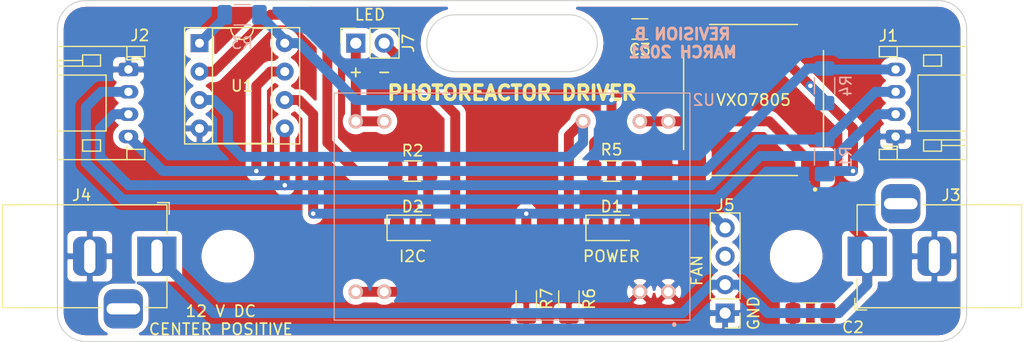
<source format=kicad_pcb>
(kicad_pcb (version 20171130) (host pcbnew 5.1.8+dfsg1-1+b1)

  (general
    (thickness 1.6)
    (drawings 25)
    (tracks 125)
    (zones 0)
    (modules 22)
    (nets 15)
  )

  (page USLetter)
  (title_block
    (title "Digital Photoreactor Driver")
    (date 2021-04-24)
    (rev B)
    (company "University of Wisconsin-Madison")
    (comment 1 "Department of Chemistry")
    (comment 2 "Gellman Group")
    (comment 3 "Philip Lampkin")
    (comment 4 plampkin@wisc.edu)
  )

  (layers
    (0 F.Cu signal)
    (31 B.Cu signal)
    (32 B.Adhes user)
    (33 F.Adhes user)
    (34 B.Paste user)
    (35 F.Paste user)
    (36 B.SilkS user)
    (37 F.SilkS user)
    (38 B.Mask user)
    (39 F.Mask user)
    (40 Dwgs.User user)
    (41 Cmts.User user)
    (42 Eco1.User user)
    (43 Eco2.User user)
    (44 Edge.Cuts user)
    (45 Margin user)
    (46 B.CrtYd user hide)
    (47 F.CrtYd user hide)
    (48 B.Fab user hide)
    (49 F.Fab user hide)
  )

  (setup
    (last_trace_width 0.889)
    (user_trace_width 0.381)
    (user_trace_width 0.889)
    (trace_clearance 0.381)
    (zone_clearance 0.508)
    (zone_45_only no)
    (trace_min 0.2)
    (via_size 0.8)
    (via_drill 0.4)
    (via_min_size 0.4)
    (via_min_drill 0.3)
    (uvia_size 0.3)
    (uvia_drill 0.1)
    (uvias_allowed no)
    (uvia_min_size 0.2)
    (uvia_min_drill 0.1)
    (edge_width 0.1)
    (segment_width 0.2)
    (pcb_text_width 0.3)
    (pcb_text_size 1.5 1.5)
    (mod_edge_width 0.15)
    (mod_text_size 1 1)
    (mod_text_width 0.15)
    (pad_size 1.524 1.524)
    (pad_drill 0.762)
    (pad_to_mask_clearance 0)
    (aux_axis_origin 0 0)
    (visible_elements FFFFFF7F)
    (pcbplotparams
      (layerselection 0x010fc_ffffffff)
      (usegerberextensions false)
      (usegerberattributes true)
      (usegerberadvancedattributes true)
      (creategerberjobfile true)
      (excludeedgelayer false)
      (linewidth 0.100000)
      (plotframeref false)
      (viasonmask false)
      (mode 1)
      (useauxorigin false)
      (hpglpennumber 1)
      (hpglpenspeed 20)
      (hpglpendiameter 15.000000)
      (psnegative false)
      (psa4output false)
      (plotreference true)
      (plotvalue true)
      (plotinvisibletext false)
      (padsonsilk false)
      (subtractmaskfromsilk false)
      (outputformat 1)
      (mirror false)
      (drillshape 0)
      (scaleselection 1)
      (outputdirectory "../gerber"))
  )

  (net 0 "")
  (net 1 GND)
  (net 2 +12V)
  (net 3 +5V)
  (net 4 SDA)
  (net 5 SCL)
  (net 6 PWM_LED)
  (net 7 PWM_FAN)
  (net 8 INDICATOR)
  (net 9 "Net-(D1-Pad2)")
  (net 10 "Net-(D2-Pad2)")
  (net 11 "Net-(R3-Pad2)")
  (net 12 "Net-(J7-Pad1)")
  (net 13 "Net-(J7-Pad2)")
  (net 14 "Net-(J1-Pad2)")

  (net_class Default "This is the default net class."
    (clearance 0.381)
    (trace_width 0.889)
    (via_dia 0.8)
    (via_drill 0.4)
    (uvia_dia 0.3)
    (uvia_drill 0.1)
    (add_net +12V)
    (add_net +5V)
    (add_net GND)
    (add_net INDICATOR)
    (add_net "Net-(D1-Pad2)")
    (add_net "Net-(D2-Pad2)")
    (add_net "Net-(J1-Pad2)")
    (add_net "Net-(J7-Pad1)")
    (add_net "Net-(J7-Pad2)")
    (add_net "Net-(R3-Pad2)")
    (add_net PWM_FAN)
    (add_net PWM_LED)
    (add_net SCL)
    (add_net SDA)
  )

  (module footprints:CONV_VXO7805-500-M (layer F.Cu) (tedit 5F8F3960) (tstamp 6043FEB0)
    (at 148.59 87.63 180)
    (path /6042EFCA)
    (fp_text reference PS1 (at -3.325 -9.135) (layer F.SilkS) hide
      (effects (font (size 1 1) (thickness 0.015)))
    )
    (fp_text value VXO7805-500-M (at 4.93 9.135) (layer F.Fab)
      (effects (font (size 1 1) (thickness 0.015)))
    )
    (fp_line (start -6.25 4.43) (end -6.25 -4.43) (layer F.SilkS) (width 0.127))
    (fp_line (start 6.25 -4.43) (end 6.25 4.43) (layer F.SilkS) (width 0.127))
    (fp_line (start 3.93 6.75) (end -3.93 6.75) (layer F.SilkS) (width 0.127))
    (fp_circle (center -5.5 -8) (end -5.4 -8) (layer F.Fab) (width 0.2))
    (fp_circle (center -5.5 -8) (end -5.4 -8) (layer F.SilkS) (width 0.2))
    (fp_line (start -3.93 -6.75) (end 3.93 -6.75) (layer F.SilkS) (width 0.127))
    (fp_line (start -7 7.5) (end -7 -7.5) (layer F.CrtYd) (width 0.05))
    (fp_line (start 7 7.5) (end -7 7.5) (layer F.CrtYd) (width 0.05))
    (fp_line (start 7 -7.5) (end 7 7.5) (layer F.CrtYd) (width 0.05))
    (fp_line (start -7 -7.5) (end 7 -7.5) (layer F.CrtYd) (width 0.05))
    (fp_line (start -6.25 6.75) (end -6.25 -6.75) (layer F.Fab) (width 0.127))
    (fp_line (start 6.25 6.75) (end -6.25 6.75) (layer F.Fab) (width 0.127))
    (fp_line (start 6.25 -6.75) (end 6.25 6.75) (layer F.Fab) (width 0.127))
    (fp_line (start -6.25 -6.75) (end 6.25 -6.75) (layer F.Fab) (width 0.127))
    (pad 4 smd rect (at -5.5 6 180) (size 2.5 2.5) (layers F.Cu F.Paste F.Mask))
    (pad 3 smd rect (at 5.5 6 180) (size 2.5 2.5) (layers F.Cu F.Paste F.Mask)
      (net 3 +5V))
    (pad 2 smd rect (at 5.5 -6 180) (size 2.5 2.5) (layers F.Cu F.Paste F.Mask)
      (net 1 GND))
    (pad 1 smd rect (at -5.5 -6 180) (size 2.5 2.5) (layers F.Cu F.Paste F.Mask)
      (net 2 +12V))
  )

  (module Resistor_SMD:R_1206_3216Metric_Pad1.30x1.75mm_HandSolder (layer F.Cu) (tedit 5F68FEEE) (tstamp 600F46A8)
    (at 128.27 105.41 270)
    (descr "Resistor SMD 1206 (3216 Metric), square (rectangular) end terminal, IPC_7351 nominal with elongated pad for handsoldering. (Body size source: IPC-SM-782 page 72, https://www.pcb-3d.com/wordpress/wp-content/uploads/ipc-sm-782a_amendment_1_and_2.pdf), generated with kicad-footprint-generator")
    (tags "resistor handsolder")
    (path /600FD36F)
    (attr smd)
    (fp_text reference R7 (at 0 -1.82 90) (layer F.SilkS)
      (effects (font (size 1 1) (thickness 0.15)))
    )
    (fp_text value 4.7k (at 0 1.82 90) (layer F.Fab)
      (effects (font (size 1 1) (thickness 0.15)))
    )
    (fp_line (start -1.6 0.8) (end -1.6 -0.8) (layer F.Fab) (width 0.1))
    (fp_line (start -1.6 -0.8) (end 1.6 -0.8) (layer F.Fab) (width 0.1))
    (fp_line (start 1.6 -0.8) (end 1.6 0.8) (layer F.Fab) (width 0.1))
    (fp_line (start 1.6 0.8) (end -1.6 0.8) (layer F.Fab) (width 0.1))
    (fp_line (start -0.727064 -0.91) (end 0.727064 -0.91) (layer F.SilkS) (width 0.12))
    (fp_line (start -0.727064 0.91) (end 0.727064 0.91) (layer F.SilkS) (width 0.12))
    (fp_line (start -2.45 1.12) (end -2.45 -1.12) (layer F.CrtYd) (width 0.05))
    (fp_line (start -2.45 -1.12) (end 2.45 -1.12) (layer F.CrtYd) (width 0.05))
    (fp_line (start 2.45 -1.12) (end 2.45 1.12) (layer F.CrtYd) (width 0.05))
    (fp_line (start 2.45 1.12) (end -2.45 1.12) (layer F.CrtYd) (width 0.05))
    (fp_text user %R (at 0 0 90) (layer F.Fab)
      (effects (font (size 0.8 0.8) (thickness 0.12)))
    )
    (pad 2 smd roundrect (at 1.55 0 270) (size 1.3 1.75) (layers F.Cu F.Paste F.Mask) (roundrect_rratio 0.1923076923076923)
      (net 1 GND))
    (pad 1 smd roundrect (at -1.55 0 270) (size 1.3 1.75) (layers F.Cu F.Paste F.Mask) (roundrect_rratio 0.1923076923076923)
      (net 7 PWM_FAN))
    (model ${KISYS3DMOD}/Resistor_SMD.3dshapes/R_1206_3216Metric.wrl
      (at (xyz 0 0 0))
      (scale (xyz 1 1 1))
      (rotate (xyz 0 0 0))
    )
  )

  (module Resistor_SMD:R_1206_3216Metric_Pad1.30x1.75mm_HandSolder (layer F.Cu) (tedit 5F68FEEE) (tstamp 600F433E)
    (at 132.08 105.41 270)
    (descr "Resistor SMD 1206 (3216 Metric), square (rectangular) end terminal, IPC_7351 nominal with elongated pad for handsoldering. (Body size source: IPC-SM-782 page 72, https://www.pcb-3d.com/wordpress/wp-content/uploads/ipc-sm-782a_amendment_1_and_2.pdf), generated with kicad-footprint-generator")
    (tags "resistor handsolder")
    (path /600F1ED2)
    (attr smd)
    (fp_text reference R6 (at 0 -1.82 90) (layer F.SilkS)
      (effects (font (size 1 1) (thickness 0.15)))
    )
    (fp_text value 4.7k (at 0 1.82 90) (layer F.Fab)
      (effects (font (size 1 1) (thickness 0.15)))
    )
    (fp_line (start -1.6 0.8) (end -1.6 -0.8) (layer F.Fab) (width 0.1))
    (fp_line (start -1.6 -0.8) (end 1.6 -0.8) (layer F.Fab) (width 0.1))
    (fp_line (start 1.6 -0.8) (end 1.6 0.8) (layer F.Fab) (width 0.1))
    (fp_line (start 1.6 0.8) (end -1.6 0.8) (layer F.Fab) (width 0.1))
    (fp_line (start -0.727064 -0.91) (end 0.727064 -0.91) (layer F.SilkS) (width 0.12))
    (fp_line (start -0.727064 0.91) (end 0.727064 0.91) (layer F.SilkS) (width 0.12))
    (fp_line (start -2.45 1.12) (end -2.45 -1.12) (layer F.CrtYd) (width 0.05))
    (fp_line (start -2.45 -1.12) (end 2.45 -1.12) (layer F.CrtYd) (width 0.05))
    (fp_line (start 2.45 -1.12) (end 2.45 1.12) (layer F.CrtYd) (width 0.05))
    (fp_line (start 2.45 1.12) (end -2.45 1.12) (layer F.CrtYd) (width 0.05))
    (fp_text user %R (at 0 0 90) (layer F.Fab)
      (effects (font (size 0.8 0.8) (thickness 0.12)))
    )
    (pad 2 smd roundrect (at 1.55 0 270) (size 1.3 1.75) (layers F.Cu F.Paste F.Mask) (roundrect_rratio 0.1923076923076923)
      (net 1 GND))
    (pad 1 smd roundrect (at -1.55 0 270) (size 1.3 1.75) (layers F.Cu F.Paste F.Mask) (roundrect_rratio 0.1923076923076923)
      (net 6 PWM_LED))
    (model ${KISYS3DMOD}/Resistor_SMD.3dshapes/R_1206_3216Metric.wrl
      (at (xyz 0 0 0))
      (scale (xyz 1 1 1))
      (rotate (xyz 0 0 0))
    )
  )

  (module Connector_JST:JST_PH_S4B-PH-K_1x04_P2.00mm_Horizontal (layer F.Cu) (tedit 5B7745C6) (tstamp 6008C86B)
    (at 161.29 90.9 90)
    (descr "JST PH series connector, S4B-PH-K (http://www.jst-mfg.com/product/pdf/eng/ePH.pdf), generated with kicad-footprint-generator")
    (tags "connector JST PH top entry")
    (path /5FBC8C0C)
    (fp_text reference J1 (at 9.017 -0.635) (layer F.SilkS)
      (effects (font (size 1 1) (thickness 0.15)))
    )
    (fp_text value Conn_01x04 (at 3 7.45 90) (layer F.Fab)
      (effects (font (size 1 1) (thickness 0.15)))
    )
    (fp_line (start -0.86 0.14) (end -1.14 0.14) (layer F.SilkS) (width 0.12))
    (fp_line (start -1.14 0.14) (end -1.14 -1.46) (layer F.SilkS) (width 0.12))
    (fp_line (start -1.14 -1.46) (end -2.06 -1.46) (layer F.SilkS) (width 0.12))
    (fp_line (start -2.06 -1.46) (end -2.06 6.36) (layer F.SilkS) (width 0.12))
    (fp_line (start -2.06 6.36) (end 8.06 6.36) (layer F.SilkS) (width 0.12))
    (fp_line (start 8.06 6.36) (end 8.06 -1.46) (layer F.SilkS) (width 0.12))
    (fp_line (start 8.06 -1.46) (end 7.14 -1.46) (layer F.SilkS) (width 0.12))
    (fp_line (start 7.14 -1.46) (end 7.14 0.14) (layer F.SilkS) (width 0.12))
    (fp_line (start 7.14 0.14) (end 6.86 0.14) (layer F.SilkS) (width 0.12))
    (fp_line (start 0.5 6.36) (end 0.5 2) (layer F.SilkS) (width 0.12))
    (fp_line (start 0.5 2) (end 5.5 2) (layer F.SilkS) (width 0.12))
    (fp_line (start 5.5 2) (end 5.5 6.36) (layer F.SilkS) (width 0.12))
    (fp_line (start -2.06 0.14) (end -1.14 0.14) (layer F.SilkS) (width 0.12))
    (fp_line (start 8.06 0.14) (end 7.14 0.14) (layer F.SilkS) (width 0.12))
    (fp_line (start -1.3 2.5) (end -1.3 4.1) (layer F.SilkS) (width 0.12))
    (fp_line (start -1.3 4.1) (end -0.3 4.1) (layer F.SilkS) (width 0.12))
    (fp_line (start -0.3 4.1) (end -0.3 2.5) (layer F.SilkS) (width 0.12))
    (fp_line (start -0.3 2.5) (end -1.3 2.5) (layer F.SilkS) (width 0.12))
    (fp_line (start 7.3 2.5) (end 7.3 4.1) (layer F.SilkS) (width 0.12))
    (fp_line (start 7.3 4.1) (end 6.3 4.1) (layer F.SilkS) (width 0.12))
    (fp_line (start 6.3 4.1) (end 6.3 2.5) (layer F.SilkS) (width 0.12))
    (fp_line (start 6.3 2.5) (end 7.3 2.5) (layer F.SilkS) (width 0.12))
    (fp_line (start -0.3 4.1) (end -0.3 6.36) (layer F.SilkS) (width 0.12))
    (fp_line (start -0.8 4.1) (end -0.8 6.36) (layer F.SilkS) (width 0.12))
    (fp_line (start -2.45 -1.85) (end -2.45 6.75) (layer F.CrtYd) (width 0.05))
    (fp_line (start -2.45 6.75) (end 8.45 6.75) (layer F.CrtYd) (width 0.05))
    (fp_line (start 8.45 6.75) (end 8.45 -1.85) (layer F.CrtYd) (width 0.05))
    (fp_line (start 8.45 -1.85) (end -2.45 -1.85) (layer F.CrtYd) (width 0.05))
    (fp_line (start -1.25 0.25) (end -1.25 -1.35) (layer F.Fab) (width 0.1))
    (fp_line (start -1.25 -1.35) (end -1.95 -1.35) (layer F.Fab) (width 0.1))
    (fp_line (start -1.95 -1.35) (end -1.95 6.25) (layer F.Fab) (width 0.1))
    (fp_line (start -1.95 6.25) (end 7.95 6.25) (layer F.Fab) (width 0.1))
    (fp_line (start 7.95 6.25) (end 7.95 -1.35) (layer F.Fab) (width 0.1))
    (fp_line (start 7.95 -1.35) (end 7.25 -1.35) (layer F.Fab) (width 0.1))
    (fp_line (start 7.25 -1.35) (end 7.25 0.25) (layer F.Fab) (width 0.1))
    (fp_line (start 7.25 0.25) (end -1.25 0.25) (layer F.Fab) (width 0.1))
    (fp_line (start -0.86 0.14) (end -0.86 -1.075) (layer F.SilkS) (width 0.12))
    (fp_line (start 0 0.875) (end -0.5 1.375) (layer F.Fab) (width 0.1))
    (fp_line (start -0.5 1.375) (end 0.5 1.375) (layer F.Fab) (width 0.1))
    (fp_line (start 0.5 1.375) (end 0 0.875) (layer F.Fab) (width 0.1))
    (fp_text user %R (at 3 2.5 90) (layer F.Fab)
      (effects (font (size 1 1) (thickness 0.15)))
    )
    (pad 4 thru_hole oval (at 6 0 90) (size 1.2 1.75) (drill 0.75) (layers *.Cu *.Mask)
      (net 5 SCL))
    (pad 3 thru_hole oval (at 4 0 90) (size 1.2 1.75) (drill 0.75) (layers *.Cu *.Mask)
      (net 4 SDA))
    (pad 2 thru_hole oval (at 2 0 90) (size 1.2 1.75) (drill 0.75) (layers *.Cu *.Mask)
      (net 14 "Net-(J1-Pad2)"))
    (pad 1 thru_hole roundrect (at 0 0 90) (size 1.2 1.75) (drill 0.75) (layers *.Cu *.Mask) (roundrect_rratio 0.2083325)
      (net 1 GND))
    (model ${KISYS3DMOD}/Connector_JST.3dshapes/JST_PH_S4B-PH-K_1x04_P2.00mm_Horizontal.wrl
      (at (xyz 0 0 0))
      (scale (xyz 1 1 1))
      (rotate (xyz 0 0 0))
    )
  )

  (module Resistor_SMD:R_1206_3216Metric_Pad1.30x1.75mm_HandSolder locked (layer F.Cu) (tedit 5F68FEEE) (tstamp 600B7714)
    (at 135.89 93.98)
    (descr "Resistor SMD 1206 (3216 Metric), square (rectangular) end terminal, IPC_7351 nominal with elongated pad for handsoldering. (Body size source: IPC-SM-782 page 72, https://www.pcb-3d.com/wordpress/wp-content/uploads/ipc-sm-782a_amendment_1_and_2.pdf), generated with kicad-footprint-generator")
    (tags "resistor handsolder")
    (path /60212114)
    (attr smd)
    (fp_text reference R5 (at 0 -1.905) (layer F.SilkS)
      (effects (font (size 1 1) (thickness 0.15)))
    )
    (fp_text value 470 (at 0 1.82) (layer F.Fab)
      (effects (font (size 1 1) (thickness 0.15)))
    )
    (fp_line (start -1.6 0.8) (end -1.6 -0.8) (layer F.Fab) (width 0.1))
    (fp_line (start -1.6 -0.8) (end 1.6 -0.8) (layer F.Fab) (width 0.1))
    (fp_line (start 1.6 -0.8) (end 1.6 0.8) (layer F.Fab) (width 0.1))
    (fp_line (start 1.6 0.8) (end -1.6 0.8) (layer F.Fab) (width 0.1))
    (fp_line (start -0.727064 -0.91) (end 0.727064 -0.91) (layer F.SilkS) (width 0.12))
    (fp_line (start -0.727064 0.91) (end 0.727064 0.91) (layer F.SilkS) (width 0.12))
    (fp_line (start -2.45 1.12) (end -2.45 -1.12) (layer F.CrtYd) (width 0.05))
    (fp_line (start -2.45 -1.12) (end 2.45 -1.12) (layer F.CrtYd) (width 0.05))
    (fp_line (start 2.45 -1.12) (end 2.45 1.12) (layer F.CrtYd) (width 0.05))
    (fp_line (start 2.45 1.12) (end -2.45 1.12) (layer F.CrtYd) (width 0.05))
    (fp_text user %R (at 0 0) (layer F.Fab)
      (effects (font (size 0.8 0.8) (thickness 0.12)))
    )
    (pad 2 smd roundrect (at 1.55 0) (size 1.3 1.75) (layers F.Cu F.Paste F.Mask) (roundrect_rratio 0.1923069230769231)
      (net 9 "Net-(D1-Pad2)"))
    (pad 1 smd roundrect (at -1.55 0) (size 1.3 1.75) (layers F.Cu F.Paste F.Mask) (roundrect_rratio 0.1923069230769231)
      (net 3 +5V))
    (model ${KISYS3DMOD}/Resistor_SMD.3dshapes/R_1206_3216Metric.wrl
      (at (xyz 0 0 0))
      (scale (xyz 1 1 1))
      (rotate (xyz 0 0 0))
    )
  )

  (module Resistor_SMD:R_1206_3216Metric_Pad1.30x1.75mm_HandSolder (layer B.Cu) (tedit 5F68FEEE) (tstamp 600EA2AB)
    (at 154.94 86.36 90)
    (descr "Resistor SMD 1206 (3216 Metric), square (rectangular) end terminal, IPC_7351 nominal with elongated pad for handsoldering. (Body size source: IPC-SM-782 page 72, https://www.pcb-3d.com/wordpress/wp-content/uploads/ipc-sm-782a_amendment_1_and_2.pdf), generated with kicad-footprint-generator")
    (tags "resistor handsolder")
    (path /601D7458)
    (attr smd)
    (fp_text reference R4 (at 0 1.905 90) (layer B.SilkS)
      (effects (font (size 1 1) (thickness 0.15)) (justify mirror))
    )
    (fp_text value 4.7k (at 0 -1.82 90) (layer B.Fab)
      (effects (font (size 1 1) (thickness 0.15)) (justify mirror))
    )
    (fp_line (start -1.6 -0.8) (end -1.6 0.8) (layer B.Fab) (width 0.1))
    (fp_line (start -1.6 0.8) (end 1.6 0.8) (layer B.Fab) (width 0.1))
    (fp_line (start 1.6 0.8) (end 1.6 -0.8) (layer B.Fab) (width 0.1))
    (fp_line (start 1.6 -0.8) (end -1.6 -0.8) (layer B.Fab) (width 0.1))
    (fp_line (start -0.727064 0.91) (end 0.727064 0.91) (layer B.SilkS) (width 0.12))
    (fp_line (start -0.727064 -0.91) (end 0.727064 -0.91) (layer B.SilkS) (width 0.12))
    (fp_line (start -2.45 -1.12) (end -2.45 1.12) (layer B.CrtYd) (width 0.05))
    (fp_line (start -2.45 1.12) (end 2.45 1.12) (layer B.CrtYd) (width 0.05))
    (fp_line (start 2.45 1.12) (end 2.45 -1.12) (layer B.CrtYd) (width 0.05))
    (fp_line (start 2.45 -1.12) (end -2.45 -1.12) (layer B.CrtYd) (width 0.05))
    (fp_text user %R (at 0 0 90) (layer B.Fab)
      (effects (font (size 0.8 0.8) (thickness 0.12)) (justify mirror))
    )
    (pad 2 smd roundrect (at 1.55 0 90) (size 1.3 1.75) (layers B.Cu B.Paste B.Mask) (roundrect_rratio 0.1923069230769231)
      (net 5 SCL))
    (pad 1 smd roundrect (at -1.55 0 90) (size 1.3 1.75) (layers B.Cu B.Paste B.Mask) (roundrect_rratio 0.1923069230769231)
      (net 3 +5V))
    (model ${KISYS3DMOD}/Resistor_SMD.3dshapes/R_1206_3216Metric.wrl
      (at (xyz 0 0 0))
      (scale (xyz 1 1 1))
      (rotate (xyz 0 0 0))
    )
  )

  (module Resistor_SMD:R_1206_3216Metric_Pad1.30x1.75mm_HandSolder (layer B.Cu) (tedit 5F68FEEE) (tstamp 600EA7A6)
    (at 102.87 80.01 180)
    (descr "Resistor SMD 1206 (3216 Metric), square (rectangular) end terminal, IPC_7351 nominal with elongated pad for handsoldering. (Body size source: IPC-SM-782 page 72, https://www.pcb-3d.com/wordpress/wp-content/uploads/ipc-sm-782a_amendment_1_and_2.pdf), generated with kicad-footprint-generator")
    (tags "resistor handsolder")
    (path /6022A1C9)
    (attr smd)
    (fp_text reference R3 (at 0 -2.54) (layer B.SilkS)
      (effects (font (size 1 1) (thickness 0.15)) (justify mirror))
    )
    (fp_text value 10k (at 0 -1.82) (layer B.Fab)
      (effects (font (size 1 1) (thickness 0.15)) (justify mirror))
    )
    (fp_line (start -1.6 -0.8) (end -1.6 0.8) (layer B.Fab) (width 0.1))
    (fp_line (start -1.6 0.8) (end 1.6 0.8) (layer B.Fab) (width 0.1))
    (fp_line (start 1.6 0.8) (end 1.6 -0.8) (layer B.Fab) (width 0.1))
    (fp_line (start 1.6 -0.8) (end -1.6 -0.8) (layer B.Fab) (width 0.1))
    (fp_line (start -0.727064 0.91) (end 0.727064 0.91) (layer B.SilkS) (width 0.12))
    (fp_line (start -0.727064 -0.91) (end 0.727064 -0.91) (layer B.SilkS) (width 0.12))
    (fp_line (start -2.45 -1.12) (end -2.45 1.12) (layer B.CrtYd) (width 0.05))
    (fp_line (start -2.45 1.12) (end 2.45 1.12) (layer B.CrtYd) (width 0.05))
    (fp_line (start 2.45 1.12) (end 2.45 -1.12) (layer B.CrtYd) (width 0.05))
    (fp_line (start 2.45 -1.12) (end -2.45 -1.12) (layer B.CrtYd) (width 0.05))
    (fp_text user %R (at 0 0) (layer B.Fab)
      (effects (font (size 0.8 0.8) (thickness 0.12)) (justify mirror))
    )
    (pad 2 smd roundrect (at 1.55 0 180) (size 1.3 1.75) (layers B.Cu B.Paste B.Mask) (roundrect_rratio 0.1923069230769231)
      (net 11 "Net-(R3-Pad2)"))
    (pad 1 smd roundrect (at -1.55 0 180) (size 1.3 1.75) (layers B.Cu B.Paste B.Mask) (roundrect_rratio 0.1923069230769231)
      (net 3 +5V))
    (model ${KISYS3DMOD}/Resistor_SMD.3dshapes/R_1206_3216Metric.wrl
      (at (xyz 0 0 0))
      (scale (xyz 1 1 1))
      (rotate (xyz 0 0 0))
    )
  )

  (module Resistor_SMD:R_1206_3216Metric_Pad1.30x1.75mm_HandSolder (layer F.Cu) (tedit 5F68FEEE) (tstamp 600B76E1)
    (at 118.11 93.98)
    (descr "Resistor SMD 1206 (3216 Metric), square (rectangular) end terminal, IPC_7351 nominal with elongated pad for handsoldering. (Body size source: IPC-SM-782 page 72, https://www.pcb-3d.com/wordpress/wp-content/uploads/ipc-sm-782a_amendment_1_and_2.pdf), generated with kicad-footprint-generator")
    (tags "resistor handsolder")
    (path /602E795B)
    (attr smd)
    (fp_text reference R2 (at 0 -1.82) (layer F.SilkS)
      (effects (font (size 1 1) (thickness 0.15)))
    )
    (fp_text value 470 (at 0 1.82) (layer F.Fab)
      (effects (font (size 1 1) (thickness 0.15)))
    )
    (fp_line (start -1.6 0.8) (end -1.6 -0.8) (layer F.Fab) (width 0.1))
    (fp_line (start -1.6 -0.8) (end 1.6 -0.8) (layer F.Fab) (width 0.1))
    (fp_line (start 1.6 -0.8) (end 1.6 0.8) (layer F.Fab) (width 0.1))
    (fp_line (start 1.6 0.8) (end -1.6 0.8) (layer F.Fab) (width 0.1))
    (fp_line (start -0.727064 -0.91) (end 0.727064 -0.91) (layer F.SilkS) (width 0.12))
    (fp_line (start -0.727064 0.91) (end 0.727064 0.91) (layer F.SilkS) (width 0.12))
    (fp_line (start -2.45 1.12) (end -2.45 -1.12) (layer F.CrtYd) (width 0.05))
    (fp_line (start -2.45 -1.12) (end 2.45 -1.12) (layer F.CrtYd) (width 0.05))
    (fp_line (start 2.45 -1.12) (end 2.45 1.12) (layer F.CrtYd) (width 0.05))
    (fp_line (start 2.45 1.12) (end -2.45 1.12) (layer F.CrtYd) (width 0.05))
    (fp_text user %R (at 0 0) (layer F.Fab)
      (effects (font (size 0.8 0.8) (thickness 0.12)))
    )
    (pad 2 smd roundrect (at 1.55 0) (size 1.3 1.75) (layers F.Cu F.Paste F.Mask) (roundrect_rratio 0.1923069230769231)
      (net 10 "Net-(D2-Pad2)"))
    (pad 1 smd roundrect (at -1.55 0) (size 1.3 1.75) (layers F.Cu F.Paste F.Mask) (roundrect_rratio 0.1923069230769231)
      (net 8 INDICATOR))
    (model ${KISYS3DMOD}/Resistor_SMD.3dshapes/R_1206_3216Metric.wrl
      (at (xyz 0 0 0))
      (scale (xyz 1 1 1))
      (rotate (xyz 0 0 0))
    )
  )

  (module Resistor_SMD:R_1206_3216Metric_Pad1.30x1.75mm_HandSolder (layer B.Cu) (tedit 5F68FEEE) (tstamp 600EA15E)
    (at 154.94 92.71 270)
    (descr "Resistor SMD 1206 (3216 Metric), square (rectangular) end terminal, IPC_7351 nominal with elongated pad for handsoldering. (Body size source: IPC-SM-782 page 72, https://www.pcb-3d.com/wordpress/wp-content/uploads/ipc-sm-782a_amendment_1_and_2.pdf), generated with kicad-footprint-generator")
    (tags "resistor handsolder")
    (path /6041C78B)
    (attr smd)
    (fp_text reference R1 (at 0 -1.905 90) (layer B.SilkS)
      (effects (font (size 1 1) (thickness 0.15)) (justify mirror))
    )
    (fp_text value 4.7k (at 0 -1.82 90) (layer B.Fab)
      (effects (font (size 1 1) (thickness 0.15)) (justify mirror))
    )
    (fp_line (start -1.6 -0.8) (end -1.6 0.8) (layer B.Fab) (width 0.1))
    (fp_line (start -1.6 0.8) (end 1.6 0.8) (layer B.Fab) (width 0.1))
    (fp_line (start 1.6 0.8) (end 1.6 -0.8) (layer B.Fab) (width 0.1))
    (fp_line (start 1.6 -0.8) (end -1.6 -0.8) (layer B.Fab) (width 0.1))
    (fp_line (start -0.727064 0.91) (end 0.727064 0.91) (layer B.SilkS) (width 0.12))
    (fp_line (start -0.727064 -0.91) (end 0.727064 -0.91) (layer B.SilkS) (width 0.12))
    (fp_line (start -2.45 -1.12) (end -2.45 1.12) (layer B.CrtYd) (width 0.05))
    (fp_line (start -2.45 1.12) (end 2.45 1.12) (layer B.CrtYd) (width 0.05))
    (fp_line (start 2.45 1.12) (end 2.45 -1.12) (layer B.CrtYd) (width 0.05))
    (fp_line (start 2.45 -1.12) (end -2.45 -1.12) (layer B.CrtYd) (width 0.05))
    (fp_text user %R (at 0 0 90) (layer B.Fab)
      (effects (font (size 0.8 0.8) (thickness 0.12)) (justify mirror))
    )
    (pad 2 smd roundrect (at 1.55 0 270) (size 1.3 1.75) (layers B.Cu B.Paste B.Mask) (roundrect_rratio 0.1923069230769231)
      (net 3 +5V))
    (pad 1 smd roundrect (at -1.55 0 270) (size 1.3 1.75) (layers B.Cu B.Paste B.Mask) (roundrect_rratio 0.1923069230769231)
      (net 4 SDA))
    (model ${KISYS3DMOD}/Resistor_SMD.3dshapes/R_1206_3216Metric.wrl
      (at (xyz 0 0 0))
      (scale (xyz 1 1 1))
      (rotate (xyz 0 0 0))
    )
  )

  (module Capacitor_SMD:C_1206_3216Metric_Pad1.33x1.80mm_HandSolder (layer F.Cu) (tedit 5F68FEEF) (tstamp 600B2FEB)
    (at 138.43 81.28 180)
    (descr "Capacitor SMD 1206 (3216 Metric), square (rectangular) end terminal, IPC_7351 nominal with elongated pad for handsoldering. (Body size source: IPC-SM-782 page 76, https://www.pcb-3d.com/wordpress/wp-content/uploads/ipc-sm-782a_amendment_1_and_2.pdf), generated with kicad-footprint-generator")
    (tags "capacitor handsolder")
    (path /600F5475)
    (attr smd)
    (fp_text reference C3 (at 0 -1.85) (layer F.SilkS)
      (effects (font (size 1 1) (thickness 0.15)))
    )
    (fp_text value 22u (at 0 1.85) (layer F.Fab)
      (effects (font (size 1 1) (thickness 0.15)))
    )
    (fp_line (start -1.6 0.8) (end -1.6 -0.8) (layer F.Fab) (width 0.1))
    (fp_line (start -1.6 -0.8) (end 1.6 -0.8) (layer F.Fab) (width 0.1))
    (fp_line (start 1.6 -0.8) (end 1.6 0.8) (layer F.Fab) (width 0.1))
    (fp_line (start 1.6 0.8) (end -1.6 0.8) (layer F.Fab) (width 0.1))
    (fp_line (start -0.711252 -0.91) (end 0.711252 -0.91) (layer F.SilkS) (width 0.12))
    (fp_line (start -0.711252 0.91) (end 0.711252 0.91) (layer F.SilkS) (width 0.12))
    (fp_line (start -2.48 1.15) (end -2.48 -1.15) (layer F.CrtYd) (width 0.05))
    (fp_line (start -2.48 -1.15) (end 2.48 -1.15) (layer F.CrtYd) (width 0.05))
    (fp_line (start 2.48 -1.15) (end 2.48 1.15) (layer F.CrtYd) (width 0.05))
    (fp_line (start 2.48 1.15) (end -2.48 1.15) (layer F.CrtYd) (width 0.05))
    (fp_text user %R (at 0 0) (layer F.Fab)
      (effects (font (size 0.8 0.8) (thickness 0.12)))
    )
    (pad 2 smd roundrect (at 1.5625 0 180) (size 1.325 1.8) (layers F.Cu F.Paste F.Mask) (roundrect_rratio 0.1886777358490566)
      (net 1 GND))
    (pad 1 smd roundrect (at -1.5625 0 180) (size 1.325 1.8) (layers F.Cu F.Paste F.Mask) (roundrect_rratio 0.1886777358490566)
      (net 3 +5V))
    (model ${KISYS3DMOD}/Capacitor_SMD.3dshapes/C_1206_3216Metric.wrl
      (at (xyz 0 0 0))
      (scale (xyz 1 1 1))
      (rotate (xyz 0 0 0))
    )
  )

  (module Capacitor_SMD:C_1206_3216Metric_Pad1.33x1.80mm_HandSolder (layer F.Cu) (tedit 5F68FEEF) (tstamp 600B3881)
    (at 153.67 106.68)
    (descr "Capacitor SMD 1206 (3216 Metric), square (rectangular) end terminal, IPC_7351 nominal with elongated pad for handsoldering. (Body size source: IPC-SM-782 page 76, https://www.pcb-3d.com/wordpress/wp-content/uploads/ipc-sm-782a_amendment_1_and_2.pdf), generated with kicad-footprint-generator")
    (tags "capacitor handsolder")
    (path /600F4EFC)
    (attr smd)
    (fp_text reference C2 (at 3.81 1.27) (layer F.SilkS)
      (effects (font (size 1 1) (thickness 0.15)))
    )
    (fp_text value 10u (at 0 1.85) (layer F.Fab)
      (effects (font (size 1 1) (thickness 0.15)))
    )
    (fp_line (start -1.6 0.8) (end -1.6 -0.8) (layer F.Fab) (width 0.1))
    (fp_line (start -1.6 -0.8) (end 1.6 -0.8) (layer F.Fab) (width 0.1))
    (fp_line (start 1.6 -0.8) (end 1.6 0.8) (layer F.Fab) (width 0.1))
    (fp_line (start 1.6 0.8) (end -1.6 0.8) (layer F.Fab) (width 0.1))
    (fp_line (start -0.711252 -0.91) (end 0.711252 -0.91) (layer F.SilkS) (width 0.12))
    (fp_line (start -0.711252 0.91) (end 0.711252 0.91) (layer F.SilkS) (width 0.12))
    (fp_line (start -2.48 1.15) (end -2.48 -1.15) (layer F.CrtYd) (width 0.05))
    (fp_line (start -2.48 -1.15) (end 2.48 -1.15) (layer F.CrtYd) (width 0.05))
    (fp_line (start 2.48 -1.15) (end 2.48 1.15) (layer F.CrtYd) (width 0.05))
    (fp_line (start 2.48 1.15) (end -2.48 1.15) (layer F.CrtYd) (width 0.05))
    (fp_text user %R (at 0 0) (layer F.Fab)
      (effects (font (size 0.8 0.8) (thickness 0.12)))
    )
    (pad 2 smd roundrect (at 1.5625 0) (size 1.325 1.8) (layers F.Cu F.Paste F.Mask) (roundrect_rratio 0.1886777358490566)
      (net 2 +12V))
    (pad 1 smd roundrect (at -1.5625 0) (size 1.325 1.8) (layers F.Cu F.Paste F.Mask) (roundrect_rratio 0.1886777358490566)
      (net 1 GND))
    (model ${KISYS3DMOD}/Capacitor_SMD.3dshapes/C_1206_3216Metric.wrl
      (at (xyz 0 0 0))
      (scale (xyz 1 1 1))
      (rotate (xyz 0 0 0))
    )
  )

  (module LED_SMD:LED_1206_3216Metric (layer F.Cu) (tedit 5F68FEF1) (tstamp 60096318)
    (at 135.89 99.06)
    (descr "LED SMD 1206 (3216 Metric), square (rectangular) end terminal, IPC_7351 nominal, (Body size source: http://www.tortai-tech.com/upload/download/2011102023233369053.pdf), generated with kicad-footprint-generator")
    (tags LED)
    (path /601595D2)
    (attr smd)
    (fp_text reference D1 (at 0 -1.905) (layer F.SilkS)
      (effects (font (size 1 1) (thickness 0.15)))
    )
    (fp_text value LED (at 0 1.82) (layer F.Fab)
      (effects (font (size 1 1) (thickness 0.15)))
    )
    (fp_line (start 1.6 -0.8) (end -1.2 -0.8) (layer F.Fab) (width 0.1))
    (fp_line (start -1.2 -0.8) (end -1.6 -0.4) (layer F.Fab) (width 0.1))
    (fp_line (start -1.6 -0.4) (end -1.6 0.8) (layer F.Fab) (width 0.1))
    (fp_line (start -1.6 0.8) (end 1.6 0.8) (layer F.Fab) (width 0.1))
    (fp_line (start 1.6 0.8) (end 1.6 -0.8) (layer F.Fab) (width 0.1))
    (fp_line (start 1.6 -1.135) (end -2.285 -1.135) (layer F.SilkS) (width 0.12))
    (fp_line (start -2.285 -1.135) (end -2.285 1.135) (layer F.SilkS) (width 0.12))
    (fp_line (start -2.285 1.135) (end 1.6 1.135) (layer F.SilkS) (width 0.12))
    (fp_line (start -2.28 1.12) (end -2.28 -1.12) (layer F.CrtYd) (width 0.05))
    (fp_line (start -2.28 -1.12) (end 2.28 -1.12) (layer F.CrtYd) (width 0.05))
    (fp_line (start 2.28 -1.12) (end 2.28 1.12) (layer F.CrtYd) (width 0.05))
    (fp_line (start 2.28 1.12) (end -2.28 1.12) (layer F.CrtYd) (width 0.05))
    (fp_text user %R (at 0 0) (layer F.Fab)
      (effects (font (size 0.8 0.8) (thickness 0.12)))
    )
    (pad 2 smd roundrect (at 1.4 0) (size 1.25 1.75) (layers F.Cu F.Paste F.Mask) (roundrect_rratio 0.2)
      (net 9 "Net-(D1-Pad2)"))
    (pad 1 smd roundrect (at -1.4 0) (size 1.25 1.75) (layers F.Cu F.Paste F.Mask) (roundrect_rratio 0.2)
      (net 1 GND))
    (model ${KISYS3DMOD}/LED_SMD.3dshapes/LED_1206_3216Metric.wrl
      (at (xyz 0 0 0))
      (scale (xyz 1 1 1))
      (rotate (xyz 0 0 0))
    )
  )

  (module MountingHole:MountingHole_3.7mm locked (layer F.Cu) (tedit 56D1B4CB) (tstamp 5FEB7DC6)
    (at 152.4 101.6 180)
    (descr "Mounting Hole 3.7mm, no annular")
    (tags "mounting hole 3.7mm no annular")
    (attr virtual)
    (fp_text reference REF** (at 0 -4.7) (layer F.SilkS) hide
      (effects (font (size 1 1) (thickness 0.15)))
    )
    (fp_text value MountingHole_3.7mm (at 0 4.7) (layer F.Fab) hide
      (effects (font (size 1 1) (thickness 0.15)))
    )
    (fp_circle (center 0 0) (end 3.95 0) (layer F.CrtYd) (width 0.05))
    (fp_circle (center 0 0) (end 3.7 0) (layer Cmts.User) (width 0.15))
    (fp_text user %R (at 0.3 0) (layer F.Fab)
      (effects (font (size 1 1) (thickness 0.15)))
    )
    (pad 1 np_thru_hole circle (at 0 0 180) (size 3.7 3.7) (drill 3.7) (layers *.Cu *.Mask))
  )

  (module MountingHole:MountingHole_3.7mm locked (layer F.Cu) (tedit 56D1B4CB) (tstamp 5FECB301)
    (at 101.6 101.6 180)
    (descr "Mounting Hole 3.7mm, no annular")
    (tags "mounting hole 3.7mm no annular")
    (attr virtual)
    (fp_text reference REF** (at 0 -4.7) (layer F.SilkS) hide
      (effects (font (size 1 1) (thickness 0.15)))
    )
    (fp_text value MountingHole_3.7mm (at 0 4.7) (layer F.Fab) hide
      (effects (font (size 1 1) (thickness 0.15)))
    )
    (fp_circle (center 0 0) (end 3.7 0) (layer Cmts.User) (width 0.15))
    (fp_circle (center 0 0) (end 3.95 0) (layer F.CrtYd) (width 0.05))
    (fp_text user %R (at 0.3 0) (layer F.Fab)
      (effects (font (size 1 1) (thickness 0.15)))
    )
    (pad 1 np_thru_hole circle (at 0 0 180) (size 3.7 3.7) (drill 3.7) (layers *.Cu *.Mask))
  )

  (module LDD-1500L:LDD1500L locked (layer B.Cu) (tedit 5FD2F8E2) (tstamp 5FE1C4E6)
    (at 140.97 104.775 90)
    (descr LDD-1500L-2)
    (tags Connector)
    (path /5FD3EABF)
    (fp_text reference U2 (at 17.145 3.175 180) (layer B.SilkS)
      (effects (font (size 1 1) (thickness 0.15)) (justify mirror))
    )
    (fp_text value LDD-1500L (at 7.395 -13.97 270) (layer B.SilkS) hide
      (effects (font (size 1.27 1.27) (thickness 0.254)) (justify mirror))
    )
    (fp_line (start -2.98 0.53) (end -2.98 0.53) (layer B.SilkS) (width 0.3))
    (fp_line (start -2.88 0.53) (end -2.88 0.53) (layer B.SilkS) (width 0.3))
    (fp_line (start -3.98 -30.87) (end -3.98 2.93) (layer Dwgs.User) (width 0.1))
    (fp_line (start 18.77 -30.87) (end -3.98 -30.87) (layer Dwgs.User) (width 0.1))
    (fp_line (start 18.77 2.93) (end 18.77 -30.87) (layer Dwgs.User) (width 0.1))
    (fp_line (start -3.98 2.93) (end 18.77 2.93) (layer Dwgs.User) (width 0.1))
    (fp_line (start -2.53 -29.87) (end -2.53 1.93) (layer B.SilkS) (width 0.1))
    (fp_line (start 17.77 -29.87) (end -2.53 -29.87) (layer B.SilkS) (width 0.1))
    (fp_line (start 17.77 1.93) (end 17.77 -29.87) (layer B.SilkS) (width 0.1))
    (fp_line (start -2.53 1.93) (end 17.77 1.93) (layer B.SilkS) (width 0.1))
    (fp_line (start -2.53 -29.87) (end -2.53 1.93) (layer Dwgs.User) (width 0.2))
    (fp_line (start 17.77 -29.87) (end -2.53 -29.87) (layer Dwgs.User) (width 0.2))
    (fp_line (start 17.77 1.93) (end 17.77 -29.87) (layer Dwgs.User) (width 0.2))
    (fp_line (start -2.53 1.93) (end 17.77 1.93) (layer Dwgs.User) (width 0.2))
    (fp_arc (start -2.93 0.53) (end -2.98 0.53) (angle 180) (layer B.SilkS) (width 0.3))
    (fp_arc (start -2.93 0.53) (end -2.88 0.53) (angle 180) (layer B.SilkS) (width 0.3))
    (pad 24 thru_hole circle (at 15.24 0) (size 1.3 1.3) (drill 0.8) (layers *.Cu *.Mask B.SilkS)
      (net 2 +12V))
    (pad 23 thru_hole circle (at 15.24 -2.54) (size 1.3 1.3) (drill 0.8) (layers *.Cu *.Mask B.SilkS)
      (net 2 +12V))
    (pad 21 thru_hole circle (at 15.24 -7.62) (size 1.3 1.3) (drill 0.8) (layers *.Cu *.Mask B.SilkS)
      (net 6 PWM_LED))
    (pad 14 thru_hole circle (at 15.24 -25.4) (size 1.3 1.3) (drill 0.8) (layers *.Cu *.Mask B.SilkS)
      (net 12 "Net-(J7-Pad1)"))
    (pad 13 thru_hole circle (at 15.24 -27.94) (size 1.3 1.3) (drill 0.8) (layers *.Cu *.Mask B.SilkS)
      (net 12 "Net-(J7-Pad1)"))
    (pad 12 thru_hole circle (at 0 -27.94) (size 1.3 1.3) (drill 0.8) (layers *.Cu *.Mask B.SilkS)
      (net 13 "Net-(J7-Pad2)"))
    (pad 11 thru_hole circle (at 0 -25.4) (size 1.3 1.3) (drill 0.8) (layers *.Cu *.Mask B.SilkS)
      (net 13 "Net-(J7-Pad2)"))
    (pad 2 thru_hole circle (at 0 -2.54) (size 1.3 1.3) (drill 0.8) (layers *.Cu *.Mask B.SilkS)
      (net 1 GND))
    (pad 1 thru_hole circle (at 0 0) (size 1.3 1.3) (drill 0.8) (layers *.Cu *.Mask B.SilkS)
      (net 1 GND))
  )

  (module Connector_BarrelJack:BarrelJack_Horizontal (layer F.Cu) (tedit 5A1DBF6A) (tstamp 5FE1BC2E)
    (at 95.25 101.6)
    (descr "DC Barrel Jack")
    (tags "Power Jack")
    (path /5FE1EB67)
    (fp_text reference J4 (at -6.731 -5.461) (layer F.SilkS)
      (effects (font (size 1 1) (thickness 0.15)))
    )
    (fp_text value Barrel_Jack (at -6.2 -5.5) (layer F.Fab)
      (effects (font (size 1 1) (thickness 0.15)))
    )
    (fp_line (start 0 -4.5) (end -13.7 -4.5) (layer F.Fab) (width 0.1))
    (fp_line (start 0.8 4.5) (end 0.8 -3.75) (layer F.Fab) (width 0.1))
    (fp_line (start -13.7 4.5) (end 0.8 4.5) (layer F.Fab) (width 0.1))
    (fp_line (start -13.7 -4.5) (end -13.7 4.5) (layer F.Fab) (width 0.1))
    (fp_line (start -10.2 -4.5) (end -10.2 4.5) (layer F.Fab) (width 0.1))
    (fp_line (start 0.9 -4.6) (end 0.9 -2) (layer F.SilkS) (width 0.12))
    (fp_line (start -13.8 -4.6) (end 0.9 -4.6) (layer F.SilkS) (width 0.12))
    (fp_line (start 0.9 4.6) (end -1 4.6) (layer F.SilkS) (width 0.12))
    (fp_line (start 0.9 1.9) (end 0.9 4.6) (layer F.SilkS) (width 0.12))
    (fp_line (start -13.8 4.6) (end -13.8 -4.6) (layer F.SilkS) (width 0.12))
    (fp_line (start -5 4.6) (end -13.8 4.6) (layer F.SilkS) (width 0.12))
    (fp_line (start -14 4.75) (end -14 -4.75) (layer F.CrtYd) (width 0.05))
    (fp_line (start -5 4.75) (end -14 4.75) (layer F.CrtYd) (width 0.05))
    (fp_line (start -5 6.75) (end -5 4.75) (layer F.CrtYd) (width 0.05))
    (fp_line (start -1 6.75) (end -5 6.75) (layer F.CrtYd) (width 0.05))
    (fp_line (start -1 4.75) (end -1 6.75) (layer F.CrtYd) (width 0.05))
    (fp_line (start 1 4.75) (end -1 4.75) (layer F.CrtYd) (width 0.05))
    (fp_line (start 1 2) (end 1 4.75) (layer F.CrtYd) (width 0.05))
    (fp_line (start 2 2) (end 1 2) (layer F.CrtYd) (width 0.05))
    (fp_line (start 2 -2) (end 2 2) (layer F.CrtYd) (width 0.05))
    (fp_line (start 1 -2) (end 2 -2) (layer F.CrtYd) (width 0.05))
    (fp_line (start 1 -4.5) (end 1 -2) (layer F.CrtYd) (width 0.05))
    (fp_line (start 1 -4.75) (end -14 -4.75) (layer F.CrtYd) (width 0.05))
    (fp_line (start 1 -4.5) (end 1 -4.75) (layer F.CrtYd) (width 0.05))
    (fp_line (start 0.05 -4.8) (end 1.1 -4.8) (layer F.SilkS) (width 0.12))
    (fp_line (start 1.1 -3.75) (end 1.1 -4.8) (layer F.SilkS) (width 0.12))
    (fp_line (start -0.003213 -4.505425) (end 0.8 -3.75) (layer F.Fab) (width 0.1))
    (fp_text user %R (at -3 -2.95) (layer F.Fab)
      (effects (font (size 1 1) (thickness 0.15)))
    )
    (pad 1 thru_hole rect (at 0 0) (size 3.5 3.5) (drill oval 1 3) (layers *.Cu *.Mask)
      (net 2 +12V))
    (pad 2 thru_hole roundrect (at -6 0) (size 3 3.5) (drill oval 1 3) (layers *.Cu *.Mask) (roundrect_rratio 0.25)
      (net 1 GND))
    (pad 3 thru_hole roundrect (at -3 4.7) (size 3.5 3.5) (drill oval 3 1) (layers *.Cu *.Mask) (roundrect_rratio 0.25))
    (model ${KISYS3DMOD}/Connector_BarrelJack.3dshapes/BarrelJack_Horizontal.wrl
      (at (xyz 0 0 0))
      (scale (xyz 1 1 1))
      (rotate (xyz 0 0 0))
    )
  )

  (module Connector_BarrelJack:BarrelJack_Horizontal (layer F.Cu) (tedit 5A1DBF6A) (tstamp 6008C214)
    (at 158.75 101.6 180)
    (descr "DC Barrel Jack")
    (tags "Power Jack")
    (path /5FB80D0D)
    (fp_text reference J3 (at -7.493 5.462) (layer F.SilkS)
      (effects (font (size 1 1) (thickness 0.15)))
    )
    (fp_text value Barrel_Jack (at -6.2 -5.5) (layer F.Fab)
      (effects (font (size 1 1) (thickness 0.15)))
    )
    (fp_line (start -0.003213 -4.505425) (end 0.8 -3.75) (layer F.Fab) (width 0.1))
    (fp_line (start 1.1 -3.75) (end 1.1 -4.8) (layer F.SilkS) (width 0.12))
    (fp_line (start 0.05 -4.8) (end 1.1 -4.8) (layer F.SilkS) (width 0.12))
    (fp_line (start 1 -4.5) (end 1 -4.75) (layer F.CrtYd) (width 0.05))
    (fp_line (start 1 -4.75) (end -14 -4.75) (layer F.CrtYd) (width 0.05))
    (fp_line (start 1 -4.5) (end 1 -2) (layer F.CrtYd) (width 0.05))
    (fp_line (start 1 -2) (end 2 -2) (layer F.CrtYd) (width 0.05))
    (fp_line (start 2 -2) (end 2 2) (layer F.CrtYd) (width 0.05))
    (fp_line (start 2 2) (end 1 2) (layer F.CrtYd) (width 0.05))
    (fp_line (start 1 2) (end 1 4.75) (layer F.CrtYd) (width 0.05))
    (fp_line (start 1 4.75) (end -1 4.75) (layer F.CrtYd) (width 0.05))
    (fp_line (start -1 4.75) (end -1 6.75) (layer F.CrtYd) (width 0.05))
    (fp_line (start -1 6.75) (end -5 6.75) (layer F.CrtYd) (width 0.05))
    (fp_line (start -5 6.75) (end -5 4.75) (layer F.CrtYd) (width 0.05))
    (fp_line (start -5 4.75) (end -14 4.75) (layer F.CrtYd) (width 0.05))
    (fp_line (start -14 4.75) (end -14 -4.75) (layer F.CrtYd) (width 0.05))
    (fp_line (start -5 4.6) (end -13.8 4.6) (layer F.SilkS) (width 0.12))
    (fp_line (start -13.8 4.6) (end -13.8 -4.6) (layer F.SilkS) (width 0.12))
    (fp_line (start 0.9 1.9) (end 0.9 4.6) (layer F.SilkS) (width 0.12))
    (fp_line (start 0.9 4.6) (end -1 4.6) (layer F.SilkS) (width 0.12))
    (fp_line (start -13.8 -4.6) (end 0.9 -4.6) (layer F.SilkS) (width 0.12))
    (fp_line (start 0.9 -4.6) (end 0.9 -2) (layer F.SilkS) (width 0.12))
    (fp_line (start -10.2 -4.5) (end -10.2 4.5) (layer F.Fab) (width 0.1))
    (fp_line (start -13.7 -4.5) (end -13.7 4.5) (layer F.Fab) (width 0.1))
    (fp_line (start -13.7 4.5) (end 0.8 4.5) (layer F.Fab) (width 0.1))
    (fp_line (start 0.8 4.5) (end 0.8 -3.75) (layer F.Fab) (width 0.1))
    (fp_line (start 0 -4.5) (end -13.7 -4.5) (layer F.Fab) (width 0.1))
    (fp_text user %R (at -3 -2.95) (layer F.Fab)
      (effects (font (size 1 1) (thickness 0.15)))
    )
    (pad 3 thru_hole roundrect (at -3 4.7 180) (size 3.5 3.5) (drill oval 3 1) (layers *.Cu *.Mask) (roundrect_rratio 0.25))
    (pad 2 thru_hole roundrect (at -6 0 180) (size 3 3.5) (drill oval 1 3) (layers *.Cu *.Mask) (roundrect_rratio 0.25)
      (net 1 GND))
    (pad 1 thru_hole rect (at 0 0 180) (size 3.5 3.5) (drill oval 1 3) (layers *.Cu *.Mask)
      (net 2 +12V))
    (model ${KISYS3DMOD}/Connector_BarrelJack.3dshapes/BarrelJack_Horizontal.wrl
      (at (xyz 0 0 0))
      (scale (xyz 1 1 1))
      (rotate (xyz 0 0 0))
    )
  )

  (module LED_SMD:LED_1206_3216Metric locked (layer F.Cu) (tedit 5F68FEF1) (tstamp 6009686E)
    (at 118.11 99.06)
    (descr "LED SMD 1206 (3216 Metric), square (rectangular) end terminal, IPC_7351 nominal, (Body size source: http://www.tortai-tech.com/upload/download/2011102023233369053.pdf), generated with kicad-footprint-generator")
    (tags LED)
    (path /5FEC213F)
    (attr smd)
    (fp_text reference D2 (at 0 -1.905) (layer F.SilkS)
      (effects (font (size 1 1) (thickness 0.15)))
    )
    (fp_text value LED (at 0 1.82) (layer F.Fab)
      (effects (font (size 1 1) (thickness 0.15)))
    )
    (fp_line (start 2.28 1.12) (end -2.28 1.12) (layer F.CrtYd) (width 0.05))
    (fp_line (start 2.28 -1.12) (end 2.28 1.12) (layer F.CrtYd) (width 0.05))
    (fp_line (start -2.28 -1.12) (end 2.28 -1.12) (layer F.CrtYd) (width 0.05))
    (fp_line (start -2.28 1.12) (end -2.28 -1.12) (layer F.CrtYd) (width 0.05))
    (fp_line (start -2.285 1.135) (end 1.6 1.135) (layer F.SilkS) (width 0.12))
    (fp_line (start -2.285 -1.135) (end -2.285 1.135) (layer F.SilkS) (width 0.12))
    (fp_line (start 1.6 -1.135) (end -2.285 -1.135) (layer F.SilkS) (width 0.12))
    (fp_line (start 1.6 0.8) (end 1.6 -0.8) (layer F.Fab) (width 0.1))
    (fp_line (start -1.6 0.8) (end 1.6 0.8) (layer F.Fab) (width 0.1))
    (fp_line (start -1.6 -0.4) (end -1.6 0.8) (layer F.Fab) (width 0.1))
    (fp_line (start -1.2 -0.8) (end -1.6 -0.4) (layer F.Fab) (width 0.1))
    (fp_line (start 1.6 -0.8) (end -1.2 -0.8) (layer F.Fab) (width 0.1))
    (fp_text user %R (at 0 0) (layer F.Fab)
      (effects (font (size 0.8 0.8) (thickness 0.12)))
    )
    (pad 2 smd roundrect (at 1.4 0) (size 1.25 1.75) (layers F.Cu F.Paste F.Mask) (roundrect_rratio 0.2)
      (net 10 "Net-(D2-Pad2)"))
    (pad 1 smd roundrect (at -1.4 0) (size 1.25 1.75) (layers F.Cu F.Paste F.Mask) (roundrect_rratio 0.2)
      (net 1 GND))
    (model ${KISYS3DMOD}/LED_SMD.3dshapes/LED_1206_3216Metric.wrl
      (at (xyz 0 0 0))
      (scale (xyz 1 1 1))
      (rotate (xyz 0 0 0))
    )
  )

  (module Connector_JST:JST_PH_S4B-PH-K_1x04_P2.00mm_Horizontal (layer F.Cu) (tedit 5B7745C6) (tstamp 6008C491)
    (at 92.71 84.9 270)
    (descr "JST PH series connector, S4B-PH-K (http://www.jst-mfg.com/product/pdf/eng/ePH.pdf), generated with kicad-footprint-generator")
    (tags "connector JST PH top entry")
    (path /5FE1AA2F)
    (fp_text reference J2 (at -3.048 -1.016 180) (layer F.SilkS)
      (effects (font (size 1 1) (thickness 0.15)))
    )
    (fp_text value Conn_01x04 (at 3 7.45 90) (layer F.Fab)
      (effects (font (size 1 1) (thickness 0.15)))
    )
    (fp_line (start -0.86 0.14) (end -1.14 0.14) (layer F.SilkS) (width 0.12))
    (fp_line (start -1.14 0.14) (end -1.14 -1.46) (layer F.SilkS) (width 0.12))
    (fp_line (start -1.14 -1.46) (end -2.06 -1.46) (layer F.SilkS) (width 0.12))
    (fp_line (start -2.06 -1.46) (end -2.06 6.36) (layer F.SilkS) (width 0.12))
    (fp_line (start -2.06 6.36) (end 8.06 6.36) (layer F.SilkS) (width 0.12))
    (fp_line (start 8.06 6.36) (end 8.06 -1.46) (layer F.SilkS) (width 0.12))
    (fp_line (start 8.06 -1.46) (end 7.14 -1.46) (layer F.SilkS) (width 0.12))
    (fp_line (start 7.14 -1.46) (end 7.14 0.14) (layer F.SilkS) (width 0.12))
    (fp_line (start 7.14 0.14) (end 6.86 0.14) (layer F.SilkS) (width 0.12))
    (fp_line (start 0.5 6.36) (end 0.5 2) (layer F.SilkS) (width 0.12))
    (fp_line (start 0.5 2) (end 5.5 2) (layer F.SilkS) (width 0.12))
    (fp_line (start 5.5 2) (end 5.5 6.36) (layer F.SilkS) (width 0.12))
    (fp_line (start -2.06 0.14) (end -1.14 0.14) (layer F.SilkS) (width 0.12))
    (fp_line (start 8.06 0.14) (end 7.14 0.14) (layer F.SilkS) (width 0.12))
    (fp_line (start -1.3 2.5) (end -1.3 4.1) (layer F.SilkS) (width 0.12))
    (fp_line (start -1.3 4.1) (end -0.3 4.1) (layer F.SilkS) (width 0.12))
    (fp_line (start -0.3 4.1) (end -0.3 2.5) (layer F.SilkS) (width 0.12))
    (fp_line (start -0.3 2.5) (end -1.3 2.5) (layer F.SilkS) (width 0.12))
    (fp_line (start 7.3 2.5) (end 7.3 4.1) (layer F.SilkS) (width 0.12))
    (fp_line (start 7.3 4.1) (end 6.3 4.1) (layer F.SilkS) (width 0.12))
    (fp_line (start 6.3 4.1) (end 6.3 2.5) (layer F.SilkS) (width 0.12))
    (fp_line (start 6.3 2.5) (end 7.3 2.5) (layer F.SilkS) (width 0.12))
    (fp_line (start -0.3 4.1) (end -0.3 6.36) (layer F.SilkS) (width 0.12))
    (fp_line (start -0.8 4.1) (end -0.8 6.36) (layer F.SilkS) (width 0.12))
    (fp_line (start -2.45 -1.85) (end -2.45 6.75) (layer F.CrtYd) (width 0.05))
    (fp_line (start -2.45 6.75) (end 8.45 6.75) (layer F.CrtYd) (width 0.05))
    (fp_line (start 8.45 6.75) (end 8.45 -1.85) (layer F.CrtYd) (width 0.05))
    (fp_line (start 8.45 -1.85) (end -2.45 -1.85) (layer F.CrtYd) (width 0.05))
    (fp_line (start -1.25 0.25) (end -1.25 -1.35) (layer F.Fab) (width 0.1))
    (fp_line (start -1.25 -1.35) (end -1.95 -1.35) (layer F.Fab) (width 0.1))
    (fp_line (start -1.95 -1.35) (end -1.95 6.25) (layer F.Fab) (width 0.1))
    (fp_line (start -1.95 6.25) (end 7.95 6.25) (layer F.Fab) (width 0.1))
    (fp_line (start 7.95 6.25) (end 7.95 -1.35) (layer F.Fab) (width 0.1))
    (fp_line (start 7.95 -1.35) (end 7.25 -1.35) (layer F.Fab) (width 0.1))
    (fp_line (start 7.25 -1.35) (end 7.25 0.25) (layer F.Fab) (width 0.1))
    (fp_line (start 7.25 0.25) (end -1.25 0.25) (layer F.Fab) (width 0.1))
    (fp_line (start -0.86 0.14) (end -0.86 -1.075) (layer F.SilkS) (width 0.12))
    (fp_line (start 0 0.875) (end -0.5 1.375) (layer F.Fab) (width 0.1))
    (fp_line (start -0.5 1.375) (end 0.5 1.375) (layer F.Fab) (width 0.1))
    (fp_line (start 0.5 1.375) (end 0 0.875) (layer F.Fab) (width 0.1))
    (fp_text user %R (at 3 2.5 90) (layer F.Fab)
      (effects (font (size 1 1) (thickness 0.15)))
    )
    (pad 4 thru_hole oval (at 6 0 270) (size 1.2 1.75) (drill 0.75) (layers *.Cu *.Mask)
      (net 5 SCL))
    (pad 3 thru_hole oval (at 4 0 270) (size 1.2 1.75) (drill 0.75) (layers *.Cu *.Mask)
      (net 4 SDA))
    (pad 2 thru_hole oval (at 2 0 270) (size 1.2 1.75) (drill 0.75) (layers *.Cu *.Mask)
      (net 14 "Net-(J1-Pad2)"))
    (pad 1 thru_hole roundrect (at 0 0 270) (size 1.2 1.75) (drill 0.75) (layers *.Cu *.Mask) (roundrect_rratio 0.2083325)
      (net 1 GND))
    (model ${KISYS3DMOD}/Connector_JST.3dshapes/JST_PH_S4B-PH-K_1x04_P2.00mm_Horizontal.wrl
      (at (xyz 0 0 0))
      (scale (xyz 1 1 1))
      (rotate (xyz 0 0 0))
    )
  )

  (module Package_DIP:DIP-8_W7.62mm_Socket (layer F.Cu) (tedit 5A02E8C5) (tstamp 5FE1C3AF)
    (at 99.06 82.55)
    (descr "8-lead though-hole mounted DIP package, row spacing 7.62 mm (300 mils), Socket")
    (tags "THT DIP DIL PDIP 2.54mm 7.62mm 300mil Socket")
    (path /5FDCDD75)
    (fp_text reference U1 (at 3.81 3.81) (layer F.SilkS)
      (effects (font (size 1 1) (thickness 0.15)))
    )
    (fp_text value ATtiny85-20PU (at 3.81 9.95) (layer F.Fab)
      (effects (font (size 1 1) (thickness 0.15)))
    )
    (fp_line (start 9.15 -1.6) (end -1.55 -1.6) (layer F.CrtYd) (width 0.05))
    (fp_line (start 9.15 9.2) (end 9.15 -1.6) (layer F.CrtYd) (width 0.05))
    (fp_line (start -1.55 9.2) (end 9.15 9.2) (layer F.CrtYd) (width 0.05))
    (fp_line (start -1.55 -1.6) (end -1.55 9.2) (layer F.CrtYd) (width 0.05))
    (fp_line (start 8.95 -1.39) (end -1.33 -1.39) (layer F.SilkS) (width 0.12))
    (fp_line (start 8.95 9.01) (end 8.95 -1.39) (layer F.SilkS) (width 0.12))
    (fp_line (start -1.33 9.01) (end 8.95 9.01) (layer F.SilkS) (width 0.12))
    (fp_line (start -1.33 -1.39) (end -1.33 9.01) (layer F.SilkS) (width 0.12))
    (fp_line (start 6.46 -1.33) (end 4.81 -1.33) (layer F.SilkS) (width 0.12))
    (fp_line (start 6.46 8.95) (end 6.46 -1.33) (layer F.SilkS) (width 0.12))
    (fp_line (start 1.16 8.95) (end 6.46 8.95) (layer F.SilkS) (width 0.12))
    (fp_line (start 1.16 -1.33) (end 1.16 8.95) (layer F.SilkS) (width 0.12))
    (fp_line (start 2.81 -1.33) (end 1.16 -1.33) (layer F.SilkS) (width 0.12))
    (fp_line (start 8.89 -1.33) (end -1.27 -1.33) (layer F.Fab) (width 0.1))
    (fp_line (start 8.89 8.95) (end 8.89 -1.33) (layer F.Fab) (width 0.1))
    (fp_line (start -1.27 8.95) (end 8.89 8.95) (layer F.Fab) (width 0.1))
    (fp_line (start -1.27 -1.33) (end -1.27 8.95) (layer F.Fab) (width 0.1))
    (fp_line (start 0.635 -0.27) (end 1.635 -1.27) (layer F.Fab) (width 0.1))
    (fp_line (start 0.635 8.89) (end 0.635 -0.27) (layer F.Fab) (width 0.1))
    (fp_line (start 6.985 8.89) (end 0.635 8.89) (layer F.Fab) (width 0.1))
    (fp_line (start 6.985 -1.27) (end 6.985 8.89) (layer F.Fab) (width 0.1))
    (fp_line (start 1.635 -1.27) (end 6.985 -1.27) (layer F.Fab) (width 0.1))
    (fp_text user %R (at 3.81 3.81) (layer F.Fab)
      (effects (font (size 1 1) (thickness 0.15)))
    )
    (fp_arc (start 3.81 -1.33) (end 2.81 -1.33) (angle -180) (layer F.SilkS) (width 0.12))
    (pad 8 thru_hole oval (at 7.62 0) (size 1.6 1.6) (drill 0.8) (layers *.Cu *.Mask)
      (net 3 +5V))
    (pad 4 thru_hole oval (at 0 7.62) (size 1.6 1.6) (drill 0.8) (layers *.Cu *.Mask)
      (net 1 GND))
    (pad 7 thru_hole oval (at 7.62 2.54) (size 1.6 1.6) (drill 0.8) (layers *.Cu *.Mask)
      (net 5 SCL))
    (pad 3 thru_hole oval (at 0 5.08) (size 1.6 1.6) (drill 0.8) (layers *.Cu *.Mask)
      (net 6 PWM_LED))
    (pad 6 thru_hole oval (at 7.62 5.08) (size 1.6 1.6) (drill 0.8) (layers *.Cu *.Mask)
      (net 7 PWM_FAN))
    (pad 2 thru_hole oval (at 0 2.54) (size 1.6 1.6) (drill 0.8) (layers *.Cu *.Mask)
      (net 8 INDICATOR))
    (pad 5 thru_hole oval (at 7.62 7.62) (size 1.6 1.6) (drill 0.8) (layers *.Cu *.Mask)
      (net 4 SDA))
    (pad 1 thru_hole rect (at 0 0) (size 1.6 1.6) (drill 0.8) (layers *.Cu *.Mask)
      (net 11 "Net-(R3-Pad2)"))
    (model ${KISYS3DMOD}/Package_DIP.3dshapes/DIP-8_W7.62mm_Socket.wrl
      (at (xyz 0 0 0))
      (scale (xyz 1 1 1))
      (rotate (xyz 0 0 0))
    )
  )

  (module Connector_PinHeader_2.54mm:PinHeader_1x04_P2.54mm_Vertical (layer F.Cu) (tedit 59FED5CC) (tstamp 5FE1C6BE)
    (at 146.05 106.68 180)
    (descr "Through hole straight pin header, 1x04, 2.54mm pitch, single row")
    (tags "Through hole pin header THT 1x04 2.54mm single row")
    (path /5FDF07F8)
    (fp_text reference J5 (at 0 9.652) (layer F.SilkS)
      (effects (font (size 1 1) (thickness 0.15)))
    )
    (fp_text value Conn_01x04 (at 0 9.95) (layer F.Fab)
      (effects (font (size 1 1) (thickness 0.15)))
    )
    (fp_line (start -0.635 -1.27) (end 1.27 -1.27) (layer F.Fab) (width 0.1))
    (fp_line (start 1.27 -1.27) (end 1.27 8.89) (layer F.Fab) (width 0.1))
    (fp_line (start 1.27 8.89) (end -1.27 8.89) (layer F.Fab) (width 0.1))
    (fp_line (start -1.27 8.89) (end -1.27 -0.635) (layer F.Fab) (width 0.1))
    (fp_line (start -1.27 -0.635) (end -0.635 -1.27) (layer F.Fab) (width 0.1))
    (fp_line (start -1.33 8.95) (end 1.33 8.95) (layer F.SilkS) (width 0.12))
    (fp_line (start -1.33 1.27) (end -1.33 8.95) (layer F.SilkS) (width 0.12))
    (fp_line (start 1.33 1.27) (end 1.33 8.95) (layer F.SilkS) (width 0.12))
    (fp_line (start -1.33 1.27) (end 1.33 1.27) (layer F.SilkS) (width 0.12))
    (fp_line (start -1.33 0) (end -1.33 -1.33) (layer F.SilkS) (width 0.12))
    (fp_line (start -1.33 -1.33) (end 0 -1.33) (layer F.SilkS) (width 0.12))
    (fp_line (start -1.8 -1.8) (end -1.8 9.4) (layer F.CrtYd) (width 0.05))
    (fp_line (start -1.8 9.4) (end 1.8 9.4) (layer F.CrtYd) (width 0.05))
    (fp_line (start 1.8 9.4) (end 1.8 -1.8) (layer F.CrtYd) (width 0.05))
    (fp_line (start 1.8 -1.8) (end -1.8 -1.8) (layer F.CrtYd) (width 0.05))
    (fp_text user %R (at 0 3.81 90) (layer F.Fab)
      (effects (font (size 1 1) (thickness 0.15)))
    )
    (pad 4 thru_hole oval (at 0 7.62 180) (size 1.7 1.7) (drill 1) (layers *.Cu *.Mask)
      (net 7 PWM_FAN))
    (pad 3 thru_hole oval (at 0 5.08 180) (size 1.7 1.7) (drill 1) (layers *.Cu *.Mask))
    (pad 2 thru_hole oval (at 0 2.54 180) (size 1.7 1.7) (drill 1) (layers *.Cu *.Mask)
      (net 2 +12V))
    (pad 1 thru_hole rect (at 0 0 180) (size 1.7 1.7) (drill 1) (layers *.Cu *.Mask)
      (net 1 GND))
    (model ${KISYS3DMOD}/Connector_PinHeader_2.54mm.3dshapes/PinHeader_1x04_P2.54mm_Vertical.wrl
      (at (xyz 0 0 0))
      (scale (xyz 1 1 1))
      (rotate (xyz 0 0 0))
    )
  )

  (module Connector_PinSocket_2.54mm:PinSocket_1x02_P2.54mm_Vertical (layer F.Cu) (tedit 5A19A420) (tstamp 5FE1C72B)
    (at 113.03 82.55 90)
    (descr "Through hole straight socket strip, 1x02, 2.54mm pitch, single row (from Kicad 4.0.7), script generated")
    (tags "Through hole socket strip THT 1x02 2.54mm single row")
    (path /5FB5EC11)
    (fp_text reference J7 (at 0 4.699 90) (layer F.SilkS)
      (effects (font (size 1 1) (thickness 0.15)))
    )
    (fp_text value Conn_01x02 (at 0 5.31 90) (layer F.Fab)
      (effects (font (size 1 1) (thickness 0.15)))
    )
    (fp_line (start -1.8 4.3) (end -1.8 -1.8) (layer F.CrtYd) (width 0.05))
    (fp_line (start 1.75 4.3) (end -1.8 4.3) (layer F.CrtYd) (width 0.05))
    (fp_line (start 1.75 -1.8) (end 1.75 4.3) (layer F.CrtYd) (width 0.05))
    (fp_line (start -1.8 -1.8) (end 1.75 -1.8) (layer F.CrtYd) (width 0.05))
    (fp_line (start 0 -1.33) (end 1.33 -1.33) (layer F.SilkS) (width 0.12))
    (fp_line (start 1.33 -1.33) (end 1.33 0) (layer F.SilkS) (width 0.12))
    (fp_line (start 1.33 1.27) (end 1.33 3.87) (layer F.SilkS) (width 0.12))
    (fp_line (start -1.33 3.87) (end 1.33 3.87) (layer F.SilkS) (width 0.12))
    (fp_line (start -1.33 1.27) (end -1.33 3.87) (layer F.SilkS) (width 0.12))
    (fp_line (start -1.33 1.27) (end 1.33 1.27) (layer F.SilkS) (width 0.12))
    (fp_line (start -1.27 3.81) (end -1.27 -1.27) (layer F.Fab) (width 0.1))
    (fp_line (start 1.27 3.81) (end -1.27 3.81) (layer F.Fab) (width 0.1))
    (fp_line (start 1.27 -0.635) (end 1.27 3.81) (layer F.Fab) (width 0.1))
    (fp_line (start 0.635 -1.27) (end 1.27 -0.635) (layer F.Fab) (width 0.1))
    (fp_line (start -1.27 -1.27) (end 0.635 -1.27) (layer F.Fab) (width 0.1))
    (fp_text user %R (at 0 1.27) (layer F.Fab)
      (effects (font (size 1 1) (thickness 0.15)))
    )
    (pad 1 thru_hole rect (at 0 0 90) (size 1.7 1.7) (drill 1) (layers *.Cu *.Mask)
      (net 12 "Net-(J7-Pad1)"))
    (pad 2 thru_hole oval (at 0 2.54 90) (size 1.7 1.7) (drill 1) (layers *.Cu *.Mask)
      (net 13 "Net-(J7-Pad2)"))
    (model ${KISYS3DMOD}/Connector_PinSocket_2.54mm.3dshapes/PinSocket_1x02_P2.54mm_Vertical.wrl
      (at (xyz 0 0 0))
      (scale (xyz 1 1 1))
      (rotate (xyz 0 0 0))
    )
  )

  (gr_text VXO7805 (at 148.59 87.63) (layer F.SilkS)
    (effects (font (size 1 1) (thickness 0.15)))
  )
  (gr_text FAN (at 143.51 102.87 90) (layer F.SilkS) (tstamp 600F4C1E)
    (effects (font (size 1 1) (thickness 0.15)))
  )
  (gr_text GND (at 148.59 106.68 90) (layer F.SilkS)
    (effects (font (size 1 1) (thickness 0.15)))
  )
  (gr_text - (at 115.57 85.09) (layer F.SilkS)
    (effects (font (size 1 1) (thickness 0.15)))
  )
  (gr_text + (at 113.03 85.09) (layer F.SilkS)
    (effects (font (size 1 1) (thickness 0.15)))
  )
  (gr_text I2C (at 118.11 101.6) (layer F.SilkS) (tstamp 600E8ED0)
    (effects (font (size 1 1) (thickness 0.15)))
  )
  (gr_text POWER (at 135.89 101.6) (layer F.SilkS)
    (effects (font (size 1 1) (thickness 0.15)))
  )
  (gr_text "12 V DC\nCENTER POSITIVE" (at 100.965 107.315) (layer F.SilkS)
    (effects (font (size 1 1) (thickness 0.15)))
  )
  (gr_text "PHOTOREACTOR DRIVER" (at 127 86.995) (layer F.SilkS)
    (effects (font (size 1.27 1.27) (thickness 0.3175)))
  )
  (gr_text LED (at 114.3 80.01) (layer F.SilkS) (tstamp 600968B5)
    (effects (font (size 1 1) (thickness 0.15)))
  )
  (gr_arc (start 121.92 82.55) (end 119.38 82.55) (angle -90) (layer Edge.Cuts) (width 0.1) (tstamp 6008D904))
  (gr_line (start 165.1 78.74) (end 88.9 78.74) (layer Edge.Cuts) (width 0.1) (tstamp 6008D917))
  (gr_arc (start 121.92 82.55) (end 121.92 80.01) (angle -90) (layer Edge.Cuts) (width 0.1) (tstamp 6008D904))
  (gr_arc (start 132.08 82.55) (end 134.62 82.55) (angle -90) (layer Edge.Cuts) (width 0.1) (tstamp 6008D904))
  (gr_arc (start 132.08 82.55) (end 132.08 85.09) (angle -90) (layer Edge.Cuts) (width 0.1) (tstamp 6008D904))
  (gr_line (start 132.08 80.01) (end 121.92 80.01) (layer Edge.Cuts) (width 0.1) (tstamp 6008D8FD))
  (gr_line (start 132.08 85.09) (end 121.92 85.09) (layer Edge.Cuts) (width 0.1))
  (gr_line (start 165.1 109.22) (end 88.9 109.22) (layer Edge.Cuts) (width 0.1) (tstamp 6008D8C4))
  (gr_line (start 86.36 81.28) (end 86.36 106.68) (layer Edge.Cuts) (width 0.1) (tstamp 6008D5B5))
  (gr_line (start 167.64 106.68) (end 167.64 81.28) (layer Edge.Cuts) (width 0.1) (tstamp 6008D5B4))
  (gr_arc (start 88.9 81.28) (end 88.9 78.74) (angle -90) (layer Edge.Cuts) (width 0.1) (tstamp 6008D5B1))
  (gr_arc (start 88.9 106.68) (end 86.36 106.68) (angle -90) (layer Edge.Cuts) (width 0.1))
  (gr_arc (start 165.1 106.68) (end 165.1 109.22) (angle -90) (layer Edge.Cuts) (width 0.1))
  (gr_arc (start 165.1 81.28) (end 167.64 81.28) (angle -90) (layer Edge.Cuts) (width 0.1))
  (gr_text "REVISION B\nMARCH 2021" (at 142.24 82.55) (layer B.SilkS) (tstamp 5FE1CECA)
    (effects (font (size 1 1) (thickness 0.25)) (justify mirror))
  )

  (segment (start 92.71 84.9) (end 92.71 85.09) (width 0.889) (layer B.Cu) (net 1))
  (segment (start 158.75 101.6) (end 158.75 102.87) (width 0.889) (layer F.Cu) (net 2))
  (segment (start 155.2325 106.68) (end 156.21 106.68) (width 0.889) (layer F.Cu) (net 2))
  (segment (start 158.75 104.14) (end 158.75 101.6) (width 0.889) (layer F.Cu) (net 2))
  (segment (start 156.21 106.68) (end 158.75 104.14) (width 0.889) (layer F.Cu) (net 2))
  (segment (start 154.09 93.63) (end 154.09 95.67) (width 0.889) (layer F.Cu) (net 2))
  (segment (start 158.75 100.33) (end 158.75 101.6) (width 0.889) (layer F.Cu) (net 2))
  (segment (start 154.09 95.67) (end 158.75 100.33) (width 0.889) (layer F.Cu) (net 2))
  (segment (start 138.43 89.535) (end 140.97 89.535) (width 0.889) (layer F.Cu) (net 2))
  (segment (start 149.995 89.535) (end 154.09 93.63) (width 0.889) (layer F.Cu) (net 2))
  (segment (start 140.97 89.535) (end 149.995 89.535) (width 0.889) (layer F.Cu) (net 2))
  (segment (start 144.78 104.14) (end 146.05 104.14) (width 0.889) (layer B.Cu) (net 2))
  (segment (start 142.24 106.68) (end 144.78 104.14) (width 0.889) (layer B.Cu) (net 2))
  (segment (start 100.33 106.68) (end 142.24 106.68) (width 0.889) (layer B.Cu) (net 2))
  (segment (start 95.25 101.6) (end 100.33 106.68) (width 0.889) (layer B.Cu) (net 2))
  (segment (start 146.05 104.14) (end 147.32 104.14) (width 0.889) (layer B.Cu) (net 2))
  (segment (start 147.32 104.14) (end 149.86 106.68) (width 0.889) (layer B.Cu) (net 2))
  (segment (start 149.86 106.68) (end 156.21 106.68) (width 0.889) (layer B.Cu) (net 2))
  (segment (start 156.21 106.68) (end 158.75 104.14) (width 0.889) (layer B.Cu) (net 2))
  (segment (start 158.75 104.14) (end 158.75 101.6) (width 0.889) (layer B.Cu) (net 2))
  (segment (start 142.74 81.28) (end 143.09 81.63) (width 0.889) (layer F.Cu) (net 3))
  (segment (start 139.9925 81.28) (end 142.74 81.28) (width 0.889) (layer F.Cu) (net 3))
  (segment (start 139.9925 83.5275) (end 139.9925 81.28) (width 0.889) (layer F.Cu) (net 3))
  (segment (start 135.89 89.891258) (end 135.89 87.63) (width 0.889) (layer F.Cu) (net 3))
  (segment (start 134.34 91.441258) (end 135.89 89.891258) (width 0.889) (layer F.Cu) (net 3))
  (segment (start 134.34 93.98) (end 134.34 91.441258) (width 0.889) (layer F.Cu) (net 3))
  (segment (start 135.89 87.63) (end 137.16 86.36) (width 0.889) (layer F.Cu) (net 3))
  (segment (start 137.16 86.36) (end 139.9925 83.5275) (width 0.889) (layer F.Cu) (net 3))
  (via (at 135.89 87.63) (size 0.8) (drill 0.4) (layers F.Cu B.Cu) (net 3))
  (segment (start 135.89 87.63) (end 113.03 87.63) (width 0.889) (layer B.Cu) (net 3))
  (segment (start 107.95 82.55) (end 106.68 82.55) (width 0.889) (layer B.Cu) (net 3))
  (segment (start 113.03 87.63) (end 107.95 82.55) (width 0.889) (layer B.Cu) (net 3))
  (segment (start 106.68 82.27) (end 104.42 80.01) (width 0.889) (layer B.Cu) (net 3))
  (segment (start 106.68 82.55) (end 106.68 82.27) (width 0.889) (layer B.Cu) (net 3))
  (segment (start 143.09 81.63) (end 148.94 81.63) (width 0.889) (layer F.Cu) (net 3))
  (via (at 157.48 93.98) (size 0.8) (drill 0.4) (layers F.Cu B.Cu) (net 3))
  (segment (start 157.48 90.17) (end 157.48 93.98) (width 0.889) (layer F.Cu) (net 3))
  (segment (start 155.22 93.98) (end 154.94 94.26) (width 0.889) (layer B.Cu) (net 3))
  (segment (start 157.48 93.98) (end 155.22 93.98) (width 0.889) (layer B.Cu) (net 3))
  (segment (start 154.94 87.91) (end 155.22 87.91) (width 0.889) (layer B.Cu) (net 3))
  (segment (start 154.94 87.91) (end 154.94 87.63) (width 0.889) (layer B.Cu) (net 3))
  (via (at 153.67 86.36) (size 0.8) (drill 0.4) (layers F.Cu B.Cu) (net 3))
  (segment (start 154.94 87.63) (end 153.67 86.36) (width 0.889) (layer B.Cu) (net 3))
  (segment (start 153.67 86.36) (end 157.48 90.17) (width 0.889) (layer F.Cu) (net 3))
  (segment (start 148.94 81.63) (end 153.67 86.36) (width 0.889) (layer F.Cu) (net 3))
  (segment (start 154.94 91.16) (end 155.22 91.16) (width 0.889) (layer B.Cu) (net 4))
  (segment (start 159.48 86.9) (end 161.29 86.9) (width 0.889) (layer B.Cu) (net 4))
  (segment (start 155.22 91.16) (end 159.48 86.9) (width 0.889) (layer B.Cu) (net 4))
  (segment (start 148.87 91.16) (end 144.779981 95.25002) (width 0.889) (layer B.Cu) (net 4))
  (segment (start 154.94 91.16) (end 148.87 91.16) (width 0.889) (layer B.Cu) (net 4))
  (via (at 106.67998 95.25002) (size 0.8) (drill 0.4) (layers F.Cu B.Cu) (net 4))
  (segment (start 106.68 95.25) (end 106.67998 95.25002) (width 0.889) (layer F.Cu) (net 4))
  (segment (start 106.68 90.17) (end 106.68 95.25) (width 0.889) (layer F.Cu) (net 4))
  (segment (start 144.779981 95.25002) (end 106.67998 95.25002) (width 0.889) (layer B.Cu) (net 4))
  (segment (start 94.769045 95.25002) (end 94.769025 95.25) (width 0.889) (layer B.Cu) (net 4))
  (segment (start 104.77498 95.25002) (end 94.769045 95.25002) (width 0.889) (layer B.Cu) (net 4))
  (segment (start 106.67998 95.25002) (end 104.77498 95.25002) (width 0.889) (layer B.Cu) (net 4))
  (segment (start 104.77498 95.25002) (end 104.14 95.25002) (width 0.889) (layer B.Cu) (net 4))
  (segment (start 94.769025 95.25) (end 92.71 95.25) (width 0.889) (layer B.Cu) (net 4))
  (segment (start 92.71 95.25) (end 90.17 92.71) (width 0.889) (layer B.Cu) (net 4))
  (segment (start 90.17 92.71) (end 90.17 90.17) (width 0.889) (layer B.Cu) (net 4))
  (segment (start 90.17 90.17) (end 91.44 88.9) (width 0.889) (layer B.Cu) (net 4))
  (segment (start 91.44 88.9) (end 92.71 88.9) (width 0.889) (layer B.Cu) (net 4))
  (segment (start 155.03 84.9) (end 154.94 84.81) (width 0.889) (layer B.Cu) (net 5))
  (segment (start 161.29 84.9) (end 155.03 84.9) (width 0.889) (layer B.Cu) (net 5))
  (segment (start 153.423936 84.81) (end 144.253936 93.98) (width 0.889) (layer B.Cu) (net 5))
  (segment (start 154.94 84.81) (end 153.423936 84.81) (width 0.889) (layer B.Cu) (net 5))
  (segment (start 144.253936 93.98) (end 144.253926 93.98001) (width 0.889) (layer B.Cu) (net 5))
  (segment (start 104.13999 86.36001) (end 104.13999 93.98001) (width 0.889) (layer F.Cu) (net 5))
  (segment (start 105.41 85.09) (end 104.13999 86.36001) (width 0.889) (layer F.Cu) (net 5))
  (via (at 104.13999 93.98001) (size 0.8) (drill 0.4) (layers F.Cu B.Cu) (net 5))
  (segment (start 106.68 85.09) (end 105.41 85.09) (width 0.889) (layer F.Cu) (net 5))
  (segment (start 144.253926 93.98001) (end 104.13999 93.98001) (width 0.889) (layer B.Cu) (net 5))
  (segment (start 95.79001 93.98001) (end 92.71 90.9) (width 0.889) (layer B.Cu) (net 5))
  (segment (start 104.13999 93.98001) (end 95.79001 93.98001) (width 0.889) (layer B.Cu) (net 5))
  (segment (start 99.06 87.63) (end 100.33 87.63) (width 0.889) (layer B.Cu) (net 6))
  (segment (start 100.33 87.63) (end 101.6 88.9) (width 0.889) (layer B.Cu) (net 6))
  (segment (start 101.6 88.9) (end 101.6 91.44) (width 0.889) (layer B.Cu) (net 6))
  (segment (start 101.6 91.44) (end 102.87 92.71) (width 0.889) (layer B.Cu) (net 6))
  (segment (start 102.87 92.71) (end 132.08 92.71) (width 0.889) (layer B.Cu) (net 6))
  (segment (start 133.35 91.44) (end 133.35 89.535) (width 0.889) (layer B.Cu) (net 6))
  (segment (start 132.08 92.71) (end 133.35 91.44) (width 0.889) (layer B.Cu) (net 6))
  (segment (start 132.08 90.805) (end 133.35 89.535) (width 0.889) (layer F.Cu) (net 6))
  (segment (start 132.08 103.86) (end 132.08 90.805) (width 0.889) (layer F.Cu) (net 6))
  (segment (start 146.05 99.06) (end 144.78004 97.79004) (width 0.889) (layer B.Cu) (net 7))
  (segment (start 106.68 87.63) (end 107.95 87.63) (width 0.889) (layer F.Cu) (net 7))
  (via (at 109.22004 97.79004) (size 0.8) (drill 0.4) (layers F.Cu B.Cu) (net 7))
  (segment (start 109.21999 97.78999) (end 109.22004 97.79004) (width 0.889) (layer F.Cu) (net 7))
  (segment (start 109.21999 88.89999) (end 109.21999 97.78999) (width 0.889) (layer F.Cu) (net 7))
  (segment (start 107.95 87.63) (end 109.21999 88.89999) (width 0.889) (layer F.Cu) (net 7))
  (segment (start 128.27 103.86) (end 128.27 97.79008) (width 0.889) (layer F.Cu) (net 7))
  (via (at 128.26996 97.79004) (size 0.8) (drill 0.4) (layers F.Cu B.Cu) (net 7))
  (segment (start 128.26996 97.79004) (end 109.22004 97.79004) (width 0.889) (layer B.Cu) (net 7))
  (segment (start 128.27 97.79008) (end 128.26996 97.79004) (width 0.889) (layer F.Cu) (net 7))
  (segment (start 144.78004 97.79004) (end 128.26996 97.79004) (width 0.889) (layer B.Cu) (net 7))
  (segment (start 100.33 85.09) (end 99.06 85.09) (width 0.889) (layer F.Cu) (net 8))
  (segment (start 105.41 80.01) (end 100.33 85.09) (width 0.889) (layer F.Cu) (net 8))
  (segment (start 107.95 80.01) (end 105.41 80.01) (width 0.889) (layer F.Cu) (net 8))
  (segment (start 110.49 91.44) (end 110.49 82.55) (width 0.889) (layer F.Cu) (net 8))
  (segment (start 113.03 93.98) (end 110.49 91.44) (width 0.889) (layer F.Cu) (net 8))
  (segment (start 110.49 82.55) (end 107.95 80.01) (width 0.889) (layer F.Cu) (net 8))
  (segment (start 116.56 93.98) (end 113.03 93.98) (width 0.889) (layer F.Cu) (net 8))
  (segment (start 137.29 94.13) (end 137.44 93.98) (width 0.889) (layer F.Cu) (net 9))
  (segment (start 137.29 99.06) (end 137.29 94.13) (width 0.889) (layer F.Cu) (net 9))
  (segment (start 119.51 94.13) (end 119.66 93.98) (width 0.889) (layer F.Cu) (net 10))
  (segment (start 119.51 99.06) (end 119.51 94.13) (width 0.889) (layer F.Cu) (net 10))
  (segment (start 101.32 80.29) (end 99.06 82.55) (width 0.889) (layer B.Cu) (net 11))
  (segment (start 101.32 80.01) (end 101.32 80.29) (width 0.889) (layer B.Cu) (net 11))
  (segment (start 115.57 89.535) (end 113.03 89.535) (width 0.889) (layer F.Cu) (net 12))
  (segment (start 113.03 82.55) (end 113.03 89.535) (width 0.889) (layer F.Cu) (net 12))
  (segment (start 115.57 82.55) (end 121.92 88.9) (width 0.889) (layer F.Cu) (net 13))
  (segment (start 121.92 88.9) (end 121.92 100.33) (width 0.889) (layer F.Cu) (net 13))
  (segment (start 117.475 104.775) (end 121.92 100.33) (width 0.889) (layer F.Cu) (net 13))
  (segment (start 113.03 104.775) (end 117.475 104.775) (width 0.889) (layer F.Cu) (net 13))
  (segment (start 149.190555 92.63551) (end 145.306036 96.52003) (width 0.889) (layer B.Cu) (net 14))
  (segment (start 159.746004 88.9) (end 156.010494 92.63551) (width 0.889) (layer B.Cu) (net 14))
  (segment (start 156.010494 92.63551) (end 149.190555 92.63551) (width 0.889) (layer B.Cu) (net 14))
  (segment (start 161.29 88.9) (end 159.746004 88.9) (width 0.889) (layer B.Cu) (net 14))
  (segment (start 92.183966 96.52003) (end 88.9 93.236064) (width 0.889) (layer B.Cu) (net 14))
  (segment (start 106.67997 96.52003) (end 92.183966 96.52003) (width 0.889) (layer B.Cu) (net 14))
  (segment (start 145.306036 96.52003) (end 106.67997 96.52003) (width 0.889) (layer B.Cu) (net 14))
  (segment (start 106.67997 96.52003) (end 106.045 96.52003) (width 0.889) (layer B.Cu) (net 14))
  (segment (start 88.9 93.236064) (end 88.9 88.265) (width 0.889) (layer B.Cu) (net 14))
  (segment (start 90.265 86.9) (end 92.71 86.9) (width 0.889) (layer B.Cu) (net 14))
  (segment (start 88.9 88.265) (end 90.265 86.9) (width 0.889) (layer B.Cu) (net 14))

  (zone (net 1) (net_name GND) (layer F.Cu) (tstamp 60849C23) (hatch edge 0.508)
    (connect_pads (clearance 0.508))
    (min_thickness 0.254)
    (fill yes (arc_segments 32) (thermal_gap 0.508) (thermal_bridge_width 0.508))
    (polygon
      (pts
        (xy 167.64 109.22) (xy 86.36 109.22) (xy 86.36 78.74) (xy 167.64 78.74)
      )
    )
    (filled_polygon
      (pts
        (xy 100.493125 83.400233) (xy 100.498072 83.35) (xy 100.498072 81.75) (xy 100.485812 81.625518) (xy 100.449502 81.50582)
        (xy 100.390537 81.395506) (xy 100.311185 81.298815) (xy 100.214494 81.219463) (xy 100.10418 81.160498) (xy 99.984482 81.124188)
        (xy 99.86 81.111928) (xy 98.26 81.111928) (xy 98.135518 81.124188) (xy 98.01582 81.160498) (xy 97.905506 81.219463)
        (xy 97.808815 81.298815) (xy 97.729463 81.395506) (xy 97.670498 81.50582) (xy 97.634188 81.625518) (xy 97.621928 81.75)
        (xy 97.621928 83.35) (xy 97.634188 83.474482) (xy 97.670498 83.59418) (xy 97.729463 83.704494) (xy 97.808815 83.801185)
        (xy 97.905506 83.880537) (xy 98.01582 83.939502) (xy 98.135518 83.975812) (xy 98.143961 83.976643) (xy 97.945363 84.175241)
        (xy 97.78832 84.410273) (xy 97.680147 84.671426) (xy 97.625 84.948665) (xy 97.625 85.231335) (xy 97.680147 85.508574)
        (xy 97.78832 85.769727) (xy 97.945363 86.004759) (xy 98.145241 86.204637) (xy 98.377759 86.36) (xy 98.145241 86.515363)
        (xy 97.945363 86.715241) (xy 97.78832 86.950273) (xy 97.680147 87.211426) (xy 97.625 87.488665) (xy 97.625 87.771335)
        (xy 97.680147 88.048574) (xy 97.78832 88.309727) (xy 97.945363 88.544759) (xy 98.145241 88.744637) (xy 98.380273 88.90168)
        (xy 98.390865 88.906067) (xy 98.204869 89.017615) (xy 97.996481 89.206586) (xy 97.828963 89.43258) (xy 97.708754 89.686913)
        (xy 97.668096 89.820961) (xy 97.790085 90.043) (xy 98.933 90.043) (xy 98.933 90.023) (xy 99.187 90.023)
        (xy 99.187 90.043) (xy 100.329915 90.043) (xy 100.451904 89.820961) (xy 100.411246 89.686913) (xy 100.291037 89.43258)
        (xy 100.123519 89.206586) (xy 99.915131 89.017615) (xy 99.729135 88.906067) (xy 99.739727 88.90168) (xy 99.974759 88.744637)
        (xy 100.174637 88.544759) (xy 100.33168 88.309727) (xy 100.439853 88.048574) (xy 100.495 87.771335) (xy 100.495 87.488665)
        (xy 100.439853 87.211426) (xy 100.33168 86.950273) (xy 100.174637 86.715241) (xy 99.974759 86.515363) (xy 99.742241 86.36)
        (xy 99.974759 86.204637) (xy 100.009896 86.1695) (xy 100.276971 86.1695) (xy 100.33 86.174723) (xy 100.383029 86.1695)
        (xy 100.541619 86.15388) (xy 100.745106 86.092153) (xy 100.93264 85.991914) (xy 101.097015 85.857015) (xy 101.130827 85.815815)
        (xy 105.857144 81.0895) (xy 107.502858 81.0895) (xy 109.410501 82.997144) (xy 109.4105 87.563858) (xy 108.750826 86.904184)
        (xy 108.717015 86.862985) (xy 108.55264 86.728086) (xy 108.365106 86.627847) (xy 108.161619 86.56612) (xy 108.003029 86.5505)
        (xy 107.95 86.545277) (xy 107.896971 86.5505) (xy 107.629896 86.5505) (xy 107.594759 86.515363) (xy 107.362241 86.36)
        (xy 107.594759 86.204637) (xy 107.794637 86.004759) (xy 107.95168 85.769727) (xy 108.059853 85.508574) (xy 108.115 85.231335)
        (xy 108.115 84.948665) (xy 108.059853 84.671426) (xy 107.95168 84.410273) (xy 107.794637 84.175241) (xy 107.594759 83.975363)
        (xy 107.362241 83.82) (xy 107.594759 83.664637) (xy 107.794637 83.464759) (xy 107.95168 83.229727) (xy 108.059853 82.968574)
        (xy 108.115 82.691335) (xy 108.115 82.408665) (xy 108.059853 82.131426) (xy 107.95168 81.870273) (xy 107.794637 81.635241)
        (xy 107.594759 81.435363) (xy 107.359727 81.27832) (xy 107.098574 81.170147) (xy 106.821335 81.115) (xy 106.538665 81.115)
        (xy 106.261426 81.170147) (xy 106.000273 81.27832) (xy 105.765241 81.435363) (xy 105.565363 81.635241) (xy 105.40832 81.870273)
        (xy 105.300147 82.131426) (xy 105.245 82.408665) (xy 105.245 82.691335) (xy 105.300147 82.968574) (xy 105.40832 83.229727)
        (xy 105.565363 83.464759) (xy 105.765241 83.664637) (xy 105.997759 83.82) (xy 105.765241 83.975363) (xy 105.730104 84.0105)
        (xy 105.463021 84.0105) (xy 105.409999 84.005278) (xy 105.356978 84.0105) (xy 105.356971 84.0105) (xy 105.198381 84.02612)
        (xy 104.994894 84.087847) (xy 104.80736 84.188086) (xy 104.642985 84.322985) (xy 104.609178 84.364179) (xy 103.414176 85.559182)
        (xy 103.372975 85.592995) (xy 103.238076 85.75737) (xy 103.137837 85.944905) (xy 103.111861 86.030537) (xy 103.07611 86.148392)
        (xy 103.055267 86.36001) (xy 103.06049 86.413039) (xy 103.060491 94.033039) (xy 103.076111 94.191629) (xy 103.137838 94.395116)
        (xy 103.238077 94.58265) (xy 103.372976 94.747025) (xy 103.537351 94.881924) (xy 103.724885 94.982163) (xy 103.928372 95.04389)
        (xy 104.13999 95.064733) (xy 104.351609 95.04389) (xy 104.555096 94.982163) (xy 104.74263 94.881924) (xy 104.907005 94.747025)
        (xy 105.041904 94.58265) (xy 105.142143 94.395116) (xy 105.20387 94.191629) (xy 105.21949 94.033039) (xy 105.21949 86.807152)
        (xy 105.799269 86.227374) (xy 105.997759 86.36) (xy 105.765241 86.515363) (xy 105.565363 86.715241) (xy 105.40832 86.950273)
        (xy 105.300147 87.211426) (xy 105.245 87.488665) (xy 105.245 87.771335) (xy 105.300147 88.048574) (xy 105.40832 88.309727)
        (xy 105.565363 88.544759) (xy 105.765241 88.744637) (xy 105.997759 88.9) (xy 105.765241 89.055363) (xy 105.565363 89.255241)
        (xy 105.40832 89.490273) (xy 105.300147 89.751426) (xy 105.245 90.028665) (xy 105.245 90.311335) (xy 105.300147 90.588574)
        (xy 105.40832 90.849727) (xy 105.565363 91.084759) (xy 105.6005 91.119896) (xy 105.600501 95.196778) (xy 105.595257 95.25002)
        (xy 105.6161 95.461638) (xy 105.677827 95.665124) (xy 105.778067 95.852659) (xy 105.912966 96.017034) (xy 106.077341 96.151933)
        (xy 106.264876 96.252173) (xy 106.468362 96.3139) (xy 106.67998 96.334743) (xy 106.891598 96.3139) (xy 107.095084 96.252173)
        (xy 107.282619 96.151933) (xy 107.405804 96.050838) (xy 107.405815 96.050827) (xy 107.447015 96.017015) (xy 107.581914 95.85264)
        (xy 107.682153 95.665106) (xy 107.74388 95.461619) (xy 107.7595 95.303029) (xy 107.7595 95.303022) (xy 107.764722 95.250001)
        (xy 107.7595 95.196979) (xy 107.7595 91.119896) (xy 107.794637 91.084759) (xy 107.95168 90.849727) (xy 108.059853 90.588574)
        (xy 108.115 90.311335) (xy 108.115 90.028665) (xy 108.059853 89.751426) (xy 107.95168 89.490273) (xy 107.794637 89.255241)
        (xy 107.594759 89.055363) (xy 107.362241 88.9) (xy 107.560731 88.767374) (xy 108.14049 89.347133) (xy 108.140491 97.736951)
        (xy 108.135267 97.78999) (xy 108.15611 98.001608) (xy 108.211742 98.185) (xy 108.217838 98.205096) (xy 108.318077 98.39263)
        (xy 108.452976 98.557005) (xy 108.494165 98.590808) (xy 108.494216 98.590859) (xy 108.617401 98.691954) (xy 108.804936 98.792193)
        (xy 109.008422 98.85392) (xy 109.22004 98.874763) (xy 109.431658 98.85392) (xy 109.635145 98.792193) (xy 109.822679 98.691954)
        (xy 109.987055 98.557055) (xy 110.121954 98.392679) (xy 110.222193 98.205145) (xy 110.228303 98.185) (xy 115.446928 98.185)
        (xy 115.45 98.77425) (xy 115.60875 98.933) (xy 116.583 98.933) (xy 116.583 97.70875) (xy 116.837 97.70875)
        (xy 116.837 98.933) (xy 117.81125 98.933) (xy 117.97 98.77425) (xy 117.973072 98.185) (xy 117.960812 98.060518)
        (xy 117.924502 97.94082) (xy 117.865537 97.830506) (xy 117.786185 97.733815) (xy 117.689494 97.654463) (xy 117.57918 97.595498)
        (xy 117.459482 97.559188) (xy 117.335 97.546928) (xy 116.99575 97.55) (xy 116.837 97.70875) (xy 116.583 97.70875)
        (xy 116.42425 97.55) (xy 116.085 97.546928) (xy 115.960518 97.559188) (xy 115.84082 97.595498) (xy 115.730506 97.654463)
        (xy 115.633815 97.733815) (xy 115.554463 97.830506) (xy 115.495498 97.94082) (xy 115.459188 98.060518) (xy 115.446928 98.185)
        (xy 110.228303 98.185) (xy 110.28392 98.001658) (xy 110.304763 97.79004) (xy 110.29949 97.736503) (xy 110.29949 92.776132)
        (xy 112.229178 94.705821) (xy 112.262985 94.747015) (xy 112.42736 94.881914) (xy 112.614894 94.982153) (xy 112.818381 95.04388)
        (xy 112.976971 95.0595) (xy 112.976978 95.0595) (xy 113.029999 95.064722) (xy 113.083021 95.0595) (xy 115.400809 95.0595)
        (xy 115.421595 95.098387) (xy 115.532038 95.232962) (xy 115.666613 95.343405) (xy 115.820149 95.425472) (xy 115.986745 95.476008)
        (xy 116.159999 95.493072) (xy 116.960001 95.493072) (xy 117.133255 95.476008) (xy 117.299851 95.425472) (xy 117.453387 95.343405)
        (xy 117.587962 95.232962) (xy 117.698405 95.098387) (xy 117.780472 94.944851) (xy 117.831008 94.778255) (xy 117.848072 94.605001)
        (xy 117.848072 93.354999) (xy 117.831008 93.181745) (xy 117.780472 93.015149) (xy 117.698405 92.861613) (xy 117.587962 92.727038)
        (xy 117.453387 92.616595) (xy 117.299851 92.534528) (xy 117.133255 92.483992) (xy 116.960001 92.466928) (xy 116.159999 92.466928)
        (xy 115.986745 92.483992) (xy 115.820149 92.534528) (xy 115.666613 92.616595) (xy 115.532038 92.727038) (xy 115.421595 92.861613)
        (xy 115.400809 92.9005) (xy 113.477143 92.9005) (xy 111.5695 90.992858) (xy 111.5695 83.574959) (xy 111.590498 83.64418)
        (xy 111.649463 83.754494) (xy 111.728815 83.851185) (xy 111.825506 83.930537) (xy 111.93582 83.989502) (xy 111.9505 83.993955)
        (xy 111.950501 88.837645) (xy 111.891247 88.926324) (xy 111.794381 89.160179) (xy 111.745 89.408439) (xy 111.745 89.661561)
        (xy 111.794381 89.909821) (xy 111.891247 90.143676) (xy 112.031875 90.35414) (xy 112.21086 90.533125) (xy 112.421324 90.673753)
        (xy 112.655179 90.770619) (xy 112.903439 90.82) (xy 113.156561 90.82) (xy 113.404821 90.770619) (xy 113.638676 90.673753)
        (xy 113.727354 90.6145) (xy 114.872646 90.6145) (xy 114.961324 90.673753) (xy 115.195179 90.770619) (xy 115.443439 90.82)
        (xy 115.696561 90.82) (xy 115.944821 90.770619) (xy 116.178676 90.673753) (xy 116.38914 90.533125) (xy 116.568125 90.35414)
        (xy 116.708753 90.143676) (xy 116.805619 89.909821) (xy 116.855 89.661561) (xy 116.855 89.408439) (xy 116.805619 89.160179)
        (xy 116.708753 88.926324) (xy 116.568125 88.71586) (xy 116.38914 88.536875) (xy 116.178676 88.396247) (xy 115.944821 88.299381)
        (xy 115.696561 88.25) (xy 115.443439 88.25) (xy 115.195179 88.299381) (xy 114.961324 88.396247) (xy 114.872646 88.4555)
        (xy 114.1095 88.4555) (xy 114.1095 83.993955) (xy 114.12418 83.989502) (xy 114.234494 83.930537) (xy 114.331185 83.851185)
        (xy 114.410537 83.754494) (xy 114.469502 83.64418) (xy 114.491513 83.57162) (xy 114.623368 83.703475) (xy 114.866589 83.86599)
        (xy 115.136842 83.977932) (xy 115.42374 84.035) (xy 115.528358 84.035) (xy 120.8405 89.347143) (xy 120.8405 92.940368)
        (xy 120.798405 92.861613) (xy 120.687962 92.727038) (xy 120.553387 92.616595) (xy 120.399851 92.534528) (xy 120.233255 92.483992)
        (xy 120.060001 92.466928) (xy 119.259999 92.466928) (xy 119.086745 92.483992) (xy 118.920149 92.534528) (xy 118.766613 92.616595)
        (xy 118.632038 92.727038) (xy 118.521595 92.861613) (xy 118.439528 93.015149) (xy 118.388992 93.181745) (xy 118.371928 93.354999)
        (xy 118.371928 94.605001) (xy 118.388992 94.778255) (xy 118.430501 94.915092) (xy 118.4305 97.9003) (xy 118.396595 97.941614)
        (xy 118.314528 98.09515) (xy 118.263992 98.261746) (xy 118.246928 98.435) (xy 118.246928 99.685) (xy 118.263992 99.858254)
        (xy 118.314528 100.02485) (xy 118.396595 100.178386) (xy 118.507038 100.312962) (xy 118.641614 100.423405) (xy 118.79515 100.505472)
        (xy 118.961746 100.556008) (xy 119.135 100.573072) (xy 119.885 100.573072) (xy 120.058254 100.556008) (xy 120.214853 100.508505)
        (xy 117.027858 103.6955) (xy 116.267354 103.6955) (xy 116.178676 103.636247) (xy 115.944821 103.539381) (xy 115.696561 103.49)
        (xy 115.443439 103.49) (xy 115.195179 103.539381) (xy 114.961324 103.636247) (xy 114.872646 103.6955) (xy 113.727354 103.6955)
        (xy 113.638676 103.636247) (xy 113.404821 103.539381) (xy 113.156561 103.49) (xy 112.903439 103.49) (xy 112.655179 103.539381)
        (xy 112.421324 103.636247) (xy 112.21086 103.776875) (xy 112.031875 103.95586) (xy 111.891247 104.166324) (xy 111.794381 104.400179)
        (xy 111.745 104.648439) (xy 111.745 104.901561) (xy 111.794381 105.149821) (xy 111.891247 105.383676) (xy 112.031875 105.59414)
        (xy 112.21086 105.773125) (xy 112.421324 105.913753) (xy 112.655179 106.010619) (xy 112.903439 106.06) (xy 113.156561 106.06)
        (xy 113.404821 106.010619) (xy 113.638676 105.913753) (xy 113.727354 105.8545) (xy 114.872646 105.8545) (xy 114.961324 105.913753)
        (xy 115.195179 106.010619) (xy 115.443439 106.06) (xy 115.696561 106.06) (xy 115.944821 106.010619) (xy 116.178676 105.913753)
        (xy 116.267354 105.8545) (xy 117.421971 105.8545) (xy 117.475 105.859723) (xy 117.528029 105.8545) (xy 117.686619 105.83888)
        (xy 117.890106 105.777153) (xy 118.07764 105.676914) (xy 118.097607 105.660527) (xy 137.724078 105.660527) (xy 137.777466 105.889201)
        (xy 138.007374 105.995095) (xy 138.253524 106.054102) (xy 138.506455 106.063952) (xy 138.756449 106.02427) (xy 138.993896 105.936578)
        (xy 139.082534 105.889201) (xy 139.135922 105.660527) (xy 140.264078 105.660527) (xy 140.317466 105.889201) (xy 140.547374 105.995095)
        (xy 140.793524 106.054102) (xy 141.046455 106.063952) (xy 141.296449 106.02427) (xy 141.533896 105.936578) (xy 141.622534 105.889201)
        (xy 141.636355 105.83) (xy 144.561928 105.83) (xy 144.565 106.39425) (xy 144.72375 106.553) (xy 145.923 106.553)
        (xy 145.923 106.533) (xy 146.177 106.533) (xy 146.177 106.553) (xy 147.37625 106.553) (xy 147.535 106.39425)
        (xy 147.538072 105.83) (xy 147.533148 105.78) (xy 150.806928 105.78) (xy 150.81 106.39425) (xy 150.96875 106.553)
        (xy 151.9805 106.553) (xy 151.9805 105.30375) (xy 152.2345 105.30375) (xy 152.2345 106.553) (xy 153.24625 106.553)
        (xy 153.405 106.39425) (xy 153.408072 105.78) (xy 153.395812 105.655518) (xy 153.359502 105.53582) (xy 153.300537 105.425506)
        (xy 153.221185 105.328815) (xy 153.124494 105.249463) (xy 153.01418 105.190498) (xy 152.894482 105.154188) (xy 152.77 105.141928)
        (xy 152.39325 105.145) (xy 152.2345 105.30375) (xy 151.9805 105.30375) (xy 151.82175 105.145) (xy 151.445 105.141928)
        (xy 151.320518 105.154188) (xy 151.20082 105.190498) (xy 151.090506 105.249463) (xy 150.993815 105.328815) (xy 150.914463 105.425506)
        (xy 150.855498 105.53582) (xy 150.819188 105.655518) (xy 150.806928 105.78) (xy 147.533148 105.78) (xy 147.525812 105.705518)
        (xy 147.489502 105.58582) (xy 147.430537 105.475506) (xy 147.351185 105.378815) (xy 147.254494 105.299463) (xy 147.14418 105.240498)
        (xy 147.07162 105.218487) (xy 147.203475 105.086632) (xy 147.36599 104.843411) (xy 147.477932 104.573158) (xy 147.535 104.28626)
        (xy 147.535 103.99374) (xy 147.477932 103.706842) (xy 147.36599 103.436589) (xy 147.203475 103.193368) (xy 146.996632 102.986525)
        (xy 146.82224 102.87) (xy 146.996632 102.753475) (xy 147.203475 102.546632) (xy 147.36599 102.303411) (xy 147.477932 102.033158)
        (xy 147.535 101.74626) (xy 147.535 101.45374) (xy 147.515409 101.355249) (xy 149.915 101.355249) (xy 149.915 101.844751)
        (xy 150.010497 102.324848) (xy 150.197821 102.777089) (xy 150.469774 103.184095) (xy 150.815905 103.530226) (xy 151.222911 103.802179)
        (xy 151.675152 103.989503) (xy 152.155249 104.085) (xy 152.644751 104.085) (xy 153.124848 103.989503) (xy 153.577089 103.802179)
        (xy 153.984095 103.530226) (xy 154.330226 103.184095) (xy 154.602179 102.777089) (xy 154.789503 102.324848) (xy 154.885 101.844751)
        (xy 154.885 101.355249) (xy 154.789503 100.875152) (xy 154.602179 100.422911) (xy 154.330226 100.015905) (xy 153.984095 99.669774)
        (xy 153.577089 99.397821) (xy 153.124848 99.210497) (xy 152.644751 99.115) (xy 152.155249 99.115) (xy 151.675152 99.210497)
        (xy 151.222911 99.397821) (xy 150.815905 99.669774) (xy 150.469774 100.015905) (xy 150.197821 100.422911) (xy 150.010497 100.875152)
        (xy 149.915 101.355249) (xy 147.515409 101.355249) (xy 147.477932 101.166842) (xy 147.36599 100.896589) (xy 147.203475 100.653368)
        (xy 146.996632 100.446525) (xy 146.82224 100.33) (xy 146.996632 100.213475) (xy 147.203475 100.006632) (xy 147.36599 99.763411)
        (xy 147.477932 99.493158) (xy 147.535 99.20626) (xy 147.535 98.91374) (xy 147.477932 98.626842) (xy 147.36599 98.356589)
        (xy 147.203475 98.113368) (xy 146.996632 97.906525) (xy 146.753411 97.74401) (xy 146.483158 97.632068) (xy 146.19626 97.575)
        (xy 145.90374 97.575) (xy 145.616842 97.632068) (xy 145.346589 97.74401) (xy 145.103368 97.906525) (xy 144.896525 98.113368)
        (xy 144.73401 98.356589) (xy 144.622068 98.626842) (xy 144.565 98.91374) (xy 144.565 99.20626) (xy 144.622068 99.493158)
        (xy 144.73401 99.763411) (xy 144.896525 100.006632) (xy 145.103368 100.213475) (xy 145.27776 100.33) (xy 145.103368 100.446525)
        (xy 144.896525 100.653368) (xy 144.73401 100.896589) (xy 144.622068 101.166842) (xy 144.565 101.45374) (xy 144.565 101.74626)
        (xy 144.622068 102.033158) (xy 144.73401 102.303411) (xy 144.896525 102.546632) (xy 145.103368 102.753475) (xy 145.27776 102.87)
        (xy 145.103368 102.986525) (xy 144.896525 103.193368) (xy 144.73401 103.436589) (xy 144.622068 103.706842) (xy 144.565 103.99374)
        (xy 144.565 104.28626) (xy 144.622068 104.573158) (xy 144.73401 104.843411) (xy 144.896525 105.086632) (xy 145.02838 105.218487)
        (xy 144.95582 105.240498) (xy 144.845506 105.299463) (xy 144.748815 105.378815) (xy 144.669463 105.475506) (xy 144.610498 105.58582)
        (xy 144.574188 105.705518) (xy 144.561928 105.83) (xy 141.636355 105.83) (xy 141.675922 105.660527) (xy 140.97 104.954605)
        (xy 140.264078 105.660527) (xy 139.135922 105.660527) (xy 138.43 104.954605) (xy 137.724078 105.660527) (xy 118.097607 105.660527)
        (xy 118.242015 105.542015) (xy 118.275827 105.500815) (xy 120.316642 103.46) (xy 126.756928 103.46) (xy 126.756928 104.26)
        (xy 126.773992 104.433254) (xy 126.824528 104.59985) (xy 126.906595 104.753386) (xy 127.017038 104.887962) (xy 127.151614 104.998405)
        (xy 127.30515 105.080472) (xy 127.471746 105.131008) (xy 127.645 105.148072) (xy 128.895 105.148072) (xy 129.068254 105.131008)
        (xy 129.23485 105.080472) (xy 129.388386 104.998405) (xy 129.522962 104.887962) (xy 129.633405 104.753386) (xy 129.715472 104.59985)
        (xy 129.766008 104.433254) (xy 129.783072 104.26) (xy 129.783072 103.46) (xy 130.566928 103.46) (xy 130.566928 104.26)
        (xy 130.583992 104.433254) (xy 130.634528 104.59985) (xy 130.716595 104.753386) (xy 130.827038 104.887962) (xy 130.961614 104.998405)
        (xy 131.11515 105.080472) (xy 131.281746 105.131008) (xy 131.455 105.148072) (xy 132.705 105.148072) (xy 132.878254 105.131008)
        (xy 133.04485 105.080472) (xy 133.198386 104.998405) (xy 133.332962 104.887962) (xy 133.362922 104.851455) (xy 137.141048 104.851455)
        (xy 137.18073 105.101449) (xy 137.268422 105.338896) (xy 137.315799 105.427534) (xy 137.544473 105.480922) (xy 138.250395 104.775)
        (xy 138.609605 104.775) (xy 139.315527 105.480922) (xy 139.544201 105.427534) (xy 139.650095 105.197626) (xy 139.701776 104.982038)
        (xy 139.72073 105.101449) (xy 139.808422 105.338896) (xy 139.855799 105.427534) (xy 140.084473 105.480922) (xy 140.790395 104.775)
        (xy 141.149605 104.775) (xy 141.855527 105.480922) (xy 142.084201 105.427534) (xy 142.190095 105.197626) (xy 142.249102 104.951476)
        (xy 142.258952 104.698545) (xy 142.21927 104.448551) (xy 142.131578 104.211104) (xy 142.084201 104.122466) (xy 141.855527 104.069078)
        (xy 141.149605 104.775) (xy 140.790395 104.775) (xy 140.084473 104.069078) (xy 139.855799 104.122466) (xy 139.749905 104.352374)
        (xy 139.698224 104.567962) (xy 139.67927 104.448551) (xy 139.591578 104.211104) (xy 139.544201 104.122466) (xy 139.315527 104.069078)
        (xy 138.609605 104.775) (xy 138.250395 104.775) (xy 137.544473 104.069078) (xy 137.315799 104.122466) (xy 137.209905 104.352374)
        (xy 137.150898 104.598524) (xy 137.141048 104.851455) (xy 133.362922 104.851455) (xy 133.443405 104.753386) (xy 133.525472 104.59985)
        (xy 133.576008 104.433254) (xy 133.593072 104.26) (xy 133.593072 103.889473) (xy 137.724078 103.889473) (xy 138.43 104.595395)
        (xy 139.135922 103.889473) (xy 140.264078 103.889473) (xy 140.97 104.595395) (xy 141.675922 103.889473) (xy 141.622534 103.660799)
        (xy 141.392626 103.554905) (xy 141.146476 103.495898) (xy 140.893545 103.486048) (xy 140.643551 103.52573) (xy 140.406104 103.613422)
        (xy 140.317466 103.660799) (xy 140.264078 103.889473) (xy 139.135922 103.889473) (xy 139.082534 103.660799) (xy 138.852626 103.554905)
        (xy 138.606476 103.495898) (xy 138.353545 103.486048) (xy 138.103551 103.52573) (xy 137.866104 103.613422) (xy 137.777466 103.660799)
        (xy 137.724078 103.889473) (xy 133.593072 103.889473) (xy 133.593072 103.46) (xy 133.576008 103.286746) (xy 133.525472 103.12015)
        (xy 133.443405 102.966614) (xy 133.332962 102.832038) (xy 133.198386 102.721595) (xy 133.1595 102.70081) (xy 133.1595 99.935)
        (xy 133.226928 99.935) (xy 133.239188 100.059482) (xy 133.275498 100.17918) (xy 133.334463 100.289494) (xy 133.413815 100.386185)
        (xy 133.510506 100.465537) (xy 133.62082 100.524502) (xy 133.740518 100.560812) (xy 133.865 100.573072) (xy 134.20425 100.57)
        (xy 134.363 100.41125) (xy 134.363 99.187) (xy 134.617 99.187) (xy 134.617 100.41125) (xy 134.77575 100.57)
        (xy 135.115 100.573072) (xy 135.239482 100.560812) (xy 135.35918 100.524502) (xy 135.469494 100.465537) (xy 135.566185 100.386185)
        (xy 135.645537 100.289494) (xy 135.704502 100.17918) (xy 135.740812 100.059482) (xy 135.753072 99.935) (xy 135.75 99.34575)
        (xy 135.59125 99.187) (xy 134.617 99.187) (xy 134.363 99.187) (xy 133.38875 99.187) (xy 133.23 99.34575)
        (xy 133.226928 99.935) (xy 133.1595 99.935) (xy 133.1595 98.185) (xy 133.226928 98.185) (xy 133.23 98.77425)
        (xy 133.38875 98.933) (xy 134.363 98.933) (xy 134.363 97.70875) (xy 134.617 97.70875) (xy 134.617 98.933)
        (xy 135.59125 98.933) (xy 135.75 98.77425) (xy 135.751768 98.435) (xy 136.026928 98.435) (xy 136.026928 99.685)
        (xy 136.043992 99.858254) (xy 136.094528 100.02485) (xy 136.176595 100.178386) (xy 136.287038 100.312962) (xy 136.421614 100.423405)
        (xy 136.57515 100.505472) (xy 136.741746 100.556008) (xy 136.915 100.573072) (xy 137.665 100.573072) (xy 137.838254 100.556008)
        (xy 138.00485 100.505472) (xy 138.158386 100.423405) (xy 138.292962 100.312962) (xy 138.403405 100.178386) (xy 138.485472 100.02485)
        (xy 138.536008 99.858254) (xy 138.553072 99.685) (xy 138.553072 98.435) (xy 138.536008 98.261746) (xy 138.485472 98.09515)
        (xy 138.403405 97.941614) (xy 138.3695 97.9003) (xy 138.3695 95.313768) (xy 138.467962 95.232962) (xy 138.578405 95.098387)
        (xy 138.660472 94.944851) (xy 138.680144 94.88) (xy 141.201928 94.88) (xy 141.214188 95.004482) (xy 141.250498 95.12418)
        (xy 141.309463 95.234494) (xy 141.388815 95.331185) (xy 141.485506 95.410537) (xy 141.59582 95.469502) (xy 141.715518 95.505812)
        (xy 141.84 95.518072) (xy 142.80425 95.515) (xy 142.963 95.35625) (xy 142.963 93.757) (xy 143.217 93.757)
        (xy 143.217 95.35625) (xy 143.37575 95.515) (xy 144.34 95.518072) (xy 144.464482 95.505812) (xy 144.58418 95.469502)
        (xy 144.694494 95.410537) (xy 144.791185 95.331185) (xy 144.870537 95.234494) (xy 144.929502 95.12418) (xy 144.965812 95.004482)
        (xy 144.978072 94.88) (xy 144.975 93.91575) (xy 144.81625 93.757) (xy 143.217 93.757) (xy 142.963 93.757)
        (xy 141.36375 93.757) (xy 141.205 93.91575) (xy 141.201928 94.88) (xy 138.680144 94.88) (xy 138.711008 94.778255)
        (xy 138.728072 94.605001) (xy 138.728072 93.354999) (xy 138.711008 93.181745) (xy 138.660472 93.015149) (xy 138.578405 92.861613)
        (xy 138.467962 92.727038) (xy 138.333387 92.616595) (xy 138.179851 92.534528) (xy 138.013255 92.483992) (xy 137.840001 92.466928)
        (xy 137.039999 92.466928) (xy 136.866745 92.483992) (xy 136.700149 92.534528) (xy 136.546613 92.616595) (xy 136.412038 92.727038)
        (xy 136.301595 92.861613) (xy 136.219528 93.015149) (xy 136.168992 93.181745) (xy 136.151928 93.354999) (xy 136.151928 94.605001)
        (xy 136.168992 94.778255) (xy 136.210501 94.915092) (xy 136.2105 97.9003) (xy 136.176595 97.941614) (xy 136.094528 98.09515)
        (xy 136.043992 98.261746) (xy 136.026928 98.435) (xy 135.751768 98.435) (xy 135.753072 98.185) (xy 135.740812 98.060518)
        (xy 135.704502 97.94082) (xy 135.645537 97.830506) (xy 135.566185 97.733815) (xy 135.469494 97.654463) (xy 135.35918 97.595498)
        (xy 135.239482 97.559188) (xy 135.115 97.546928) (xy 134.77575 97.55) (xy 134.617 97.70875) (xy 134.363 97.70875)
        (xy 134.20425 97.55) (xy 133.865 97.546928) (xy 133.740518 97.559188) (xy 133.62082 97.595498) (xy 133.510506 97.654463)
        (xy 133.413815 97.733815) (xy 133.334463 97.830506) (xy 133.275498 97.94082) (xy 133.239188 98.060518) (xy 133.226928 98.185)
        (xy 133.1595 98.185) (xy 133.1595 95.019633) (xy 133.201595 95.098387) (xy 133.312038 95.232962) (xy 133.446613 95.343405)
        (xy 133.600149 95.425472) (xy 133.766745 95.476008) (xy 133.939999 95.493072) (xy 134.740001 95.493072) (xy 134.913255 95.476008)
        (xy 135.079851 95.425472) (xy 135.233387 95.343405) (xy 135.367962 95.232962) (xy 135.478405 95.098387) (xy 135.560472 94.944851)
        (xy 135.611008 94.778255) (xy 135.628072 94.605001) (xy 135.628072 93.354999) (xy 135.611008 93.181745) (xy 135.560472 93.015149)
        (xy 135.478405 92.861613) (xy 135.4195 92.789837) (xy 135.4195 92.38) (xy 141.201928 92.38) (xy 141.205 93.34425)
        (xy 141.36375 93.503) (xy 142.963 93.503) (xy 142.963 91.90375) (xy 143.217 91.90375) (xy 143.217 93.503)
        (xy 144.81625 93.503) (xy 144.975 93.34425) (xy 144.978072 92.38) (xy 144.965812 92.255518) (xy 144.929502 92.13582)
        (xy 144.870537 92.025506) (xy 144.791185 91.928815) (xy 144.694494 91.849463) (xy 144.58418 91.790498) (xy 144.464482 91.754188)
        (xy 144.34 91.741928) (xy 143.37575 91.745) (xy 143.217 91.90375) (xy 142.963 91.90375) (xy 142.80425 91.745)
        (xy 141.84 91.741928) (xy 141.715518 91.754188) (xy 141.59582 91.790498) (xy 141.485506 91.849463) (xy 141.388815 91.928815)
        (xy 141.309463 92.025506) (xy 141.250498 92.13582) (xy 141.214188 92.255518) (xy 141.201928 92.38) (xy 135.4195 92.38)
        (xy 135.4195 91.8884) (xy 136.615821 90.69208) (xy 136.657015 90.658273) (xy 136.791914 90.493898) (xy 136.892153 90.306364)
        (xy 136.95388 90.102877) (xy 136.961797 90.022498) (xy 136.974723 89.891259) (xy 136.9695 89.83823) (xy 136.9695 89.408439)
        (xy 137.145 89.408439) (xy 137.145 89.661561) (xy 137.194381 89.909821) (xy 137.291247 90.143676) (xy 137.431875 90.35414)
        (xy 137.61086 90.533125) (xy 137.821324 90.673753) (xy 138.055179 90.770619) (xy 138.303439 90.82) (xy 138.556561 90.82)
        (xy 138.804821 90.770619) (xy 139.038676 90.673753) (xy 139.127354 90.6145) (xy 140.272646 90.6145) (xy 140.361324 90.673753)
        (xy 140.595179 90.770619) (xy 140.843439 90.82) (xy 141.096561 90.82) (xy 141.344821 90.770619) (xy 141.578676 90.673753)
        (xy 141.667354 90.6145) (xy 149.547858 90.6145) (xy 152.201928 93.268571) (xy 152.201928 94.88) (xy 152.214188 95.004482)
        (xy 152.250498 95.12418) (xy 152.309463 95.234494) (xy 152.388815 95.331185) (xy 152.485506 95.410537) (xy 152.59582 95.469502)
        (xy 152.715518 95.505812) (xy 152.84 95.518072) (xy 153.010501 95.518072) (xy 153.010501 95.616961) (xy 153.005277 95.67)
        (xy 153.02612 95.881618) (xy 153.078399 96.053957) (xy 153.087848 96.085106) (xy 153.188087 96.27264) (xy 153.322986 96.437015)
        (xy 153.36418 96.470822) (xy 156.441388 99.54803) (xy 156.410498 99.60582) (xy 156.374188 99.725518) (xy 156.361928 99.85)
        (xy 156.361928 103.35) (xy 156.374188 103.474482) (xy 156.410498 103.59418) (xy 156.469463 103.704494) (xy 156.548815 103.801185)
        (xy 156.645506 103.880537) (xy 156.75582 103.939502) (xy 156.875518 103.975812) (xy 157 103.988072) (xy 157.375285 103.988072)
        (xy 156.09497 105.268388) (xy 155.984852 105.209528) (xy 155.818256 105.158992) (xy 155.645002 105.141928) (xy 154.819998 105.141928)
        (xy 154.646744 105.158992) (xy 154.480148 105.209528) (xy 154.326613 105.291595) (xy 154.192038 105.402038) (xy 154.081595 105.536613)
        (xy 153.999528 105.690148) (xy 153.948992 105.856744) (xy 153.931928 106.029998) (xy 153.931928 107.330002) (xy 153.948992 107.503256)
        (xy 153.999528 107.669852) (xy 154.081595 107.823387) (xy 154.192038 107.957962) (xy 154.326613 108.068405) (xy 154.480148 108.150472)
        (xy 154.646744 108.201008) (xy 154.819998 108.218072) (xy 155.645002 108.218072) (xy 155.818256 108.201008) (xy 155.984852 108.150472)
        (xy 156.138387 108.068405) (xy 156.272962 107.957962) (xy 156.383405 107.823387) (xy 156.426732 107.742329) (xy 156.625106 107.682153)
        (xy 156.81264 107.581914) (xy 156.977015 107.447015) (xy 157.010827 107.405815) (xy 159.475821 104.940822) (xy 159.517015 104.907015)
        (xy 159.651914 104.74264) (xy 159.752153 104.555106) (xy 159.81388 104.351619) (xy 159.8295 104.193029) (xy 159.8295 104.193022)
        (xy 159.834722 104.140001) (xy 159.8295 104.086979) (xy 159.8295 103.988072) (xy 160.5 103.988072) (xy 160.624482 103.975812)
        (xy 160.74418 103.939502) (xy 160.854494 103.880537) (xy 160.951185 103.801185) (xy 161.030537 103.704494) (xy 161.089502 103.59418)
        (xy 161.125812 103.474482) (xy 161.138072 103.35) (xy 162.611928 103.35) (xy 162.624188 103.474482) (xy 162.660498 103.59418)
        (xy 162.719463 103.704494) (xy 162.798815 103.801185) (xy 162.895506 103.880537) (xy 163.00582 103.939502) (xy 163.125518 103.975812)
        (xy 163.25 103.988072) (xy 164.46425 103.985) (xy 164.623 103.82625) (xy 164.623 101.727) (xy 164.877 101.727)
        (xy 164.877 103.82625) (xy 165.03575 103.985) (xy 166.25 103.988072) (xy 166.374482 103.975812) (xy 166.49418 103.939502)
        (xy 166.604494 103.880537) (xy 166.701185 103.801185) (xy 166.780537 103.704494) (xy 166.839502 103.59418) (xy 166.875812 103.474482)
        (xy 166.888072 103.35) (xy 166.885 101.88575) (xy 166.72625 101.727) (xy 164.877 101.727) (xy 164.623 101.727)
        (xy 162.77375 101.727) (xy 162.615 101.88575) (xy 162.611928 103.35) (xy 161.138072 103.35) (xy 161.138072 99.85)
        (xy 162.611928 99.85) (xy 162.615 101.31425) (xy 162.77375 101.473) (xy 164.623 101.473) (xy 164.623 99.37375)
        (xy 164.877 99.37375) (xy 164.877 101.473) (xy 166.72625 101.473) (xy 166.885 101.31425) (xy 166.888072 99.85)
        (xy 166.875812 99.725518) (xy 166.839502 99.60582) (xy 166.780537 99.495506) (xy 166.701185 99.398815) (xy 166.604494 99.319463)
        (xy 166.49418 99.260498) (xy 166.374482 99.224188) (xy 166.25 99.211928) (xy 165.03575 99.215) (xy 164.877 99.37375)
        (xy 164.623 99.37375) (xy 164.46425 99.215) (xy 163.25 99.211928) (xy 163.125518 99.224188) (xy 163.00582 99.260498)
        (xy 162.895506 99.319463) (xy 162.798815 99.398815) (xy 162.719463 99.495506) (xy 162.660498 99.60582) (xy 162.624188 99.725518)
        (xy 162.611928 99.85) (xy 161.138072 99.85) (xy 161.125812 99.725518) (xy 161.089502 99.60582) (xy 161.030537 99.495506)
        (xy 160.951185 99.398815) (xy 160.854494 99.319463) (xy 160.777869 99.278506) (xy 160.875 99.288072) (xy 162.625 99.288072)
        (xy 162.920186 99.258999) (xy 163.204028 99.172896) (xy 163.465618 99.033073) (xy 163.694903 98.844903) (xy 163.883073 98.615618)
        (xy 164.022896 98.354028) (xy 164.108999 98.070186) (xy 164.138072 97.775) (xy 164.138072 96.025) (xy 164.108999 95.729814)
        (xy 164.022896 95.445972) (xy 163.883073 95.184382) (xy 163.694903 94.955097) (xy 163.465618 94.766927) (xy 163.204028 94.627104)
        (xy 162.920186 94.541001) (xy 162.625 94.511928) (xy 160.875 94.511928) (xy 160.579814 94.541001) (xy 160.295972 94.627104)
        (xy 160.034382 94.766927) (xy 159.805097 94.955097) (xy 159.616927 95.184382) (xy 159.477104 95.445972) (xy 159.391001 95.729814)
        (xy 159.361928 96.025) (xy 159.361928 97.775) (xy 159.391001 98.070186) (xy 159.477104 98.354028) (xy 159.616927 98.615618)
        (xy 159.805097 98.844903) (xy 160.034382 99.033073) (xy 160.295972 99.172896) (xy 160.424643 99.211928) (xy 159.158571 99.211928)
        (xy 155.453533 95.50689) (xy 155.464482 95.505812) (xy 155.58418 95.469502) (xy 155.694494 95.410537) (xy 155.791185 95.331185)
        (xy 155.870537 95.234494) (xy 155.929502 95.12418) (xy 155.965812 95.004482) (xy 155.978072 94.88) (xy 155.978072 92.38)
        (xy 155.965812 92.255518) (xy 155.929502 92.13582) (xy 155.870537 92.025506) (xy 155.791185 91.928815) (xy 155.694494 91.849463)
        (xy 155.58418 91.790498) (xy 155.464482 91.754188) (xy 155.34 91.741928) (xy 153.728571 91.741928) (xy 150.795827 88.809185)
        (xy 150.762015 88.767985) (xy 150.59764 88.633086) (xy 150.410106 88.532847) (xy 150.206619 88.47112) (xy 150.048029 88.4555)
        (xy 149.995 88.450277) (xy 149.941971 88.4555) (xy 141.667354 88.4555) (xy 141.578676 88.396247) (xy 141.344821 88.299381)
        (xy 141.096561 88.25) (xy 140.843439 88.25) (xy 140.595179 88.299381) (xy 140.361324 88.396247) (xy 140.272646 88.4555)
        (xy 139.127354 88.4555) (xy 139.038676 88.396247) (xy 138.804821 88.299381) (xy 138.556561 88.25) (xy 138.303439 88.25)
        (xy 138.055179 88.299381) (xy 137.821324 88.396247) (xy 137.61086 88.536875) (xy 137.431875 88.71586) (xy 137.291247 88.926324)
        (xy 137.194381 89.160179) (xy 137.145 89.408439) (xy 136.9695 89.408439) (xy 136.9695 88.077142) (xy 137.960818 87.085825)
        (xy 137.960822 87.08582) (xy 140.718321 84.328322) (xy 140.759515 84.294515) (xy 140.894414 84.13014) (xy 140.994653 83.942606)
        (xy 141.05638 83.739119) (xy 141.072 83.580529) (xy 141.072 83.580528) (xy 141.077223 83.5275) (xy 141.072 83.474471)
        (xy 141.072 82.510394) (xy 141.143405 82.423387) (xy 141.177554 82.3595) (xy 141.201928 82.3595) (xy 141.201928 82.88)
        (xy 141.214188 83.004482) (xy 141.250498 83.12418) (xy 141.309463 83.234494) (xy 141.388815 83.331185) (xy 141.485506 83.410537)
        (xy 141.59582 83.469502) (xy 141.715518 83.505812) (xy 141.84 83.518072) (xy 144.34 83.518072) (xy 144.464482 83.505812)
        (xy 144.58418 83.469502) (xy 144.694494 83.410537) (xy 144.791185 83.331185) (xy 144.870537 83.234494) (xy 144.929502 83.12418)
        (xy 144.965812 83.004482) (xy 144.978072 82.88) (xy 144.978072 82.7095) (xy 148.492858 82.7095) (xy 152.944175 87.160818)
        (xy 152.94418 87.160822) (xy 156.4005 90.617144) (xy 156.400501 94.033029) (xy 156.416121 94.191619) (xy 156.477848 94.395106)
        (xy 156.578087 94.58264) (xy 156.712986 94.747015) (xy 156.877361 94.881914) (xy 157.064895 94.982153) (xy 157.268382 95.04388)
        (xy 157.48 95.064723) (xy 157.691619 95.04388) (xy 157.895106 94.982153) (xy 158.08264 94.881914) (xy 158.247015 94.747015)
        (xy 158.381914 94.58264) (xy 158.482153 94.395106) (xy 158.54388 94.191619) (xy 158.5595 94.033029) (xy 158.5595 91.5)
        (xy 159.776928 91.5) (xy 159.789188 91.624482) (xy 159.825498 91.74418) (xy 159.884463 91.854494) (xy 159.963815 91.951185)
        (xy 160.060506 92.030537) (xy 160.17082 92.089502) (xy 160.290518 92.125812) (xy 160.415 92.138072) (xy 161.00425 92.135)
        (xy 161.163 91.97625) (xy 161.163 91.027) (xy 161.417 91.027) (xy 161.417 91.97625) (xy 161.57575 92.135)
        (xy 162.165 92.138072) (xy 162.289482 92.125812) (xy 162.40918 92.089502) (xy 162.519494 92.030537) (xy 162.616185 91.951185)
        (xy 162.695537 91.854494) (xy 162.754502 91.74418) (xy 162.790812 91.624482) (xy 162.803072 91.5) (xy 162.8 91.18575)
        (xy 162.64125 91.027) (xy 161.417 91.027) (xy 161.163 91.027) (xy 159.93875 91.027) (xy 159.78 91.18575)
        (xy 159.776928 91.5) (xy 158.5595 91.5) (xy 158.5595 90.223029) (xy 158.564723 90.17) (xy 158.54388 89.958381)
        (xy 158.535827 89.931833) (xy 158.482153 89.754894) (xy 158.381914 89.56736) (xy 158.328791 89.502629) (xy 158.280819 89.444175)
        (xy 158.280818 89.444174) (xy 158.247015 89.402985) (xy 158.205826 89.369182) (xy 154.470822 85.63418) (xy 154.470818 85.634175)
        (xy 153.736643 84.9) (xy 159.774025 84.9) (xy 159.79787 85.142102) (xy 159.868489 85.374901) (xy 159.983167 85.589449)
        (xy 160.137498 85.777502) (xy 160.286762 85.9) (xy 160.137498 86.022498) (xy 159.983167 86.210551) (xy 159.868489 86.425099)
        (xy 159.79787 86.657898) (xy 159.774025 86.9) (xy 159.79787 87.142102) (xy 159.868489 87.374901) (xy 159.983167 87.589449)
        (xy 160.137498 87.777502) (xy 160.286762 87.9) (xy 160.137498 88.022498) (xy 159.983167 88.210551) (xy 159.868489 88.425099)
        (xy 159.79787 88.657898) (xy 159.774025 88.9) (xy 159.79787 89.142102) (xy 159.868489 89.374901) (xy 159.983167 89.589449)
        (xy 160.109436 89.743309) (xy 160.060506 89.769463) (xy 159.963815 89.848815) (xy 159.884463 89.945506) (xy 159.825498 90.05582)
        (xy 159.789188 90.175518) (xy 159.776928 90.3) (xy 159.78 90.61425) (xy 159.93875 90.773) (xy 161.163 90.773)
        (xy 161.163 90.753) (xy 161.417 90.753) (xy 161.417 90.773) (xy 162.64125 90.773) (xy 162.8 90.61425)
        (xy 162.803072 90.3) (xy 162.790812 90.175518) (xy 162.754502 90.05582) (xy 162.695537 89.945506) (xy 162.616185 89.848815)
        (xy 162.519494 89.769463) (xy 162.470564 89.743309) (xy 162.596833 89.589449) (xy 162.711511 89.374901) (xy 162.78213 89.142102)
        (xy 162.805975 88.9) (xy 162.78213 88.657898) (xy 162.711511 88.425099) (xy 162.596833 88.210551) (xy 162.442502 88.022498)
        (xy 162.293238 87.9) (xy 162.442502 87.777502) (xy 162.596833 87.589449) (xy 162.711511 87.374901) (xy 162.78213 87.142102)
        (xy 162.805975 86.9) (xy 162.78213 86.657898) (xy 162.711511 86.425099) (xy 162.596833 86.210551) (xy 162.442502 86.022498)
        (xy 162.293238 85.9) (xy 162.442502 85.777502) (xy 162.596833 85.589449) (xy 162.711511 85.374901) (xy 162.78213 85.142102)
        (xy 162.805975 84.9) (xy 162.78213 84.657898) (xy 162.711511 84.425099) (xy 162.596833 84.210551) (xy 162.442502 84.022498)
        (xy 162.254449 83.868167) (xy 162.039901 83.753489) (xy 161.807102 83.68287) (xy 161.625665 83.665) (xy 160.954335 83.665)
        (xy 160.772898 83.68287) (xy 160.540099 83.753489) (xy 160.325551 83.868167) (xy 160.137498 84.022498) (xy 159.983167 84.210551)
        (xy 159.868489 84.425099) (xy 159.79787 84.657898) (xy 159.774025 84.9) (xy 153.736643 84.9) (xy 149.740827 80.904185)
        (xy 149.707015 80.862985) (xy 149.54264 80.728086) (xy 149.355106 80.627847) (xy 149.151619 80.56612) (xy 148.993029 80.5505)
        (xy 148.94 80.545277) (xy 148.886971 80.5505) (xy 144.978072 80.5505) (xy 144.978072 80.38) (xy 152.201928 80.38)
        (xy 152.201928 82.88) (xy 152.214188 83.004482) (xy 152.250498 83.12418) (xy 152.309463 83.234494) (xy 152.388815 83.331185)
        (xy 152.485506 83.410537) (xy 152.59582 83.469502) (xy 152.715518 83.505812) (xy 152.84 83.518072) (xy 155.34 83.518072)
        (xy 155.464482 83.505812) (xy 155.58418 83.469502) (xy 155.694494 83.410537) (xy 155.791185 83.331185) (xy 155.870537 83.234494)
        (xy 155.929502 83.12418) (xy 155.965812 83.004482) (xy 155.978072 82.88) (xy 155.978072 80.38) (xy 155.965812 80.255518)
        (xy 155.929502 80.13582) (xy 155.870537 80.025506) (xy 155.791185 79.928815) (xy 155.694494 79.849463) (xy 155.58418 79.790498)
        (xy 155.464482 79.754188) (xy 155.34 79.741928) (xy 152.84 79.741928) (xy 152.715518 79.754188) (xy 152.59582 79.790498)
        (xy 152.485506 79.849463) (xy 152.388815 79.928815) (xy 152.309463 80.025506) (xy 152.250498 80.13582) (xy 152.214188 80.255518)
        (xy 152.201928 80.38) (xy 144.978072 80.38) (xy 144.965812 80.255518) (xy 144.929502 80.13582) (xy 144.870537 80.025506)
        (xy 144.791185 79.928815) (xy 144.694494 79.849463) (xy 144.58418 79.790498) (xy 144.464482 79.754188) (xy 144.34 79.741928)
        (xy 141.84 79.741928) (xy 141.715518 79.754188) (xy 141.59582 79.790498) (xy 141.485506 79.849463) (xy 141.388815 79.928815)
        (xy 141.309463 80.025506) (xy 141.250498 80.13582) (xy 141.230878 80.2005) (xy 141.177554 80.2005) (xy 141.143405 80.136613)
        (xy 141.032962 80.002038) (xy 140.898387 79.891595) (xy 140.744852 79.809528) (xy 140.578256 79.758992) (xy 140.405002 79.741928)
        (xy 139.579998 79.741928) (xy 139.406744 79.758992) (xy 139.240148 79.809528) (xy 139.086613 79.891595) (xy 138.952038 80.002038)
        (xy 138.841595 80.136613) (xy 138.759528 80.290148) (xy 138.708992 80.456744) (xy 138.691928 80.629998) (xy 138.691928 81.930002)
        (xy 138.708992 82.103256) (xy 138.759528 82.269852) (xy 138.841595 82.423387) (xy 138.913 82.510395) (xy 138.913 83.080357)
        (xy 136.43418 85.559178) (xy 136.434175 85.559182) (xy 135.16418 86.829178) (xy 135.122986 86.862985) (xy 134.988087 87.02736)
        (xy 134.928017 87.139744) (xy 134.887847 87.214896) (xy 134.82612 87.418382) (xy 134.805277 87.63) (xy 134.810501 87.683039)
        (xy 134.8105 89.444115) (xy 134.635 89.619615) (xy 134.635 89.408439) (xy 134.585619 89.160179) (xy 134.488753 88.926324)
        (xy 134.348125 88.71586) (xy 134.16914 88.536875) (xy 133.958676 88.396247) (xy 133.724821 88.299381) (xy 133.476561 88.25)
        (xy 133.223439 88.25) (xy 132.975179 88.299381) (xy 132.741324 88.396247) (xy 132.53086 88.536875) (xy 132.351875 88.71586)
        (xy 132.211247 88.926324) (xy 132.114381 89.160179) (xy 132.093574 89.264783) (xy 131.35418 90.004178) (xy 131.312986 90.037985)
        (xy 131.178087 90.20236) (xy 131.122496 90.306364) (xy 131.077847 90.389896) (xy 131.01612 90.593382) (xy 130.995277 90.805)
        (xy 131.000501 90.858039) (xy 131.0005 102.70081) (xy 130.961614 102.721595) (xy 130.827038 102.832038) (xy 130.716595 102.966614)
        (xy 130.634528 103.12015) (xy 130.583992 103.286746) (xy 130.566928 103.46) (xy 129.783072 103.46) (xy 129.766008 103.286746)
        (xy 129.715472 103.12015) (xy 129.633405 102.966614) (xy 129.522962 102.832038) (xy 129.388386 102.721595) (xy 129.3495 102.70081)
        (xy 129.3495 97.843109) (xy 129.354723 97.79008) (xy 129.33388 97.578462) (xy 129.329491 97.563992) (xy 129.272153 97.374974)
        (xy 129.171914 97.18744) (xy 129.037015 97.023065) (xy 128.995815 96.989253) (xy 128.995784 96.989222) (xy 128.872599 96.888127)
        (xy 128.685064 96.787887) (xy 128.481578 96.72616) (xy 128.26996 96.705317) (xy 128.058342 96.72616) (xy 127.854856 96.787887)
        (xy 127.667321 96.888127) (xy 127.502946 97.023026) (xy 127.368047 97.187401) (xy 127.267807 97.374936) (xy 127.20608 97.578422)
        (xy 127.185237 97.79004) (xy 127.190501 97.843485) (xy 127.1905 102.70081) (xy 127.151614 102.721595) (xy 127.017038 102.832038)
        (xy 126.906595 102.966614) (xy 126.824528 103.12015) (xy 126.773992 103.286746) (xy 126.756928 103.46) (xy 120.316642 103.46)
        (xy 122.645821 101.130822) (xy 122.687015 101.097015) (xy 122.821914 100.93264) (xy 122.922153 100.745106) (xy 122.98388 100.541619)
        (xy 122.9995 100.383029) (xy 122.9995 100.383022) (xy 123.004722 100.330001) (xy 122.9995 100.276979) (xy 122.9995 88.953021)
        (xy 123.004722 88.899999) (xy 122.9995 88.846978) (xy 122.9995 88.846971) (xy 122.98388 88.688381) (xy 122.922153 88.484894)
        (xy 122.821914 88.29736) (xy 122.687015 88.132985) (xy 122.645821 88.099178) (xy 117.055 82.508358) (xy 117.055 82.40374)
        (xy 116.997932 82.116842) (xy 116.88599 81.846589) (xy 116.723475 81.603368) (xy 116.516632 81.396525) (xy 116.273411 81.23401)
        (xy 116.003158 81.122068) (xy 115.71626 81.065) (xy 115.42374 81.065) (xy 115.136842 81.122068) (xy 114.866589 81.23401)
        (xy 114.623368 81.396525) (xy 114.491513 81.52838) (xy 114.469502 81.45582) (xy 114.410537 81.345506) (xy 114.331185 81.248815)
        (xy 114.234494 81.169463) (xy 114.12418 81.110498) (xy 114.004482 81.074188) (xy 113.88 81.061928) (xy 112.18 81.061928)
        (xy 112.055518 81.074188) (xy 111.93582 81.110498) (xy 111.825506 81.169463) (xy 111.728815 81.248815) (xy 111.649463 81.345506)
        (xy 111.590498 81.45582) (xy 111.554188 81.575518) (xy 111.541928 81.7) (xy 111.541928 82.29898) (xy 111.492153 82.134894)
        (xy 111.391914 81.94736) (xy 111.257015 81.782985) (xy 111.215821 81.749178) (xy 108.891642 79.425) (xy 121.150211 79.425)
        (xy 120.73315 79.554102) (xy 120.675896 79.57817) (xy 120.618352 79.601419) (xy 120.609907 79.605909) (xy 120.173847 79.841686)
        (xy 120.122384 79.876398) (xy 120.070427 79.910398) (xy 120.063015 79.916443) (xy 119.681055 80.232427) (xy 119.637308 80.276481)
        (xy 119.59295 80.319919) (xy 119.586853 80.327289) (xy 119.273543 80.711445) (xy 119.239192 80.763148) (xy 119.20411 80.814384)
        (xy 119.199561 80.822797) (xy 118.966834 81.260493) (xy 118.943171 81.317903) (xy 118.918718 81.374958) (xy 118.915889 81.384094)
        (xy 118.77261 81.858659) (xy 118.760548 81.919577) (xy 118.747643 81.980289) (xy 118.746643 81.9898) (xy 118.698269 82.483156)
        (xy 118.698269 82.513086) (xy 118.695038 82.542831) (xy 118.695004 82.552395) (xy 118.695066 82.570127) (xy 118.69809 82.599896)
        (xy 118.697881 82.629815) (xy 118.698814 82.639334) (xy 118.750632 83.13234) (xy 118.763109 83.193121) (xy 118.774749 83.254142)
        (xy 118.777513 83.263298) (xy 118.924103 83.736851) (xy 118.948167 83.794097) (xy 118.971419 83.851648) (xy 118.975907 83.860089)
        (xy 118.975909 83.860094) (xy 118.975912 83.860098) (xy 119.211686 84.296153) (xy 119.246398 84.347616) (xy 119.280398 84.399573)
        (xy 119.286443 84.406985) (xy 119.602427 84.788945) (xy 119.6465 84.832712) (xy 119.68992 84.87705) (xy 119.697289 84.883147)
        (xy 120.081445 85.196457) (xy 120.133148 85.230808) (xy 120.184384 85.26589) (xy 120.192797 85.270439) (xy 120.630493 85.503166)
        (xy 120.687882 85.52682) (xy 120.744958 85.551283) (xy 120.754095 85.554111) (xy 121.228659 85.69739) (xy 121.289577 85.709452)
        (xy 121.350289 85.722357) (xy 121.359801 85.723357) (xy 121.853156 85.771731) (xy 121.853163 85.771731) (xy 121.886353 85.775)
        (xy 132.113647 85.775) (xy 132.144018 85.772009) (xy 132.159815 85.772119) (xy 132.169334 85.771186) (xy 132.66234 85.719368)
        (xy 132.723121 85.706891) (xy 132.784142 85.695251) (xy 132.793298 85.692487) (xy 133.266851 85.545897) (xy 133.324097 85.521833)
        (xy 133.381648 85.498581) (xy 133.390089 85.494093) (xy 133.390094 85.494091) (xy 133.390098 85.494088) (xy 133.826153 85.258314)
        (xy 133.877616 85.223602) (xy 133.929573 85.189602) (xy 133.936985 85.183557) (xy 134.318945 84.867573) (xy 134.362712 84.8235)
        (xy 134.40705 84.78008) (xy 134.413147 84.772711) (xy 134.726457 84.388555) (xy 134.760808 84.336852) (xy 134.79589 84.285616)
        (xy 134.800439 84.277203) (xy 135.033166 83.839507) (xy 135.05682 83.782118) (xy 135.081283 83.725042) (xy 135.084111 83.715905)
        (xy 135.22739 83.241341) (xy 135.239452 83.180423) (xy 135.252357 83.119711) (xy 135.253357 83.110199) (xy 135.301731 82.616844)
        (xy 135.301731 82.586914) (xy 135.304962 82.557169) (xy 135.304996 82.547605) (xy 135.304934 82.529873) (xy 135.30191 82.500104)
        (xy 135.302119 82.470185) (xy 135.301186 82.460666) (xy 135.271687 82.18) (xy 135.566928 82.18) (xy 135.579188 82.304482)
        (xy 135.615498 82.42418) (xy 135.674463 82.534494) (xy 135.753815 82.631185) (xy 135.850506 82.710537) (xy 135.96082 82.769502)
        (xy 136.080518 82.805812) (xy 136.205 82.818072) (xy 136.58175 82.815) (xy 136.7405 82.65625) (xy 136.7405 81.407)
        (xy 136.9945 81.407) (xy 136.9945 82.65625) (xy 137.15325 82.815) (xy 137.53 82.818072) (xy 137.654482 82.805812)
        (xy 137.77418 82.769502) (xy 137.884494 82.710537) (xy 137.981185 82.631185) (xy 138.060537 82.534494) (xy 138.119502 82.42418)
        (xy 138.155812 82.304482) (xy 138.168072 82.18) (xy 138.165 81.56575) (xy 138.00625 81.407) (xy 136.9945 81.407)
        (xy 136.7405 81.407) (xy 135.72875 81.407) (xy 135.57 81.56575) (xy 135.566928 82.18) (xy 135.271687 82.18)
        (xy 135.249369 81.96766) (xy 135.236886 81.906849) (xy 135.225251 81.845858) (xy 135.222487 81.836702) (xy 135.075898 81.36315)
        (xy 135.05183 81.305896) (xy 135.028581 81.248352) (xy 135.024091 81.239907) (xy 134.788314 80.803847) (xy 134.753602 80.752384)
        (xy 134.719602 80.700427) (xy 134.713557 80.693015) (xy 134.45461 80.38) (xy 135.566928 80.38) (xy 135.57 80.99425)
        (xy 135.72875 81.153) (xy 136.7405 81.153) (xy 136.7405 79.90375) (xy 136.9945 79.90375) (xy 136.9945 81.153)
        (xy 138.00625 81.153) (xy 138.165 80.99425) (xy 138.168072 80.38) (xy 138.155812 80.255518) (xy 138.119502 80.13582)
        (xy 138.060537 80.025506) (xy 137.981185 79.928815) (xy 137.884494 79.849463) (xy 137.77418 79.790498) (xy 137.654482 79.754188)
        (xy 137.53 79.741928) (xy 137.15325 79.745) (xy 136.9945 79.90375) (xy 136.7405 79.90375) (xy 136.58175 79.745)
        (xy 136.205 79.741928) (xy 136.080518 79.754188) (xy 135.96082 79.790498) (xy 135.850506 79.849463) (xy 135.753815 79.928815)
        (xy 135.674463 80.025506) (xy 135.615498 80.13582) (xy 135.579188 80.255518) (xy 135.566928 80.38) (xy 134.45461 80.38)
        (xy 134.397573 80.311055) (xy 134.353519 80.267308) (xy 134.310081 80.22295) (xy 134.302711 80.216853) (xy 133.918555 79.903543)
        (xy 133.866852 79.869192) (xy 133.815616 79.83411) (xy 133.807203 79.829561) (xy 133.369507 79.596834) (xy 133.312097 79.573171)
        (xy 133.255042 79.548718) (xy 133.245906 79.545889) (xy 132.845501 79.425) (xy 165.066496 79.425) (xy 165.459668 79.463551)
        (xy 165.805634 79.568004) (xy 166.124724 79.737667) (xy 166.404781 79.966076) (xy 166.635141 80.244534) (xy 166.807027 80.56243)
        (xy 166.913893 80.907658) (xy 166.955001 81.298763) (xy 166.955 106.646495) (xy 166.916449 107.039667) (xy 166.811996 107.385635)
        (xy 166.642333 107.704724) (xy 166.413924 107.984781) (xy 166.135466 108.215141) (xy 165.81757 108.387027) (xy 165.47234 108.493894)
        (xy 165.081238 108.535) (xy 93.774926 108.535) (xy 93.965618 108.433073) (xy 94.194903 108.244903) (xy 94.383073 108.015618)
        (xy 94.522896 107.754028) (xy 94.566586 107.61) (xy 126.756928 107.61) (xy 126.769188 107.734482) (xy 126.805498 107.85418)
        (xy 126.864463 107.964494) (xy 126.943815 108.061185) (xy 127.040506 108.140537) (xy 127.15082 108.199502) (xy 127.270518 108.235812)
        (xy 127.395 108.248072) (xy 127.98425 108.245) (xy 128.143 108.08625) (xy 128.143 107.087) (xy 128.397 107.087)
        (xy 128.397 108.08625) (xy 128.55575 108.245) (xy 129.145 108.248072) (xy 129.269482 108.235812) (xy 129.38918 108.199502)
        (xy 129.499494 108.140537) (xy 129.596185 108.061185) (xy 129.675537 107.964494) (xy 129.734502 107.85418) (xy 129.770812 107.734482)
        (xy 129.783072 107.61) (xy 130.566928 107.61) (xy 130.579188 107.734482) (xy 130.615498 107.85418) (xy 130.674463 107.964494)
        (xy 130.753815 108.061185) (xy 130.850506 108.140537) (xy 130.96082 108.199502) (xy 131.080518 108.235812) (xy 131.205 108.248072)
        (xy 131.79425 108.245) (xy 131.953 108.08625) (xy 131.953 107.087) (xy 132.207 107.087) (xy 132.207 108.08625)
        (xy 132.36575 108.245) (xy 132.955 108.248072) (xy 133.079482 108.235812) (xy 133.19918 108.199502) (xy 133.309494 108.140537)
        (xy 133.406185 108.061185) (xy 133.485537 107.964494) (xy 133.544502 107.85418) (xy 133.580812 107.734482) (xy 133.593072 107.61)
        (xy 133.592398 107.53) (xy 144.561928 107.53) (xy 144.574188 107.654482) (xy 144.610498 107.77418) (xy 144.669463 107.884494)
        (xy 144.748815 107.981185) (xy 144.845506 108.060537) (xy 144.95582 108.119502) (xy 145.075518 108.155812) (xy 145.2 108.168072)
        (xy 145.76425 108.165) (xy 145.923 108.00625) (xy 145.923 106.807) (xy 146.177 106.807) (xy 146.177 108.00625)
        (xy 146.33575 108.165) (xy 146.9 108.168072) (xy 147.024482 108.155812) (xy 147.14418 108.119502) (xy 147.254494 108.060537)
        (xy 147.351185 107.981185) (xy 147.430537 107.884494) (xy 147.489502 107.77418) (xy 147.525812 107.654482) (xy 147.533147 107.58)
        (xy 150.806928 107.58) (xy 150.819188 107.704482) (xy 150.855498 107.82418) (xy 150.914463 107.934494) (xy 150.993815 108.031185)
        (xy 151.090506 108.110537) (xy 151.20082 108.169502) (xy 151.320518 108.205812) (xy 151.445 108.218072) (xy 151.82175 108.215)
        (xy 151.9805 108.05625) (xy 151.9805 106.807) (xy 152.2345 106.807) (xy 152.2345 108.05625) (xy 152.39325 108.215)
        (xy 152.77 108.218072) (xy 152.894482 108.205812) (xy 153.01418 108.169502) (xy 153.124494 108.110537) (xy 153.221185 108.031185)
        (xy 153.300537 107.934494) (xy 153.359502 107.82418) (xy 153.395812 107.704482) (xy 153.408072 107.58) (xy 153.405 106.96575)
        (xy 153.24625 106.807) (xy 152.2345 106.807) (xy 151.9805 106.807) (xy 150.96875 106.807) (xy 150.81 106.96575)
        (xy 150.806928 107.58) (xy 147.533147 107.58) (xy 147.538072 107.53) (xy 147.535 106.96575) (xy 147.37625 106.807)
        (xy 146.177 106.807) (xy 145.923 106.807) (xy 144.72375 106.807) (xy 144.565 106.96575) (xy 144.561928 107.53)
        (xy 133.592398 107.53) (xy 133.59 107.24575) (xy 133.43125 107.087) (xy 132.207 107.087) (xy 131.953 107.087)
        (xy 130.72875 107.087) (xy 130.57 107.24575) (xy 130.566928 107.61) (xy 129.783072 107.61) (xy 129.78 107.24575)
        (xy 129.62125 107.087) (xy 128.397 107.087) (xy 128.143 107.087) (xy 126.91875 107.087) (xy 126.76 107.24575)
        (xy 126.756928 107.61) (xy 94.566586 107.61) (xy 94.608999 107.470186) (xy 94.638072 107.175) (xy 94.638072 106.31)
        (xy 126.756928 106.31) (xy 126.76 106.67425) (xy 126.91875 106.833) (xy 128.143 106.833) (xy 128.143 105.83375)
        (xy 128.397 105.83375) (xy 128.397 106.833) (xy 129.62125 106.833) (xy 129.78 106.67425) (xy 129.783072 106.31)
        (xy 130.566928 106.31) (xy 130.57 106.67425) (xy 130.72875 106.833) (xy 131.953 106.833) (xy 131.953 105.83375)
        (xy 132.207 105.83375) (xy 132.207 106.833) (xy 133.43125 106.833) (xy 133.59 106.67425) (xy 133.593072 106.31)
        (xy 133.580812 106.185518) (xy 133.544502 106.06582) (xy 133.485537 105.955506) (xy 133.406185 105.858815) (xy 133.309494 105.779463)
        (xy 133.19918 105.720498) (xy 133.079482 105.684188) (xy 132.955 105.671928) (xy 132.36575 105.675) (xy 132.207 105.83375)
        (xy 131.953 105.83375) (xy 131.79425 105.675) (xy 131.205 105.671928) (xy 131.080518 105.684188) (xy 130.96082 105.720498)
        (xy 130.850506 105.779463) (xy 130.753815 105.858815) (xy 130.674463 105.955506) (xy 130.615498 106.06582) (xy 130.579188 106.185518)
        (xy 130.566928 106.31) (xy 129.783072 106.31) (xy 129.770812 106.185518) (xy 129.734502 106.06582) (xy 129.675537 105.955506)
        (xy 129.596185 105.858815) (xy 129.499494 105.779463) (xy 129.38918 105.720498) (xy 129.269482 105.684188) (xy 129.145 105.671928)
        (xy 128.55575 105.675) (xy 128.397 105.83375) (xy 128.143 105.83375) (xy 127.98425 105.675) (xy 127.395 105.671928)
        (xy 127.270518 105.684188) (xy 127.15082 105.720498) (xy 127.040506 105.779463) (xy 126.943815 105.858815) (xy 126.864463 105.955506)
        (xy 126.805498 106.06582) (xy 126.769188 106.185518) (xy 126.756928 106.31) (xy 94.638072 106.31) (xy 94.638072 105.425)
        (xy 94.608999 105.129814) (xy 94.522896 104.845972) (xy 94.383073 104.584382) (xy 94.194903 104.355097) (xy 93.965618 104.166927)
        (xy 93.704028 104.027104) (xy 93.575357 103.988072) (xy 97 103.988072) (xy 97.124482 103.975812) (xy 97.24418 103.939502)
        (xy 97.354494 103.880537) (xy 97.451185 103.801185) (xy 97.530537 103.704494) (xy 97.589502 103.59418) (xy 97.625812 103.474482)
        (xy 97.638072 103.35) (xy 97.638072 101.355249) (xy 99.115 101.355249) (xy 99.115 101.844751) (xy 99.210497 102.324848)
        (xy 99.397821 102.777089) (xy 99.669774 103.184095) (xy 100.015905 103.530226) (xy 100.422911 103.802179) (xy 100.875152 103.989503)
        (xy 101.355249 104.085) (xy 101.844751 104.085) (xy 102.324848 103.989503) (xy 102.777089 103.802179) (xy 103.184095 103.530226)
        (xy 103.530226 103.184095) (xy 103.802179 102.777089) (xy 103.989503 102.324848) (xy 104.085 101.844751) (xy 104.085 101.355249)
        (xy 103.989503 100.875152) (xy 103.802179 100.422911) (xy 103.530226 100.015905) (xy 103.449321 99.935) (xy 115.446928 99.935)
        (xy 115.459188 100.059482) (xy 115.495498 100.17918) (xy 115.554463 100.289494) (xy 115.633815 100.386185) (xy 115.730506 100.465537)
        (xy 115.84082 100.524502) (xy 115.960518 100.560812) (xy 116.085 100.573072) (xy 116.42425 100.57) (xy 116.583 100.41125)
        (xy 116.583 99.187) (xy 116.837 99.187) (xy 116.837 100.41125) (xy 116.99575 100.57) (xy 117.335 100.573072)
        (xy 117.459482 100.560812) (xy 117.57918 100.524502) (xy 117.689494 100.465537) (xy 117.786185 100.386185) (xy 117.865537 100.289494)
        (xy 117.924502 100.17918) (xy 117.960812 100.059482) (xy 117.973072 99.935) (xy 117.97 99.34575) (xy 117.81125 99.187)
        (xy 116.837 99.187) (xy 116.583 99.187) (xy 115.60875 99.187) (xy 115.45 99.34575) (xy 115.446928 99.935)
        (xy 103.449321 99.935) (xy 103.184095 99.669774) (xy 102.777089 99.397821) (xy 102.324848 99.210497) (xy 101.844751 99.115)
        (xy 101.355249 99.115) (xy 100.875152 99.210497) (xy 100.422911 99.397821) (xy 100.015905 99.669774) (xy 99.669774 100.015905)
        (xy 99.397821 100.422911) (xy 99.210497 100.875152) (xy 99.115 101.355249) (xy 97.638072 101.355249) (xy 97.638072 99.85)
        (xy 97.625812 99.725518) (xy 97.589502 99.60582) (xy 97.530537 99.495506) (xy 97.451185 99.398815) (xy 97.354494 99.319463)
        (xy 97.24418 99.260498) (xy 97.124482 99.224188) (xy 97 99.211928) (xy 93.5 99.211928) (xy 93.375518 99.224188)
        (xy 93.25582 99.260498) (xy 93.145506 99.319463) (xy 93.048815 99.398815) (xy 92.969463 99.495506) (xy 92.910498 99.60582)
        (xy 92.874188 99.725518) (xy 92.861928 99.85) (xy 92.861928 103.35) (xy 92.874188 103.474482) (xy 92.910498 103.59418)
        (xy 92.969463 103.704494) (xy 93.048815 103.801185) (xy 93.145506 103.880537) (xy 93.222131 103.921494) (xy 93.125 103.911928)
        (xy 91.375 103.911928) (xy 91.079814 103.941001) (xy 90.795972 104.027104) (xy 90.534382 104.166927) (xy 90.305097 104.355097)
        (xy 90.116927 104.584382) (xy 89.977104 104.845972) (xy 89.891001 105.129814) (xy 89.861928 105.425) (xy 89.861928 107.175)
        (xy 89.891001 107.470186) (xy 89.977104 107.754028) (xy 90.116927 108.015618) (xy 90.305097 108.244903) (xy 90.534382 108.433073)
        (xy 90.725074 108.535) (xy 88.933505 108.535) (xy 88.540333 108.496449) (xy 88.194365 108.391996) (xy 87.875276 108.222333)
        (xy 87.595219 107.993924) (xy 87.364859 107.715466) (xy 87.192973 107.39757) (xy 87.086106 107.05234) (xy 87.045 106.661238)
        (xy 87.045 103.35) (xy 87.111928 103.35) (xy 87.124188 103.474482) (xy 87.160498 103.59418) (xy 87.219463 103.704494)
        (xy 87.298815 103.801185) (xy 87.395506 103.880537) (xy 87.50582 103.939502) (xy 87.625518 103.975812) (xy 87.75 103.988072)
        (xy 88.96425 103.985) (xy 89.123 103.82625) (xy 89.123 101.727) (xy 89.377 101.727) (xy 89.377 103.82625)
        (xy 89.53575 103.985) (xy 90.75 103.988072) (xy 90.874482 103.975812) (xy 90.99418 103.939502) (xy 91.104494 103.880537)
        (xy 91.201185 103.801185) (xy 91.280537 103.704494) (xy 91.339502 103.59418) (xy 91.375812 103.474482) (xy 91.388072 103.35)
        (xy 91.385 101.88575) (xy 91.22625 101.727) (xy 89.377 101.727) (xy 89.123 101.727) (xy 87.27375 101.727)
        (xy 87.115 101.88575) (xy 87.111928 103.35) (xy 87.045 103.35) (xy 87.045 99.85) (xy 87.111928 99.85)
        (xy 87.115 101.31425) (xy 87.27375 101.473) (xy 89.123 101.473) (xy 89.123 99.37375) (xy 89.377 99.37375)
        (xy 89.377 101.473) (xy 91.22625 101.473) (xy 91.385 101.31425) (xy 91.388072 99.85) (xy 91.375812 99.725518)
        (xy 91.339502 99.60582) (xy 91.280537 99.495506) (xy 91.201185 99.398815) (xy 91.104494 99.319463) (xy 90.99418 99.260498)
        (xy 90.874482 99.224188) (xy 90.75 99.211928) (xy 89.53575 99.215) (xy 89.377 99.37375) (xy 89.123 99.37375)
        (xy 88.96425 99.215) (xy 87.75 99.211928) (xy 87.625518 99.224188) (xy 87.50582 99.260498) (xy 87.395506 99.319463)
        (xy 87.298815 99.398815) (xy 87.219463 99.495506) (xy 87.160498 99.60582) (xy 87.124188 99.725518) (xy 87.111928 99.85)
        (xy 87.045 99.85) (xy 87.045 86.9) (xy 91.194025 86.9) (xy 91.21787 87.142102) (xy 91.288489 87.374901)
        (xy 91.403167 87.589449) (xy 91.557498 87.777502) (xy 91.706762 87.9) (xy 91.557498 88.022498) (xy 91.403167 88.210551)
        (xy 91.288489 88.425099) (xy 91.21787 88.657898) (xy 91.194025 88.9) (xy 91.21787 89.142102) (xy 91.288489 89.374901)
        (xy 91.403167 89.589449) (xy 91.557498 89.777502) (xy 91.706762 89.9) (xy 91.557498 90.022498) (xy 91.403167 90.210551)
        (xy 91.288489 90.425099) (xy 91.21787 90.657898) (xy 91.194025 90.9) (xy 91.21787 91.142102) (xy 91.288489 91.374901)
        (xy 91.403167 91.589449) (xy 91.557498 91.777502) (xy 91.745551 91.931833) (xy 91.960099 92.046511) (xy 92.192898 92.11713)
        (xy 92.374335 92.135) (xy 93.045665 92.135) (xy 93.227102 92.11713) (xy 93.459901 92.046511) (xy 93.674449 91.931833)
        (xy 93.862502 91.777502) (xy 94.016833 91.589449) (xy 94.131511 91.374901) (xy 94.20213 91.142102) (xy 94.225975 90.9)
        (xy 94.20213 90.657898) (xy 94.160008 90.519039) (xy 97.668096 90.519039) (xy 97.708754 90.653087) (xy 97.828963 90.90742)
        (xy 97.996481 91.133414) (xy 98.204869 91.322385) (xy 98.446119 91.46707) (xy 98.71096 91.561909) (xy 98.933 91.440624)
        (xy 98.933 90.297) (xy 99.187 90.297) (xy 99.187 91.440624) (xy 99.40904 91.561909) (xy 99.673881 91.46707)
        (xy 99.915131 91.322385) (xy 100.123519 91.133414) (xy 100.291037 90.90742) (xy 100.411246 90.653087) (xy 100.451904 90.519039)
        (xy 100.329915 90.297) (xy 99.187 90.297) (xy 98.933 90.297) (xy 97.790085 90.297) (xy 97.668096 90.519039)
        (xy 94.160008 90.519039) (xy 94.131511 90.425099) (xy 94.016833 90.210551) (xy 93.862502 90.022498) (xy 93.713238 89.9)
        (xy 93.862502 89.777502) (xy 94.016833 89.589449) (xy 94.131511 89.374901) (xy 94.20213 89.142102) (xy 94.225975 88.9)
        (xy 94.20213 88.657898) (xy 94.131511 88.425099) (xy 94.016833 88.210551) (xy 93.862502 88.022498) (xy 93.713238 87.9)
        (xy 93.862502 87.777502) (xy 94.016833 87.589449) (xy 94.131511 87.374901) (xy 94.20213 87.142102) (xy 94.225975 86.9)
        (xy 94.20213 86.657898) (xy 94.131511 86.425099) (xy 94.016833 86.210551) (xy 93.890564 86.056691) (xy 93.939494 86.030537)
        (xy 94.036185 85.951185) (xy 94.115537 85.854494) (xy 94.174502 85.74418) (xy 94.210812 85.624482) (xy 94.223072 85.5)
        (xy 94.22 85.18575) (xy 94.06125 85.027) (xy 92.837 85.027) (xy 92.837 85.047) (xy 92.583 85.047)
        (xy 92.583 85.027) (xy 91.35875 85.027) (xy 91.2 85.18575) (xy 91.196928 85.5) (xy 91.209188 85.624482)
        (xy 91.245498 85.74418) (xy 91.304463 85.854494) (xy 91.383815 85.951185) (xy 91.480506 86.030537) (xy 91.529436 86.056691)
        (xy 91.403167 86.210551) (xy 91.288489 86.425099) (xy 91.21787 86.657898) (xy 91.194025 86.9) (xy 87.045 86.9)
        (xy 87.045 84.3) (xy 91.196928 84.3) (xy 91.2 84.61425) (xy 91.35875 84.773) (xy 92.583 84.773)
        (xy 92.583 83.82375) (xy 92.837 83.82375) (xy 92.837 84.773) (xy 94.06125 84.773) (xy 94.22 84.61425)
        (xy 94.223072 84.3) (xy 94.210812 84.175518) (xy 94.174502 84.05582) (xy 94.115537 83.945506) (xy 94.036185 83.848815)
        (xy 93.939494 83.769463) (xy 93.82918 83.710498) (xy 93.709482 83.674188) (xy 93.585 83.661928) (xy 92.99575 83.665)
        (xy 92.837 83.82375) (xy 92.583 83.82375) (xy 92.42425 83.665) (xy 91.835 83.661928) (xy 91.710518 83.674188)
        (xy 91.59082 83.710498) (xy 91.480506 83.769463) (xy 91.383815 83.848815) (xy 91.304463 83.945506) (xy 91.245498 84.05582)
        (xy 91.209188 84.175518) (xy 91.196928 84.3) (xy 87.045 84.3) (xy 87.045 81.313504) (xy 87.083551 80.920332)
        (xy 87.188004 80.574366) (xy 87.357667 80.255276) (xy 87.586076 79.975219) (xy 87.864534 79.744859) (xy 88.18243 79.572973)
        (xy 88.527658 79.466107) (xy 88.918753 79.425) (xy 104.468356 79.425)
      )
    )
  )
  (zone (net 1) (net_name GND) (layer B.Cu) (tstamp 60849C20) (hatch edge 0.508)
    (connect_pads (clearance 0.508))
    (min_thickness 0.254)
    (fill yes (arc_segments 32) (thermal_gap 0.508) (thermal_bridge_width 0.508))
    (polygon
      (pts
        (xy 167.64 109.22) (xy 86.36 109.22) (xy 86.36 78.74) (xy 167.64 78.74)
      )
    )
    (filled_polygon
      (pts
        (xy 120.73315 79.554102) (xy 120.675896 79.57817) (xy 120.618352 79.601419) (xy 120.609907 79.605909) (xy 120.173847 79.841686)
        (xy 120.122384 79.876398) (xy 120.070427 79.910398) (xy 120.063015 79.916443) (xy 119.681055 80.232427) (xy 119.637308 80.276481)
        (xy 119.59295 80.319919) (xy 119.586853 80.327289) (xy 119.273543 80.711445) (xy 119.239192 80.763148) (xy 119.20411 80.814384)
        (xy 119.199561 80.822797) (xy 118.966834 81.260493) (xy 118.943171 81.317903) (xy 118.918718 81.374958) (xy 118.915889 81.384094)
        (xy 118.77261 81.858659) (xy 118.760548 81.919577) (xy 118.747643 81.980289) (xy 118.746643 81.9898) (xy 118.698269 82.483156)
        (xy 118.698269 82.513086) (xy 118.695038 82.542831) (xy 118.695004 82.552395) (xy 118.695066 82.570127) (xy 118.69809 82.599896)
        (xy 118.697881 82.629815) (xy 118.698814 82.639334) (xy 118.750632 83.13234) (xy 118.763109 83.193121) (xy 118.774749 83.254142)
        (xy 118.777513 83.263298) (xy 118.924103 83.736851) (xy 118.948167 83.794097) (xy 118.971419 83.851648) (xy 118.975907 83.860089)
        (xy 118.975909 83.860094) (xy 118.975912 83.860098) (xy 119.211686 84.296153) (xy 119.246398 84.347616) (xy 119.280398 84.399573)
        (xy 119.286443 84.406985) (xy 119.602427 84.788945) (xy 119.6465 84.832712) (xy 119.68992 84.87705) (xy 119.697289 84.883147)
        (xy 120.081445 85.196457) (xy 120.133148 85.230808) (xy 120.184384 85.26589) (xy 120.192797 85.270439) (xy 120.630493 85.503166)
        (xy 120.687882 85.52682) (xy 120.744958 85.551283) (xy 120.754095 85.554111) (xy 121.228659 85.69739) (xy 121.289577 85.709452)
        (xy 121.350289 85.722357) (xy 121.359801 85.723357) (xy 121.853156 85.771731) (xy 121.853163 85.771731) (xy 121.886353 85.775)
        (xy 132.113647 85.775) (xy 132.144018 85.772009) (xy 132.159815 85.772119) (xy 132.169334 85.771186) (xy 132.66234 85.719368)
        (xy 132.723121 85.706891) (xy 132.784142 85.695251) (xy 132.793298 85.692487) (xy 133.266851 85.545897) (xy 133.324097 85.521833)
        (xy 133.381648 85.498581) (xy 133.390089 85.494093) (xy 133.390094 85.494091) (xy 133.390098 85.494088) (xy 133.826153 85.258314)
        (xy 133.877616 85.223602) (xy 133.929573 85.189602) (xy 133.936985 85.183557) (xy 134.318945 84.867573) (xy 134.362712 84.8235)
        (xy 134.40705 84.78008) (xy 134.413147 84.772711) (xy 134.726457 84.388555) (xy 134.760808 84.336852) (xy 134.79589 84.285616)
        (xy 134.800439 84.277203) (xy 135.033166 83.839507) (xy 135.05682 83.782118) (xy 135.081283 83.725042) (xy 135.084111 83.715905)
        (xy 135.22739 83.241341) (xy 135.239452 83.180423) (xy 135.252357 83.119711) (xy 135.253357 83.110199) (xy 135.301731 82.616844)
        (xy 135.301731 82.586914) (xy 135.304962 82.557169) (xy 135.304996 82.547605) (xy 135.304934 82.529873) (xy 135.30191 82.500104)
        (xy 135.302119 82.470185) (xy 135.301186 82.460666) (xy 135.249369 81.96766) (xy 135.236886 81.906849) (xy 135.225251 81.845858)
        (xy 135.222487 81.836702) (xy 135.075898 81.36315) (xy 135.05183 81.305896) (xy 135.028581 81.248352) (xy 135.024091 81.239907)
        (xy 134.788314 80.803847) (xy 134.753602 80.752384) (xy 134.719602 80.700427) (xy 134.713557 80.693015) (xy 134.397573 80.311055)
        (xy 134.353519 80.267308) (xy 134.310081 80.22295) (xy 134.302711 80.216853) (xy 133.918555 79.903543) (xy 133.866852 79.869192)
        (xy 133.815616 79.83411) (xy 133.807203 79.829561) (xy 133.369507 79.596834) (xy 133.312097 79.573171) (xy 133.255042 79.548718)
        (xy 133.245906 79.545889) (xy 132.845501 79.425) (xy 165.066496 79.425) (xy 165.459668 79.463551) (xy 165.805634 79.568004)
        (xy 166.124724 79.737667) (xy 166.404781 79.966076) (xy 166.635141 80.244534) (xy 166.807027 80.56243) (xy 166.913893 80.907658)
        (xy 166.955001 81.298763) (xy 166.955 106.646495) (xy 166.916449 107.039667) (xy 166.811996 107.385635) (xy 166.642333 107.704724)
        (xy 166.413924 107.984781) (xy 166.135466 108.215141) (xy 165.81757 108.387027) (xy 165.47234 108.493894) (xy 165.081238 108.535)
        (xy 93.774926 108.535) (xy 93.965618 108.433073) (xy 94.194903 108.244903) (xy 94.383073 108.015618) (xy 94.522896 107.754028)
        (xy 94.608999 107.470186) (xy 94.638072 107.175) (xy 94.638072 105.425) (xy 94.608999 105.129814) (xy 94.522896 104.845972)
        (xy 94.383073 104.584382) (xy 94.194903 104.355097) (xy 93.965618 104.166927) (xy 93.704028 104.027104) (xy 93.575357 103.988072)
        (xy 96.111429 103.988072) (xy 99.529182 107.405826) (xy 99.562985 107.447015) (xy 99.604174 107.480818) (xy 99.604175 107.480819)
        (xy 99.690627 107.551768) (xy 99.72736 107.581914) (xy 99.914894 107.682153) (xy 100.092048 107.735892) (xy 100.118381 107.74388)
        (xy 100.33 107.764723) (xy 100.383029 107.7595) (xy 142.186971 107.7595) (xy 142.24 107.764723) (xy 142.293029 107.7595)
        (xy 142.451619 107.74388) (xy 142.655106 107.682153) (xy 142.84264 107.581914) (xy 142.905897 107.53) (xy 144.561928 107.53)
        (xy 144.574188 107.654482) (xy 144.610498 107.77418) (xy 144.669463 107.884494) (xy 144.748815 107.981185) (xy 144.845506 108.060537)
        (xy 144.95582 108.119502) (xy 145.075518 108.155812) (xy 145.2 108.168072) (xy 145.76425 108.165) (xy 145.923 108.00625)
        (xy 145.923 106.807) (xy 146.177 106.807) (xy 146.177 108.00625) (xy 146.33575 108.165) (xy 146.9 108.168072)
        (xy 147.024482 108.155812) (xy 147.14418 108.119502) (xy 147.254494 108.060537) (xy 147.351185 107.981185) (xy 147.430537 107.884494)
        (xy 147.489502 107.77418) (xy 147.525812 107.654482) (xy 147.538072 107.53) (xy 147.535 106.96575) (xy 147.37625 106.807)
        (xy 146.177 106.807) (xy 145.923 106.807) (xy 144.72375 106.807) (xy 144.565 106.96575) (xy 144.561928 107.53)
        (xy 142.905897 107.53) (xy 143.007015 107.447015) (xy 143.040827 107.405815) (xy 144.562224 105.884418) (xy 144.565 106.39425)
        (xy 144.72375 106.553) (xy 145.923 106.553) (xy 145.923 106.533) (xy 146.177 106.533) (xy 146.177 106.553)
        (xy 147.37625 106.553) (xy 147.535 106.39425) (xy 147.537776 105.884418) (xy 149.059178 107.405821) (xy 149.092985 107.447015)
        (xy 149.25736 107.581914) (xy 149.444894 107.682153) (xy 149.648381 107.74388) (xy 149.806971 107.7595) (xy 149.806978 107.7595)
        (xy 149.859999 107.764722) (xy 149.913021 107.7595) (xy 156.156971 107.7595) (xy 156.21 107.764723) (xy 156.263029 107.7595)
        (xy 156.421619 107.74388) (xy 156.625106 107.682153) (xy 156.81264 107.581914) (xy 156.977015 107.447015) (xy 157.010827 107.405815)
        (xy 159.475821 104.940822) (xy 159.517015 104.907015) (xy 159.651914 104.74264) (xy 159.752153 104.555106) (xy 159.81388 104.351619)
        (xy 159.8295 104.193029) (xy 159.8295 104.193022) (xy 159.834722 104.140001) (xy 159.8295 104.086979) (xy 159.8295 103.988072)
        (xy 160.5 103.988072) (xy 160.624482 103.975812) (xy 160.74418 103.939502) (xy 160.854494 103.880537) (xy 160.951185 103.801185)
        (xy 161.030537 103.704494) (xy 161.089502 103.59418) (xy 161.125812 103.474482) (xy 161.138072 103.35) (xy 162.611928 103.35)
        (xy 162.624188 103.474482) (xy 162.660498 103.59418) (xy 162.719463 103.704494) (xy 162.798815 103.801185) (xy 162.895506 103.880537)
        (xy 163.00582 103.939502) (xy 163.125518 103.975812) (xy 163.25 103.988072) (xy 164.46425 103.985) (xy 164.623 103.82625)
        (xy 164.623 101.727) (xy 164.877 101.727) (xy 164.877 103.82625) (xy 165.03575 103.985) (xy 166.25 103.988072)
        (xy 166.374482 103.975812) (xy 166.49418 103.939502) (xy 166.604494 103.880537) (xy 166.701185 103.801185) (xy 166.780537 103.704494)
        (xy 166.839502 103.59418) (xy 166.875812 103.474482) (xy 166.888072 103.35) (xy 166.885 101.88575) (xy 166.72625 101.727)
        (xy 164.877 101.727) (xy 164.623 101.727) (xy 162.77375 101.727) (xy 162.615 101.88575) (xy 162.611928 103.35)
        (xy 161.138072 103.35) (xy 161.138072 99.85) (xy 162.611928 99.85) (xy 162.615 101.31425) (xy 162.77375 101.473)
        (xy 164.623 101.473) (xy 164.623 99.37375) (xy 164.877 99.37375) (xy 164.877 101.473) (xy 166.72625 101.473)
        (xy 166.885 101.31425) (xy 166.888072 99.85) (xy 166.875812 99.725518) (xy 166.839502 99.60582) (xy 166.780537 99.495506)
        (xy 166.701185 99.398815) (xy 166.604494 99.319463) (xy 166.49418 99.260498) (xy 166.374482 99.224188) (xy 166.25 99.211928)
        (xy 165.03575 99.215) (xy 164.877 99.37375) (xy 164.623 99.37375) (xy 164.46425 99.215) (xy 163.25 99.211928)
        (xy 163.125518 99.224188) (xy 163.00582 99.260498) (xy 162.895506 99.319463) (xy 162.798815 99.398815) (xy 162.719463 99.495506)
        (xy 162.660498 99.60582) (xy 162.624188 99.725518) (xy 162.611928 99.85) (xy 161.138072 99.85) (xy 161.125812 99.725518)
        (xy 161.089502 99.60582) (xy 161.030537 99.495506) (xy 160.951185 99.398815) (xy 160.854494 99.319463) (xy 160.777869 99.278506)
        (xy 160.875 99.288072) (xy 162.625 99.288072) (xy 162.920186 99.258999) (xy 163.204028 99.172896) (xy 163.465618 99.033073)
        (xy 163.694903 98.844903) (xy 163.883073 98.615618) (xy 164.022896 98.354028) (xy 164.108999 98.070186) (xy 164.138072 97.775)
        (xy 164.138072 96.025) (xy 164.108999 95.729814) (xy 164.022896 95.445972) (xy 163.883073 95.184382) (xy 163.694903 94.955097)
        (xy 163.465618 94.766927) (xy 163.204028 94.627104) (xy 162.920186 94.541001) (xy 162.625 94.511928) (xy 160.875 94.511928)
        (xy 160.579814 94.541001) (xy 160.295972 94.627104) (xy 160.034382 94.766927) (xy 159.805097 94.955097) (xy 159.616927 95.184382)
        (xy 159.477104 95.445972) (xy 159.391001 95.729814) (xy 159.361928 96.025) (xy 159.361928 97.775) (xy 159.391001 98.070186)
        (xy 159.477104 98.354028) (xy 159.616927 98.615618) (xy 159.805097 98.844903) (xy 160.034382 99.033073) (xy 160.295972 99.172896)
        (xy 160.424643 99.211928) (xy 157 99.211928) (xy 156.875518 99.224188) (xy 156.75582 99.260498) (xy 156.645506 99.319463)
        (xy 156.548815 99.398815) (xy 156.469463 99.495506) (xy 156.410498 99.60582) (xy 156.374188 99.725518) (xy 156.361928 99.85)
        (xy 156.361928 103.35) (xy 156.374188 103.474482) (xy 156.410498 103.59418) (xy 156.469463 103.704494) (xy 156.548815 103.801185)
        (xy 156.645506 103.880537) (xy 156.75582 103.939502) (xy 156.875518 103.975812) (xy 157 103.988072) (xy 157.375285 103.988072)
        (xy 155.762858 105.6005) (xy 150.307143 105.6005) (xy 148.120827 103.414185) (xy 148.087015 103.372985) (xy 147.92264 103.238086)
        (xy 147.735106 103.137847) (xy 147.531619 103.07612) (xy 147.373029 103.0605) (xy 147.32 103.055277) (xy 147.266971 103.0605)
        (xy 147.070607 103.0605) (xy 146.996632 102.986525) (xy 146.82224 102.87) (xy 146.996632 102.753475) (xy 147.203475 102.546632)
        (xy 147.36599 102.303411) (xy 147.477932 102.033158) (xy 147.535 101.74626) (xy 147.535 101.45374) (xy 147.515409 101.355249)
        (xy 149.915 101.355249) (xy 149.915 101.844751) (xy 150.010497 102.324848) (xy 150.197821 102.777089) (xy 150.469774 103.184095)
        (xy 150.815905 103.530226) (xy 151.222911 103.802179) (xy 151.675152 103.989503) (xy 152.155249 104.085) (xy 152.644751 104.085)
        (xy 153.124848 103.989503) (xy 153.577089 103.802179) (xy 153.984095 103.530226) (xy 154.330226 103.184095) (xy 154.602179 102.777089)
        (xy 154.789503 102.324848) (xy 154.885 101.844751) (xy 154.885 101.355249) (xy 154.789503 100.875152) (xy 154.602179 100.422911)
        (xy 154.330226 100.015905) (xy 153.984095 99.669774) (xy 153.577089 99.397821) (xy 153.124848 99.210497) (xy 152.644751 99.115)
        (xy 152.155249 99.115) (xy 151.675152 99.210497) (xy 151.222911 99.397821) (xy 150.815905 99.669774) (xy 150.469774 100.015905)
        (xy 150.197821 100.422911) (xy 150.010497 100.875152) (xy 149.915 101.355249) (xy 147.515409 101.355249) (xy 147.477932 101.166842)
        (xy 147.36599 100.896589) (xy 147.203475 100.653368) (xy 146.996632 100.446525) (xy 146.82224 100.33) (xy 146.996632 100.213475)
        (xy 147.203475 100.006632) (xy 147.36599 99.763411) (xy 147.477932 99.493158) (xy 147.535 99.20626) (xy 147.535 98.91374)
        (xy 147.477932 98.626842) (xy 147.36599 98.356589) (xy 147.203475 98.113368) (xy 146.996632 97.906525) (xy 146.753411 97.74401)
        (xy 146.483158 97.632068) (xy 146.19626 97.575) (xy 146.091643 97.575) (xy 145.925104 97.408462) (xy 146.073051 97.287045)
        (xy 146.106863 97.245845) (xy 149.637698 93.71501) (xy 153.441208 93.71501) (xy 153.426928 93.859999) (xy 153.426928 94.660001)
        (xy 153.443992 94.833255) (xy 153.494528 94.999851) (xy 153.576595 95.153387) (xy 153.687038 95.287962) (xy 153.821613 95.398405)
        (xy 153.975149 95.480472) (xy 154.141745 95.531008) (xy 154.314999 95.548072) (xy 155.565001 95.548072) (xy 155.738255 95.531008)
        (xy 155.904851 95.480472) (xy 156.058387 95.398405) (xy 156.192962 95.287962) (xy 156.303405 95.153387) (xy 156.353589 95.0595)
        (xy 157.533029 95.0595) (xy 157.691619 95.04388) (xy 157.895106 94.982153) (xy 158.08264 94.881914) (xy 158.247015 94.747015)
        (xy 158.381914 94.58264) (xy 158.482153 94.395106) (xy 158.54388 94.191619) (xy 158.564723 93.98) (xy 158.54388 93.768381)
        (xy 158.482153 93.564894) (xy 158.381914 93.37736) (xy 158.247015 93.212985) (xy 158.08264 93.078086) (xy 157.895106 92.977847)
        (xy 157.691619 92.91612) (xy 157.533029 92.9005) (xy 157.272146 92.9005) (xy 158.672647 91.5) (xy 159.776928 91.5)
        (xy 159.789188 91.624482) (xy 159.825498 91.74418) (xy 159.884463 91.854494) (xy 159.963815 91.951185) (xy 160.060506 92.030537)
        (xy 160.17082 92.089502) (xy 160.290518 92.125812) (xy 160.415 92.138072) (xy 161.00425 92.135) (xy 161.163 91.97625)
        (xy 161.163 91.027) (xy 161.417 91.027) (xy 161.417 91.97625) (xy 161.57575 92.135) (xy 162.165 92.138072)
        (xy 162.289482 92.125812) (xy 162.40918 92.089502) (xy 162.519494 92.030537) (xy 162.616185 91.951185) (xy 162.695537 91.854494)
        (xy 162.754502 91.74418) (xy 162.790812 91.624482) (xy 162.803072 91.5) (xy 162.8 91.18575) (xy 162.64125 91.027)
        (xy 161.417 91.027) (xy 161.163 91.027) (xy 159.93875 91.027) (xy 159.78 91.18575) (xy 159.776928 91.5)
        (xy 158.672647 91.5) (xy 159.777855 90.394793) (xy 159.78 90.61425) (xy 159.93875 90.773) (xy 161.163 90.773)
        (xy 161.163 90.753) (xy 161.417 90.753) (xy 161.417 90.773) (xy 162.64125 90.773) (xy 162.8 90.61425)
        (xy 162.803072 90.3) (xy 162.790812 90.175518) (xy 162.754502 90.05582) (xy 162.695537 89.945506) (xy 162.616185 89.848815)
        (xy 162.519494 89.769463) (xy 162.470564 89.743309) (xy 162.596833 89.589449) (xy 162.711511 89.374901) (xy 162.78213 89.142102)
        (xy 162.805975 88.9) (xy 162.78213 88.657898) (xy 162.711511 88.425099) (xy 162.596833 88.210551) (xy 162.442502 88.022498)
        (xy 162.293238 87.9) (xy 162.442502 87.777502) (xy 162.596833 87.589449) (xy 162.711511 87.374901) (xy 162.78213 87.142102)
        (xy 162.805975 86.9) (xy 162.78213 86.657898) (xy 162.711511 86.425099) (xy 162.596833 86.210551) (xy 162.442502 86.022498)
        (xy 162.293238 85.9) (xy 162.442502 85.777502) (xy 162.596833 85.589449) (xy 162.711511 85.374901) (xy 162.78213 85.142102)
        (xy 162.805975 84.9) (xy 162.78213 84.657898) (xy 162.711511 84.425099) (xy 162.596833 84.210551) (xy 162.442502 84.022498)
        (xy 162.254449 83.868167) (xy 162.039901 83.753489) (xy 161.807102 83.68287) (xy 161.625665 83.665) (xy 160.954335 83.665)
        (xy 160.772898 83.68287) (xy 160.540099 83.753489) (xy 160.41473 83.8205) (xy 156.224527 83.8205) (xy 156.192962 83.782038)
        (xy 156.058387 83.671595) (xy 155.904851 83.589528) (xy 155.738255 83.538992) (xy 155.565001 83.521928) (xy 154.314999 83.521928)
        (xy 154.141745 83.538992) (xy 153.975149 83.589528) (xy 153.821613 83.671595) (xy 153.749837 83.7305) (xy 153.476957 83.7305)
        (xy 153.423935 83.725278) (xy 153.370914 83.7305) (xy 153.370907 83.7305) (xy 153.212317 83.74612) (xy 153.00883 83.807847)
        (xy 152.821296 83.908086) (xy 152.656921 84.042985) (xy 152.623114 84.084179) (xy 143.806784 92.90051) (xy 133.416132 92.90051)
        (xy 134.075821 92.240822) (xy 134.117015 92.207015) (xy 134.251914 92.04264) (xy 134.352153 91.855106) (xy 134.41388 91.651619)
        (xy 134.4295 91.493029) (xy 134.4295 91.493022) (xy 134.434722 91.440001) (xy 134.4295 91.386979) (xy 134.4295 90.232354)
        (xy 134.488753 90.143676) (xy 134.585619 89.909821) (xy 134.635 89.661561) (xy 134.635 89.408439) (xy 137.145 89.408439)
        (xy 137.145 89.661561) (xy 137.194381 89.909821) (xy 137.291247 90.143676) (xy 137.431875 90.35414) (xy 137.61086 90.533125)
        (xy 137.821324 90.673753) (xy 138.055179 90.770619) (xy 138.303439 90.82) (xy 138.556561 90.82) (xy 138.804821 90.770619)
        (xy 139.038676 90.673753) (xy 139.24914 90.533125) (xy 139.428125 90.35414) (xy 139.568753 90.143676) (xy 139.665619 89.909821)
        (xy 139.7 89.736973) (xy 139.734381 89.909821) (xy 139.831247 90.143676) (xy 139.971875 90.35414) (xy 140.15086 90.533125)
        (xy 140.361324 90.673753) (xy 140.595179 90.770619) (xy 140.843439 90.82) (xy 141.096561 90.82) (xy 141.344821 90.770619)
        (xy 141.578676 90.673753) (xy 141.78914 90.533125) (xy 141.968125 90.35414) (xy 142.108753 90.143676) (xy 142.205619 89.909821)
        (xy 142.255 89.661561) (xy 142.255 89.408439) (xy 142.205619 89.160179) (xy 142.108753 88.926324) (xy 141.968125 88.71586)
        (xy 141.78914 88.536875) (xy 141.578676 88.396247) (xy 141.344821 88.299381) (xy 141.096561 88.25) (xy 140.843439 88.25)
        (xy 140.595179 88.299381) (xy 140.361324 88.396247) (xy 140.15086 88.536875) (xy 139.971875 88.71586) (xy 139.831247 88.926324)
        (xy 139.734381 89.160179) (xy 139.7 89.333027) (xy 139.665619 89.160179) (xy 139.568753 88.926324) (xy 139.428125 88.71586)
        (xy 139.24914 88.536875) (xy 139.038676 88.396247) (xy 138.804821 88.299381) (xy 138.556561 88.25) (xy 138.303439 88.25)
        (xy 138.055179 88.299381) (xy 137.821324 88.396247) (xy 137.61086 88.536875) (xy 137.431875 88.71586) (xy 137.291247 88.926324)
        (xy 137.194381 89.160179) (xy 137.145 89.408439) (xy 134.635 89.408439) (xy 134.585619 89.160179) (xy 134.488753 88.926324)
        (xy 134.348125 88.71586) (xy 134.341765 88.7095) (xy 135.943029 88.7095) (xy 136.101619 88.69388) (xy 136.305106 88.632153)
        (xy 136.49264 88.531914) (xy 136.657015 88.397015) (xy 136.791914 88.23264) (xy 136.892153 88.045106) (xy 136.95388 87.841619)
        (xy 136.974723 87.63) (xy 136.95388 87.418381) (xy 136.892153 87.214894) (xy 136.791914 87.02736) (xy 136.657015 86.862985)
        (xy 136.49264 86.728086) (xy 136.305106 86.627847) (xy 136.101619 86.56612) (xy 135.943029 86.5505) (xy 113.477144 86.5505)
        (xy 108.750827 81.824185) (xy 108.717015 81.782985) (xy 108.615898 81.7) (xy 111.541928 81.7) (xy 111.541928 83.4)
        (xy 111.554188 83.524482) (xy 111.590498 83.64418) (xy 111.649463 83.754494) (xy 111.728815 83.851185) (xy 111.825506 83.930537)
        (xy 111.93582 83.989502) (xy 112.055518 84.025812) (xy 112.18 84.038072) (xy 113.88 84.038072) (xy 114.004482 84.025812)
        (xy 114.12418 83.989502) (xy 114.234494 83.930537) (xy 114.331185 83.851185) (xy 114.410537 83.754494) (xy 114.469502 83.64418)
        (xy 114.491513 83.57162) (xy 114.623368 83.703475) (xy 114.866589 83.86599) (xy 115.136842 83.977932) (xy 115.42374 84.035)
        (xy 115.71626 84.035) (xy 116.003158 83.977932) (xy 116.273411 83.86599) (xy 116.516632 83.703475) (xy 116.723475 83.496632)
        (xy 116.88599 83.253411) (xy 116.997932 82.983158) (xy 117.055 82.69626) (xy 117.055 82.40374) (xy 116.997932 82.116842)
        (xy 116.88599 81.846589) (xy 116.723475 81.603368) (xy 116.516632 81.396525) (xy 116.273411 81.23401) (xy 116.003158 81.122068)
        (xy 115.71626 81.065) (xy 115.42374 81.065) (xy 115.136842 81.122068) (xy 114.866589 81.23401) (xy 114.623368 81.396525)
        (xy 114.491513 81.52838) (xy 114.469502 81.45582) (xy 114.410537 81.345506) (xy 114.331185 81.248815) (xy 114.234494 81.169463)
        (xy 114.12418 81.110498) (xy 114.004482 81.074188) (xy 113.88 81.061928) (xy 112.18 81.061928) (xy 112.055518 81.074188)
        (xy 111.93582 81.110498) (xy 111.825506 81.169463) (xy 111.728815 81.248815) (xy 111.649463 81.345506) (xy 111.590498 81.45582)
        (xy 111.554188 81.575518) (xy 111.541928 81.7) (xy 108.615898 81.7) (xy 108.55264 81.648086) (xy 108.365106 81.547847)
        (xy 108.161619 81.48612) (xy 108.003029 81.4705) (xy 107.95 81.465277) (xy 107.896971 81.4705) (xy 107.629896 81.4705)
        (xy 107.594759 81.435363) (xy 107.359727 81.27832) (xy 107.112601 81.175957) (xy 105.708072 79.77143) (xy 105.708072 79.425)
        (xy 121.150211 79.425)
      )
    )
    (filled_polygon
      (pts
        (xy 100.031928 80.051428) (xy 98.971429 81.111928) (xy 98.26 81.111928) (xy 98.135518 81.124188) (xy 98.01582 81.160498)
        (xy 97.905506 81.219463) (xy 97.808815 81.298815) (xy 97.729463 81.395506) (xy 97.670498 81.50582) (xy 97.634188 81.625518)
        (xy 97.621928 81.75) (xy 97.621928 83.35) (xy 97.634188 83.474482) (xy 97.670498 83.59418) (xy 97.729463 83.704494)
        (xy 97.808815 83.801185) (xy 97.905506 83.880537) (xy 98.01582 83.939502) (xy 98.135518 83.975812) (xy 98.143961 83.976643)
        (xy 97.945363 84.175241) (xy 97.78832 84.410273) (xy 97.680147 84.671426) (xy 97.625 84.948665) (xy 97.625 85.231335)
        (xy 97.680147 85.508574) (xy 97.78832 85.769727) (xy 97.945363 86.004759) (xy 98.145241 86.204637) (xy 98.377759 86.36)
        (xy 98.145241 86.515363) (xy 97.945363 86.715241) (xy 97.78832 86.950273) (xy 97.680147 87.211426) (xy 97.625 87.488665)
        (xy 97.625 87.771335) (xy 97.680147 88.048574) (xy 97.78832 88.309727) (xy 97.945363 88.544759) (xy 98.145241 88.744637)
        (xy 98.380273 88.90168) (xy 98.390865 88.906067) (xy 98.204869 89.017615) (xy 97.996481 89.206586) (xy 97.828963 89.43258)
        (xy 97.708754 89.686913) (xy 97.668096 89.820961) (xy 97.790085 90.043) (xy 98.933 90.043) (xy 98.933 90.023)
        (xy 99.187 90.023) (xy 99.187 90.043) (xy 100.329915 90.043) (xy 100.451904 89.820961) (xy 100.411246 89.686913)
        (xy 100.291037 89.43258) (xy 100.123519 89.206586) (xy 99.915131 89.017615) (xy 99.729135 88.906067) (xy 99.739727 88.90168)
        (xy 99.940731 88.767374) (xy 100.5205 89.347143) (xy 100.520501 91.386961) (xy 100.515277 91.44) (xy 100.53612 91.651618)
        (xy 100.583585 91.808087) (xy 100.597848 91.855106) (xy 100.698087 92.04264) (xy 100.832986 92.207015) (xy 100.87418 92.240822)
        (xy 101.533867 92.90051) (xy 96.237153 92.90051) (xy 94.22481 90.888167) (xy 94.20213 90.657898) (xy 94.160008 90.519039)
        (xy 97.668096 90.519039) (xy 97.708754 90.653087) (xy 97.828963 90.90742) (xy 97.996481 91.133414) (xy 98.204869 91.322385)
        (xy 98.446119 91.46707) (xy 98.71096 91.561909) (xy 98.933 91.440624) (xy 98.933 90.297) (xy 99.187 90.297)
        (xy 99.187 91.440624) (xy 99.40904 91.561909) (xy 99.673881 91.46707) (xy 99.915131 91.322385) (xy 100.123519 91.133414)
        (xy 100.291037 90.90742) (xy 100.411246 90.653087) (xy 100.451904 90.519039) (xy 100.329915 90.297) (xy 99.187 90.297)
        (xy 98.933 90.297) (xy 97.790085 90.297) (xy 97.668096 90.519039) (xy 94.160008 90.519039) (xy 94.131511 90.425099)
        (xy 94.016833 90.210551) (xy 93.862502 90.022498) (xy 93.713238 89.9) (xy 93.862502 89.777502) (xy 94.016833 89.589449)
        (xy 94.131511 89.374901) (xy 94.20213 89.142102) (xy 94.225975 88.9) (xy 94.20213 88.657898) (xy 94.131511 88.425099)
        (xy 94.016833 88.210551) (xy 93.862502 88.022498) (xy 93.713238 87.9) (xy 93.862502 87.777502) (xy 94.016833 87.589449)
        (xy 94.131511 87.374901) (xy 94.20213 87.142102) (xy 94.225975 86.9) (xy 94.20213 86.657898) (xy 94.131511 86.425099)
        (xy 94.016833 86.210551) (xy 93.890564 86.056691) (xy 93.939494 86.030537) (xy 94.036185 85.951185) (xy 94.115537 85.854494)
        (xy 94.174502 85.74418) (xy 94.210812 85.624482) (xy 94.223072 85.5) (xy 94.22 85.18575) (xy 94.06125 85.027)
        (xy 92.837 85.027) (xy 92.837 85.047) (xy 92.583 85.047) (xy 92.583 85.027) (xy 91.35875 85.027)
        (xy 91.2 85.18575) (xy 91.196928 85.5) (xy 91.209188 85.624482) (xy 91.245498 85.74418) (xy 91.286293 85.8205)
        (xy 90.318029 85.8205) (xy 90.265 85.815277) (xy 90.211971 85.8205) (xy 90.053381 85.83612) (xy 89.849894 85.897847)
        (xy 89.697132 85.9795) (xy 89.66236 85.998086) (xy 89.540527 86.098072) (xy 89.497985 86.132985) (xy 89.464182 86.174174)
        (xy 88.17418 87.464178) (xy 88.132986 87.497985) (xy 87.998087 87.66236) (xy 87.90521 87.83612) (xy 87.897847 87.849896)
        (xy 87.83612 88.053382) (xy 87.815277 88.265) (xy 87.820501 88.318039) (xy 87.8205 93.183035) (xy 87.815277 93.236064)
        (xy 87.8205 93.289092) (xy 87.83612 93.447682) (xy 87.897847 93.651169) (xy 87.998086 93.838704) (xy 88.132985 94.003079)
        (xy 88.174185 94.036891) (xy 91.383144 97.245851) (xy 91.416951 97.287045) (xy 91.581326 97.421944) (xy 91.76886 97.522183)
        (xy 91.972347 97.58391) (xy 92.130937 97.59953) (xy 92.130944 97.59953) (xy 92.183965 97.604752) (xy 92.236987 97.59953)
        (xy 108.154081 97.59953) (xy 108.135317 97.79004) (xy 108.15616 98.001659) (xy 108.217887 98.205146) (xy 108.318126 98.39268)
        (xy 108.453025 98.557055) (xy 108.6174 98.691954) (xy 108.804934 98.792193) (xy 109.008421 98.85392) (xy 109.167011 98.86954)
        (xy 144.332897 98.86954) (xy 144.565 99.101643) (xy 144.565 99.20626) (xy 144.622068 99.493158) (xy 144.73401 99.763411)
        (xy 144.896525 100.006632) (xy 145.103368 100.213475) (xy 145.27776 100.33) (xy 145.103368 100.446525) (xy 144.896525 100.653368)
        (xy 144.73401 100.896589) (xy 144.622068 101.166842) (xy 144.565 101.45374) (xy 144.565 101.74626) (xy 144.622068 102.033158)
        (xy 144.73401 102.303411) (xy 144.896525 102.546632) (xy 145.103368 102.753475) (xy 145.27776 102.87) (xy 145.103368 102.986525)
        (xy 145.029393 103.0605) (xy 144.833021 103.0605) (xy 144.779999 103.055278) (xy 144.726978 103.0605) (xy 144.726971 103.0605)
        (xy 144.568381 103.07612) (xy 144.364894 103.137847) (xy 144.17736 103.238086) (xy 144.012985 103.372985) (xy 143.979178 103.414179)
        (xy 142.185282 105.208076) (xy 142.190095 105.197626) (xy 142.249102 104.951476) (xy 142.258952 104.698545) (xy 142.21927 104.448551)
        (xy 142.131578 104.211104) (xy 142.084201 104.122466) (xy 141.855527 104.069078) (xy 141.149605 104.775) (xy 141.163748 104.789143)
        (xy 140.984143 104.968748) (xy 140.97 104.954605) (xy 140.955858 104.968748) (xy 140.776253 104.789143) (xy 140.790395 104.775)
        (xy 140.084473 104.069078) (xy 139.855799 104.122466) (xy 139.749905 104.352374) (xy 139.698224 104.567962) (xy 139.67927 104.448551)
        (xy 139.591578 104.211104) (xy 139.544201 104.122466) (xy 139.315527 104.069078) (xy 138.609605 104.775) (xy 138.623748 104.789143)
        (xy 138.444143 104.968748) (xy 138.43 104.954605) (xy 138.415858 104.968748) (xy 138.236253 104.789143) (xy 138.250395 104.775)
        (xy 137.544473 104.069078) (xy 137.315799 104.122466) (xy 137.209905 104.352374) (xy 137.150898 104.598524) (xy 137.141048 104.851455)
        (xy 137.18073 105.101449) (xy 137.268422 105.338896) (xy 137.315799 105.427534) (xy 137.544471 105.480921) (xy 137.427602 105.59779)
        (xy 137.430312 105.6005) (xy 116.561765 105.6005) (xy 116.568125 105.59414) (xy 116.708753 105.383676) (xy 116.805619 105.149821)
        (xy 116.855 104.901561) (xy 116.855 104.648439) (xy 116.805619 104.400179) (xy 116.708753 104.166324) (xy 116.568125 103.95586)
        (xy 116.501738 103.889473) (xy 137.724078 103.889473) (xy 138.43 104.595395) (xy 139.135922 103.889473) (xy 140.264078 103.889473)
        (xy 140.97 104.595395) (xy 141.675922 103.889473) (xy 141.622534 103.660799) (xy 141.392626 103.554905) (xy 141.146476 103.495898)
        (xy 140.893545 103.486048) (xy 140.643551 103.52573) (xy 140.406104 103.613422) (xy 140.317466 103.660799) (xy 140.264078 103.889473)
        (xy 139.135922 103.889473) (xy 139.082534 103.660799) (xy 138.852626 103.554905) (xy 138.606476 103.495898) (xy 138.353545 103.486048)
        (xy 138.103551 103.52573) (xy 137.866104 103.613422) (xy 137.777466 103.660799) (xy 137.724078 103.889473) (xy 116.501738 103.889473)
        (xy 116.38914 103.776875) (xy 116.178676 103.636247) (xy 115.944821 103.539381) (xy 115.696561 103.49) (xy 115.443439 103.49)
        (xy 115.195179 103.539381) (xy 114.961324 103.636247) (xy 114.75086 103.776875) (xy 114.571875 103.95586) (xy 114.431247 104.166324)
        (xy 114.334381 104.400179) (xy 114.3 104.573027) (xy 114.265619 104.400179) (xy 114.168753 104.166324) (xy 114.028125 103.95586)
        (xy 113.84914 103.776875) (xy 113.638676 103.636247) (xy 113.404821 103.539381) (xy 113.156561 103.49) (xy 112.903439 103.49)
        (xy 112.655179 103.539381) (xy 112.421324 103.636247) (xy 112.21086 103.776875) (xy 112.031875 103.95586) (xy 111.891247 104.166324)
        (xy 111.794381 104.400179) (xy 111.745 104.648439) (xy 111.745 104.901561) (xy 111.794381 105.149821) (xy 111.891247 105.383676)
        (xy 112.031875 105.59414) (xy 112.038235 105.6005) (xy 100.777144 105.6005) (xy 97.638072 102.461429) (xy 97.638072 101.355249)
        (xy 99.115 101.355249) (xy 99.115 101.844751) (xy 99.210497 102.324848) (xy 99.397821 102.777089) (xy 99.669774 103.184095)
        (xy 100.015905 103.530226) (xy 100.422911 103.802179) (xy 100.875152 103.989503) (xy 101.355249 104.085) (xy 101.844751 104.085)
        (xy 102.324848 103.989503) (xy 102.777089 103.802179) (xy 103.184095 103.530226) (xy 103.530226 103.184095) (xy 103.802179 102.777089)
        (xy 103.989503 102.324848) (xy 104.085 101.844751) (xy 104.085 101.355249) (xy 103.989503 100.875152) (xy 103.802179 100.422911)
        (xy 103.530226 100.015905) (xy 103.184095 99.669774) (xy 102.777089 99.397821) (xy 102.324848 99.210497) (xy 101.844751 99.115)
        (xy 101.355249 99.115) (xy 100.875152 99.210497) (xy 100.422911 99.397821) (xy 100.015905 99.669774) (xy 99.669774 100.015905)
        (xy 99.397821 100.422911) (xy 99.210497 100.875152) (xy 99.115 101.355249) (xy 97.638072 101.355249) (xy 97.638072 99.85)
        (xy 97.625812 99.725518) (xy 97.589502 99.60582) (xy 97.530537 99.495506) (xy 97.451185 99.398815) (xy 97.354494 99.319463)
        (xy 97.24418 99.260498) (xy 97.124482 99.224188) (xy 97 99.211928) (xy 93.5 99.211928) (xy 93.375518 99.224188)
        (xy 93.25582 99.260498) (xy 93.145506 99.319463) (xy 93.048815 99.398815) (xy 92.969463 99.495506) (xy 92.910498 99.60582)
        (xy 92.874188 99.725518) (xy 92.861928 99.85) (xy 92.861928 103.35) (xy 92.874188 103.474482) (xy 92.910498 103.59418)
        (xy 92.969463 103.704494) (xy 93.048815 103.801185) (xy 93.145506 103.880537) (xy 93.222131 103.921494) (xy 93.125 103.911928)
        (xy 91.375 103.911928) (xy 91.079814 103.941001) (xy 90.795972 104.027104) (xy 90.534382 104.166927) (xy 90.305097 104.355097)
        (xy 90.116927 104.584382) (xy 89.977104 104.845972) (xy 89.891001 105.129814) (xy 89.861928 105.425) (xy 89.861928 107.175)
        (xy 89.891001 107.470186) (xy 89.977104 107.754028) (xy 90.116927 108.015618) (xy 90.305097 108.244903) (xy 90.534382 108.433073)
        (xy 90.725074 108.535) (xy 88.933505 108.535) (xy 88.540333 108.496449) (xy 88.194365 108.391996) (xy 87.875276 108.222333)
        (xy 87.595219 107.993924) (xy 87.364859 107.715466) (xy 87.192973 107.39757) (xy 87.086106 107.05234) (xy 87.045 106.661238)
        (xy 87.045 103.35) (xy 87.111928 103.35) (xy 87.124188 103.474482) (xy 87.160498 103.59418) (xy 87.219463 103.704494)
        (xy 87.298815 103.801185) (xy 87.395506 103.880537) (xy 87.50582 103.939502) (xy 87.625518 103.975812) (xy 87.75 103.988072)
        (xy 88.96425 103.985) (xy 89.123 103.82625) (xy 89.123 101.727) (xy 89.377 101.727) (xy 89.377 103.82625)
        (xy 89.53575 103.985) (xy 90.75 103.988072) (xy 90.874482 103.975812) (xy 90.99418 103.939502) (xy 91.104494 103.880537)
        (xy 91.201185 103.801185) (xy 91.280537 103.704494) (xy 91.339502 103.59418) (xy 91.375812 103.474482) (xy 91.388072 103.35)
        (xy 91.385 101.88575) (xy 91.22625 101.727) (xy 89.377 101.727) (xy 89.123 101.727) (xy 87.27375 101.727)
        (xy 87.115 101.88575) (xy 87.111928 103.35) (xy 87.045 103.35) (xy 87.045 99.85) (xy 87.111928 99.85)
        (xy 87.115 101.31425) (xy 87.27375 101.473) (xy 89.123 101.473) (xy 89.123 99.37375) (xy 89.377 99.37375)
        (xy 89.377 101.473) (xy 91.22625 101.473) (xy 91.385 101.31425) (xy 91.388072 99.85) (xy 91.375812 99.725518)
        (xy 91.339502 99.60582) (xy 91.280537 99.495506) (xy 91.201185 99.398815) (xy 91.104494 99.319463) (xy 90.99418 99.260498)
        (xy 90.874482 99.224188) (xy 90.75 99.211928) (xy 89.53575 99.215) (xy 89.377 99.37375) (xy 89.123 99.37375)
        (xy 88.96425 99.215) (xy 87.75 99.211928) (xy 87.625518 99.224188) (xy 87.50582 99.260498) (xy 87.395506 99.319463)
        (xy 87.298815 99.398815) (xy 87.219463 99.495506) (xy 87.160498 99.60582) (xy 87.124188 99.725518) (xy 87.111928 99.85)
        (xy 87.045 99.85) (xy 87.045 84.3) (xy 91.196928 84.3) (xy 91.2 84.61425) (xy 91.35875 84.773)
        (xy 92.583 84.773) (xy 92.583 83.82375) (xy 92.837 83.82375) (xy 92.837 84.773) (xy 94.06125 84.773)
        (xy 94.22 84.61425) (xy 94.223072 84.3) (xy 94.210812 84.175518) (xy 94.174502 84.05582) (xy 94.115537 83.945506)
        (xy 94.036185 83.848815) (xy 93.939494 83.769463) (xy 93.82918 83.710498) (xy 93.709482 83.674188) (xy 93.585 83.661928)
        (xy 92.99575 83.665) (xy 92.837 83.82375) (xy 92.583 83.82375) (xy 92.42425 83.665) (xy 91.835 83.661928)
        (xy 91.710518 83.674188) (xy 91.59082 83.710498) (xy 91.480506 83.769463) (xy 91.383815 83.848815) (xy 91.304463 83.945506)
        (xy 91.245498 84.05582) (xy 91.209188 84.175518) (xy 91.196928 84.3) (xy 87.045 84.3) (xy 87.045 81.313504)
        (xy 87.083551 80.920332) (xy 87.188004 80.574366) (xy 87.357667 80.255276) (xy 87.586076 79.975219) (xy 87.864534 79.744859)
        (xy 88.18243 79.572973) (xy 88.527658 79.466107) (xy 88.918753 79.425) (xy 100.031928 79.425)
      )
    )
  )
)

</source>
